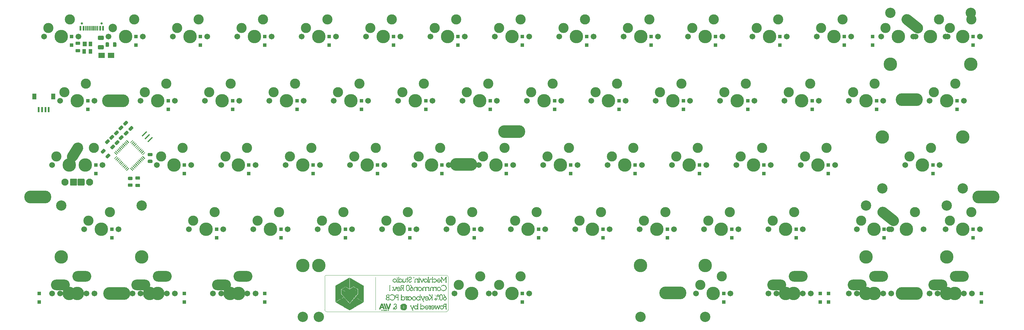
<source format=gbr>
G04 #@! TF.GenerationSoftware,KiCad,Pcbnew,(5.1.8)-1*
G04 #@! TF.CreationDate,2021-01-12T12:44:19+07:00*
G04 #@! TF.ProjectId,PCB-Common60,5043422d-436f-46d6-9d6f-6e36302e6b69,2*
G04 #@! TF.SameCoordinates,Original*
G04 #@! TF.FileFunction,Soldermask,Bot*
G04 #@! TF.FilePolarity,Negative*
%FSLAX46Y46*%
G04 Gerber Fmt 4.6, Leading zero omitted, Abs format (unit mm)*
G04 Created by KiCad (PCBNEW (5.1.8)-1) date 2021-01-12 12:44:19*
%MOMM*%
%LPD*%
G01*
G04 APERTURE LIST*
%ADD10C,0.010000*%
%ADD11C,0.120000*%
%ADD12C,0.310000*%
%ADD13R,1.200000X1.800000*%
%ADD14R,0.600000X1.550000*%
%ADD15C,2.100000*%
%ADD16O,8.000000X3.800000*%
%ADD17O,7.400000X3.300000*%
%ADD18C,0.400000*%
%ADD19C,3.987800*%
%ADD20C,3.048000*%
%ADD21C,0.100000*%
%ADD22R,1.000000X1.400000*%
%ADD23R,1.200000X1.400000*%
%ADD24R,1.000000X1.000000*%
%ADD25C,1.701800*%
%ADD26C,2.300000*%
%ADD27C,3.000000*%
%ADD28C,2.500000*%
%ADD29R,1.950000X1.500000*%
%ADD30O,5.581000X3.200000*%
%ADD31C,0.650000*%
%ADD32R,0.300000X1.450000*%
%ADD33R,0.600000X1.450000*%
G04 APERTURE END LIST*
D10*
G36*
X97279056Y-79183086D02*
G01*
X97272967Y-79184016D01*
X97241079Y-79193404D01*
X97213167Y-79208585D01*
X97190890Y-79228611D01*
X97187482Y-79232818D01*
X97169747Y-79259882D01*
X97152733Y-79293352D01*
X97137434Y-79331171D01*
X97131342Y-79349160D01*
X97124196Y-79371362D01*
X97114979Y-79399631D01*
X97103872Y-79433426D01*
X97091057Y-79472208D01*
X97076717Y-79515436D01*
X97061034Y-79562570D01*
X97044190Y-79613070D01*
X97026367Y-79666394D01*
X97007747Y-79722003D01*
X96988513Y-79779356D01*
X96968847Y-79837914D01*
X96948931Y-79897135D01*
X96928948Y-79956479D01*
X96909078Y-80015407D01*
X96889506Y-80073377D01*
X96870412Y-80129849D01*
X96851980Y-80184283D01*
X96834390Y-80236139D01*
X96817827Y-80284876D01*
X96802470Y-80329954D01*
X96788504Y-80370833D01*
X96776110Y-80406971D01*
X96765470Y-80437830D01*
X96756767Y-80462868D01*
X96750183Y-80481546D01*
X96745899Y-80493322D01*
X96744099Y-80497657D01*
X96744064Y-80497663D01*
X96741807Y-80492727D01*
X96737378Y-80481106D01*
X96731266Y-80464151D01*
X96723960Y-80443216D01*
X96716842Y-80422310D01*
X96691458Y-80346961D01*
X96665822Y-80270945D01*
X96640086Y-80194711D01*
X96614404Y-80118709D01*
X96588929Y-80043389D01*
X96563812Y-79969199D01*
X96539207Y-79896589D01*
X96515267Y-79826008D01*
X96492145Y-79757906D01*
X96469994Y-79692732D01*
X96448966Y-79630935D01*
X96429214Y-79572965D01*
X96410891Y-79519271D01*
X96394150Y-79470303D01*
X96379144Y-79426509D01*
X96366026Y-79388340D01*
X96354948Y-79356244D01*
X96346063Y-79330671D01*
X96339525Y-79312071D01*
X96335486Y-79300892D01*
X96334711Y-79298866D01*
X96320329Y-79267277D01*
X96304223Y-79240144D01*
X96287429Y-79219122D01*
X96280661Y-79212717D01*
X96257289Y-79197873D01*
X96228947Y-79187939D01*
X96197694Y-79183104D01*
X96165592Y-79183560D01*
X96134699Y-79189496D01*
X96114220Y-79197339D01*
X96091162Y-79212289D01*
X96069648Y-79233216D01*
X96050950Y-79258176D01*
X96036345Y-79285223D01*
X96027107Y-79312416D01*
X96024425Y-79334272D01*
X96024583Y-79339608D01*
X96025147Y-79345596D01*
X96026247Y-79352615D01*
X96028017Y-79361046D01*
X96030590Y-79371269D01*
X96034097Y-79383662D01*
X96038671Y-79398606D01*
X96044446Y-79416480D01*
X96051552Y-79437665D01*
X96060123Y-79462540D01*
X96070290Y-79491485D01*
X96082188Y-79524880D01*
X96095947Y-79563105D01*
X96111701Y-79606539D01*
X96129582Y-79655562D01*
X96149722Y-79710555D01*
X96172254Y-79771896D01*
X96197310Y-79839965D01*
X96225023Y-79915144D01*
X96255525Y-79997810D01*
X96261425Y-80013793D01*
X96285278Y-80078445D01*
X96308563Y-80141619D01*
X96331083Y-80202782D01*
X96352645Y-80261402D01*
X96373051Y-80316944D01*
X96392107Y-80368876D01*
X96409618Y-80416664D01*
X96425388Y-80459775D01*
X96439222Y-80497676D01*
X96450924Y-80529834D01*
X96460299Y-80555715D01*
X96467152Y-80574786D01*
X96471286Y-80586513D01*
X96471593Y-80587410D01*
X96480430Y-80611342D01*
X96491990Y-80639738D01*
X96504994Y-80669603D01*
X96518161Y-80697939D01*
X96523021Y-80707842D01*
X96536842Y-80734871D01*
X96548419Y-80755856D01*
X96558851Y-80772529D01*
X96569237Y-80786623D01*
X96580676Y-80799872D01*
X96582886Y-80802252D01*
X96614745Y-80831400D01*
X96648190Y-80852640D01*
X96682826Y-80865728D01*
X96688940Y-80867154D01*
X96710432Y-80870305D01*
X96736620Y-80872075D01*
X96764245Y-80872422D01*
X96790048Y-80871304D01*
X96810683Y-80868698D01*
X96837943Y-80860403D01*
X96866533Y-80846743D01*
X96893897Y-80829307D01*
X96917480Y-80809685D01*
X96932233Y-80793042D01*
X96943559Y-80775917D01*
X96956766Y-80753329D01*
X96970606Y-80727681D01*
X96983832Y-80701377D01*
X96995195Y-80676821D01*
X97003447Y-80656417D01*
X97004056Y-80654690D01*
X97010195Y-80637664D01*
X97018258Y-80616266D01*
X97026934Y-80593946D01*
X97031230Y-80583177D01*
X97035198Y-80572876D01*
X97041793Y-80555186D01*
X97050806Y-80530694D01*
X97062024Y-80499987D01*
X97075238Y-80463651D01*
X97090238Y-80422275D01*
X97106812Y-80376446D01*
X97124751Y-80326750D01*
X97143844Y-80273775D01*
X97163880Y-80218109D01*
X97184648Y-80160339D01*
X97205940Y-80101051D01*
X97227543Y-80040834D01*
X97249247Y-79980273D01*
X97270843Y-79919958D01*
X97292119Y-79860474D01*
X97312865Y-79802410D01*
X97332871Y-79746352D01*
X97351925Y-79692887D01*
X97369818Y-79642604D01*
X97386340Y-79596089D01*
X97401278Y-79553929D01*
X97414424Y-79516712D01*
X97425567Y-79485025D01*
X97434495Y-79459455D01*
X97441000Y-79440590D01*
X97444597Y-79429859D01*
X97452597Y-79404646D01*
X97458149Y-79385274D01*
X97461687Y-79369624D01*
X97463643Y-79355574D01*
X97464452Y-79341003D01*
X97464565Y-79332109D01*
X97464229Y-79312496D01*
X97462668Y-79298144D01*
X97459269Y-79285868D01*
X97453420Y-79272484D01*
X97452894Y-79271404D01*
X97437761Y-79246729D01*
X97418300Y-79224195D01*
X97396721Y-79206106D01*
X97381985Y-79197529D01*
X97359556Y-79189760D01*
X97332517Y-79184465D01*
X97304480Y-79182091D01*
X97279056Y-79183086D01*
G37*
X97279056Y-79183086D02*
X97272967Y-79184016D01*
X97241079Y-79193404D01*
X97213167Y-79208585D01*
X97190890Y-79228611D01*
X97187482Y-79232818D01*
X97169747Y-79259882D01*
X97152733Y-79293352D01*
X97137434Y-79331171D01*
X97131342Y-79349160D01*
X97124196Y-79371362D01*
X97114979Y-79399631D01*
X97103872Y-79433426D01*
X97091057Y-79472208D01*
X97076717Y-79515436D01*
X97061034Y-79562570D01*
X97044190Y-79613070D01*
X97026367Y-79666394D01*
X97007747Y-79722003D01*
X96988513Y-79779356D01*
X96968847Y-79837914D01*
X96948931Y-79897135D01*
X96928948Y-79956479D01*
X96909078Y-80015407D01*
X96889506Y-80073377D01*
X96870412Y-80129849D01*
X96851980Y-80184283D01*
X96834390Y-80236139D01*
X96817827Y-80284876D01*
X96802470Y-80329954D01*
X96788504Y-80370833D01*
X96776110Y-80406971D01*
X96765470Y-80437830D01*
X96756767Y-80462868D01*
X96750183Y-80481546D01*
X96745899Y-80493322D01*
X96744099Y-80497657D01*
X96744064Y-80497663D01*
X96741807Y-80492727D01*
X96737378Y-80481106D01*
X96731266Y-80464151D01*
X96723960Y-80443216D01*
X96716842Y-80422310D01*
X96691458Y-80346961D01*
X96665822Y-80270945D01*
X96640086Y-80194711D01*
X96614404Y-80118709D01*
X96588929Y-80043389D01*
X96563812Y-79969199D01*
X96539207Y-79896589D01*
X96515267Y-79826008D01*
X96492145Y-79757906D01*
X96469994Y-79692732D01*
X96448966Y-79630935D01*
X96429214Y-79572965D01*
X96410891Y-79519271D01*
X96394150Y-79470303D01*
X96379144Y-79426509D01*
X96366026Y-79388340D01*
X96354948Y-79356244D01*
X96346063Y-79330671D01*
X96339525Y-79312071D01*
X96335486Y-79300892D01*
X96334711Y-79298866D01*
X96320329Y-79267277D01*
X96304223Y-79240144D01*
X96287429Y-79219122D01*
X96280661Y-79212717D01*
X96257289Y-79197873D01*
X96228947Y-79187939D01*
X96197694Y-79183104D01*
X96165592Y-79183560D01*
X96134699Y-79189496D01*
X96114220Y-79197339D01*
X96091162Y-79212289D01*
X96069648Y-79233216D01*
X96050950Y-79258176D01*
X96036345Y-79285223D01*
X96027107Y-79312416D01*
X96024425Y-79334272D01*
X96024583Y-79339608D01*
X96025147Y-79345596D01*
X96026247Y-79352615D01*
X96028017Y-79361046D01*
X96030590Y-79371269D01*
X96034097Y-79383662D01*
X96038671Y-79398606D01*
X96044446Y-79416480D01*
X96051552Y-79437665D01*
X96060123Y-79462540D01*
X96070290Y-79491485D01*
X96082188Y-79524880D01*
X96095947Y-79563105D01*
X96111701Y-79606539D01*
X96129582Y-79655562D01*
X96149722Y-79710555D01*
X96172254Y-79771896D01*
X96197310Y-79839965D01*
X96225023Y-79915144D01*
X96255525Y-79997810D01*
X96261425Y-80013793D01*
X96285278Y-80078445D01*
X96308563Y-80141619D01*
X96331083Y-80202782D01*
X96352645Y-80261402D01*
X96373051Y-80316944D01*
X96392107Y-80368876D01*
X96409618Y-80416664D01*
X96425388Y-80459775D01*
X96439222Y-80497676D01*
X96450924Y-80529834D01*
X96460299Y-80555715D01*
X96467152Y-80574786D01*
X96471286Y-80586513D01*
X96471593Y-80587410D01*
X96480430Y-80611342D01*
X96491990Y-80639738D01*
X96504994Y-80669603D01*
X96518161Y-80697939D01*
X96523021Y-80707842D01*
X96536842Y-80734871D01*
X96548419Y-80755856D01*
X96558851Y-80772529D01*
X96569237Y-80786623D01*
X96580676Y-80799872D01*
X96582886Y-80802252D01*
X96614745Y-80831400D01*
X96648190Y-80852640D01*
X96682826Y-80865728D01*
X96688940Y-80867154D01*
X96710432Y-80870305D01*
X96736620Y-80872075D01*
X96764245Y-80872422D01*
X96790048Y-80871304D01*
X96810683Y-80868698D01*
X96837943Y-80860403D01*
X96866533Y-80846743D01*
X96893897Y-80829307D01*
X96917480Y-80809685D01*
X96932233Y-80793042D01*
X96943559Y-80775917D01*
X96956766Y-80753329D01*
X96970606Y-80727681D01*
X96983832Y-80701377D01*
X96995195Y-80676821D01*
X97003447Y-80656417D01*
X97004056Y-80654690D01*
X97010195Y-80637664D01*
X97018258Y-80616266D01*
X97026934Y-80593946D01*
X97031230Y-80583177D01*
X97035198Y-80572876D01*
X97041793Y-80555186D01*
X97050806Y-80530694D01*
X97062024Y-80499987D01*
X97075238Y-80463651D01*
X97090238Y-80422275D01*
X97106812Y-80376446D01*
X97124751Y-80326750D01*
X97143844Y-80273775D01*
X97163880Y-80218109D01*
X97184648Y-80160339D01*
X97205940Y-80101051D01*
X97227543Y-80040834D01*
X97249247Y-79980273D01*
X97270843Y-79919958D01*
X97292119Y-79860474D01*
X97312865Y-79802410D01*
X97332871Y-79746352D01*
X97351925Y-79692887D01*
X97369818Y-79642604D01*
X97386340Y-79596089D01*
X97401278Y-79553929D01*
X97414424Y-79516712D01*
X97425567Y-79485025D01*
X97434495Y-79459455D01*
X97441000Y-79440590D01*
X97444597Y-79429859D01*
X97452597Y-79404646D01*
X97458149Y-79385274D01*
X97461687Y-79369624D01*
X97463643Y-79355574D01*
X97464452Y-79341003D01*
X97464565Y-79332109D01*
X97464229Y-79312496D01*
X97462668Y-79298144D01*
X97459269Y-79285868D01*
X97453420Y-79272484D01*
X97452894Y-79271404D01*
X97437761Y-79246729D01*
X97418300Y-79224195D01*
X97396721Y-79206106D01*
X97381985Y-79197529D01*
X97359556Y-79189760D01*
X97332517Y-79184465D01*
X97304480Y-79182091D01*
X97279056Y-79183086D01*
G36*
X94800748Y-79178278D02*
G01*
X94763800Y-79186217D01*
X94730329Y-79199912D01*
X94699817Y-79219795D01*
X94671749Y-79246297D01*
X94645606Y-79279848D01*
X94620873Y-79320880D01*
X94597033Y-79369822D01*
X94590388Y-79385143D01*
X94585852Y-79396108D01*
X94578430Y-79414375D01*
X94568351Y-79439374D01*
X94555840Y-79470534D01*
X94541124Y-79507283D01*
X94524431Y-79549050D01*
X94505986Y-79595264D01*
X94486016Y-79645354D01*
X94464748Y-79698748D01*
X94442409Y-79754876D01*
X94419226Y-79813166D01*
X94395425Y-79873047D01*
X94371233Y-79933947D01*
X94346877Y-79995296D01*
X94322584Y-80056523D01*
X94298580Y-80117055D01*
X94275091Y-80176323D01*
X94252346Y-80233754D01*
X94230570Y-80288778D01*
X94209990Y-80340824D01*
X94190833Y-80389320D01*
X94173326Y-80433694D01*
X94157695Y-80473377D01*
X94144167Y-80507796D01*
X94132969Y-80536380D01*
X94124327Y-80558559D01*
X94118469Y-80573761D01*
X94116521Y-80578927D01*
X94103113Y-80617173D01*
X94092157Y-80652734D01*
X94083972Y-80684378D01*
X94078877Y-80710871D01*
X94077192Y-80730748D01*
X94081416Y-80761803D01*
X94093223Y-80791170D01*
X94111751Y-80817779D01*
X94136137Y-80840558D01*
X94165521Y-80858435D01*
X94186596Y-80866823D01*
X94209068Y-80871453D01*
X94234939Y-80872605D01*
X94261964Y-80870593D01*
X94287898Y-80865735D01*
X94310495Y-80858347D01*
X94327510Y-80848743D01*
X94329991Y-80846635D01*
X94341383Y-80833654D01*
X94354261Y-80815024D01*
X94367235Y-80793060D01*
X94378914Y-80770076D01*
X94386105Y-80753253D01*
X94393813Y-80734231D01*
X94402299Y-80714799D01*
X94409757Y-80699095D01*
X94409906Y-80698802D01*
X94414491Y-80688778D01*
X94421481Y-80672135D01*
X94430348Y-80650196D01*
X94440564Y-80624283D01*
X94451601Y-80595720D01*
X94461980Y-80568360D01*
X94502560Y-80460410D01*
X95175205Y-80460410D01*
X95236829Y-80614927D01*
X95256220Y-80663280D01*
X95272971Y-80704370D01*
X95287416Y-80738860D01*
X95299886Y-80767414D01*
X95310715Y-80790696D01*
X95320235Y-80809370D01*
X95328778Y-80824100D01*
X95336678Y-80835549D01*
X95344267Y-80844383D01*
X95351877Y-80851264D01*
X95357150Y-80855111D01*
X95387698Y-80870733D01*
X95421474Y-80878612D01*
X95458624Y-80878776D01*
X95471459Y-80877171D01*
X95500669Y-80868607D01*
X95528834Y-80852696D01*
X95554578Y-80830554D01*
X95576525Y-80803296D01*
X95588672Y-80782216D01*
X95595862Y-80766771D01*
X95599690Y-80754941D01*
X95600892Y-80742928D01*
X95600204Y-80726938D01*
X95599978Y-80723882D01*
X95597146Y-80703714D01*
X95591723Y-80679152D01*
X95584475Y-80653575D01*
X95582926Y-80648793D01*
X95579278Y-80638538D01*
X95572725Y-80620959D01*
X95563481Y-80596604D01*
X95551762Y-80566019D01*
X95537782Y-80529751D01*
X95521757Y-80488347D01*
X95503901Y-80442355D01*
X95484429Y-80392321D01*
X95463556Y-80338792D01*
X95441497Y-80282315D01*
X95418467Y-80223438D01*
X95411384Y-80205352D01*
X95088947Y-80205352D01*
X95084821Y-80205932D01*
X95072976Y-80206478D01*
X95054159Y-80206980D01*
X95029116Y-80207428D01*
X94998594Y-80207813D01*
X94963341Y-80208125D01*
X94924104Y-80208354D01*
X94881628Y-80208490D01*
X94844948Y-80208527D01*
X94601038Y-80208527D01*
X94603358Y-80199654D01*
X94605274Y-80193856D01*
X94609797Y-80180953D01*
X94616669Y-80161658D01*
X94625628Y-80136686D01*
X94636415Y-80106751D01*
X94648768Y-80072567D01*
X94662429Y-80034847D01*
X94677137Y-79994307D01*
X94692631Y-79951659D01*
X94708652Y-79907618D01*
X94724938Y-79862898D01*
X94741231Y-79818212D01*
X94757270Y-79774276D01*
X94772794Y-79731802D01*
X94787543Y-79691506D01*
X94801258Y-79654100D01*
X94813678Y-79620299D01*
X94824542Y-79590818D01*
X94833591Y-79566369D01*
X94840564Y-79547667D01*
X94845202Y-79535427D01*
X94847243Y-79530361D01*
X94847295Y-79530276D01*
X94848958Y-79533796D01*
X94853188Y-79544594D01*
X94859735Y-79561966D01*
X94868345Y-79585207D01*
X94878766Y-79613613D01*
X94890746Y-79646479D01*
X94904033Y-79683101D01*
X94918375Y-79722773D01*
X94933519Y-79764792D01*
X94949213Y-79808453D01*
X94965205Y-79853050D01*
X94981242Y-79897880D01*
X94997073Y-79942238D01*
X95012446Y-79985419D01*
X95027107Y-80026719D01*
X95040805Y-80065432D01*
X95053288Y-80100855D01*
X95064303Y-80132283D01*
X95073598Y-80159011D01*
X95080921Y-80180334D01*
X95086020Y-80195549D01*
X95088642Y-80203950D01*
X95088947Y-80205352D01*
X95411384Y-80205352D01*
X95394682Y-80162706D01*
X95370355Y-80100668D01*
X95345702Y-80037871D01*
X95320937Y-79974860D01*
X95296277Y-79912184D01*
X95271935Y-79850389D01*
X95248127Y-79790022D01*
X95225067Y-79731630D01*
X95202970Y-79675760D01*
X95182053Y-79622960D01*
X95162528Y-79573776D01*
X95144612Y-79528755D01*
X95128518Y-79488444D01*
X95114463Y-79453390D01*
X95102661Y-79424141D01*
X95093327Y-79401242D01*
X95086676Y-79385242D01*
X95083891Y-79378793D01*
X95065809Y-79339102D01*
X95049948Y-79306423D01*
X95035617Y-79279815D01*
X95022129Y-79258337D01*
X95008795Y-79241049D01*
X94994928Y-79227011D01*
X94979837Y-79215283D01*
X94962835Y-79204925D01*
X94952710Y-79199616D01*
X94926062Y-79187914D01*
X94899966Y-79180459D01*
X94871415Y-79176601D01*
X94841689Y-79175667D01*
X94800748Y-79178278D01*
G37*
X94800748Y-79178278D02*
X94763800Y-79186217D01*
X94730329Y-79199912D01*
X94699817Y-79219795D01*
X94671749Y-79246297D01*
X94645606Y-79279848D01*
X94620873Y-79320880D01*
X94597033Y-79369822D01*
X94590388Y-79385143D01*
X94585852Y-79396108D01*
X94578430Y-79414375D01*
X94568351Y-79439374D01*
X94555840Y-79470534D01*
X94541124Y-79507283D01*
X94524431Y-79549050D01*
X94505986Y-79595264D01*
X94486016Y-79645354D01*
X94464748Y-79698748D01*
X94442409Y-79754876D01*
X94419226Y-79813166D01*
X94395425Y-79873047D01*
X94371233Y-79933947D01*
X94346877Y-79995296D01*
X94322584Y-80056523D01*
X94298580Y-80117055D01*
X94275091Y-80176323D01*
X94252346Y-80233754D01*
X94230570Y-80288778D01*
X94209990Y-80340824D01*
X94190833Y-80389320D01*
X94173326Y-80433694D01*
X94157695Y-80473377D01*
X94144167Y-80507796D01*
X94132969Y-80536380D01*
X94124327Y-80558559D01*
X94118469Y-80573761D01*
X94116521Y-80578927D01*
X94103113Y-80617173D01*
X94092157Y-80652734D01*
X94083972Y-80684378D01*
X94078877Y-80710871D01*
X94077192Y-80730748D01*
X94081416Y-80761803D01*
X94093223Y-80791170D01*
X94111751Y-80817779D01*
X94136137Y-80840558D01*
X94165521Y-80858435D01*
X94186596Y-80866823D01*
X94209068Y-80871453D01*
X94234939Y-80872605D01*
X94261964Y-80870593D01*
X94287898Y-80865735D01*
X94310495Y-80858347D01*
X94327510Y-80848743D01*
X94329991Y-80846635D01*
X94341383Y-80833654D01*
X94354261Y-80815024D01*
X94367235Y-80793060D01*
X94378914Y-80770076D01*
X94386105Y-80753253D01*
X94393813Y-80734231D01*
X94402299Y-80714799D01*
X94409757Y-80699095D01*
X94409906Y-80698802D01*
X94414491Y-80688778D01*
X94421481Y-80672135D01*
X94430348Y-80650196D01*
X94440564Y-80624283D01*
X94451601Y-80595720D01*
X94461980Y-80568360D01*
X94502560Y-80460410D01*
X95175205Y-80460410D01*
X95236829Y-80614927D01*
X95256220Y-80663280D01*
X95272971Y-80704370D01*
X95287416Y-80738860D01*
X95299886Y-80767414D01*
X95310715Y-80790696D01*
X95320235Y-80809370D01*
X95328778Y-80824100D01*
X95336678Y-80835549D01*
X95344267Y-80844383D01*
X95351877Y-80851264D01*
X95357150Y-80855111D01*
X95387698Y-80870733D01*
X95421474Y-80878612D01*
X95458624Y-80878776D01*
X95471459Y-80877171D01*
X95500669Y-80868607D01*
X95528834Y-80852696D01*
X95554578Y-80830554D01*
X95576525Y-80803296D01*
X95588672Y-80782216D01*
X95595862Y-80766771D01*
X95599690Y-80754941D01*
X95600892Y-80742928D01*
X95600204Y-80726938D01*
X95599978Y-80723882D01*
X95597146Y-80703714D01*
X95591723Y-80679152D01*
X95584475Y-80653575D01*
X95582926Y-80648793D01*
X95579278Y-80638538D01*
X95572725Y-80620959D01*
X95563481Y-80596604D01*
X95551762Y-80566019D01*
X95537782Y-80529751D01*
X95521757Y-80488347D01*
X95503901Y-80442355D01*
X95484429Y-80392321D01*
X95463556Y-80338792D01*
X95441497Y-80282315D01*
X95418467Y-80223438D01*
X95411384Y-80205352D01*
X95088947Y-80205352D01*
X95084821Y-80205932D01*
X95072976Y-80206478D01*
X95054159Y-80206980D01*
X95029116Y-80207428D01*
X94998594Y-80207813D01*
X94963341Y-80208125D01*
X94924104Y-80208354D01*
X94881628Y-80208490D01*
X94844948Y-80208527D01*
X94601038Y-80208527D01*
X94603358Y-80199654D01*
X94605274Y-80193856D01*
X94609797Y-80180953D01*
X94616669Y-80161658D01*
X94625628Y-80136686D01*
X94636415Y-80106751D01*
X94648768Y-80072567D01*
X94662429Y-80034847D01*
X94677137Y-79994307D01*
X94692631Y-79951659D01*
X94708652Y-79907618D01*
X94724938Y-79862898D01*
X94741231Y-79818212D01*
X94757270Y-79774276D01*
X94772794Y-79731802D01*
X94787543Y-79691506D01*
X94801258Y-79654100D01*
X94813678Y-79620299D01*
X94824542Y-79590818D01*
X94833591Y-79566369D01*
X94840564Y-79547667D01*
X94845202Y-79535427D01*
X94847243Y-79530361D01*
X94847295Y-79530276D01*
X94848958Y-79533796D01*
X94853188Y-79544594D01*
X94859735Y-79561966D01*
X94868345Y-79585207D01*
X94878766Y-79613613D01*
X94890746Y-79646479D01*
X94904033Y-79683101D01*
X94918375Y-79722773D01*
X94933519Y-79764792D01*
X94949213Y-79808453D01*
X94965205Y-79853050D01*
X94981242Y-79897880D01*
X94997073Y-79942238D01*
X95012446Y-79985419D01*
X95027107Y-80026719D01*
X95040805Y-80065432D01*
X95053288Y-80100855D01*
X95064303Y-80132283D01*
X95073598Y-80159011D01*
X95080921Y-80180334D01*
X95086020Y-80195549D01*
X95088642Y-80203950D01*
X95088947Y-80205352D01*
X95411384Y-80205352D01*
X95394682Y-80162706D01*
X95370355Y-80100668D01*
X95345702Y-80037871D01*
X95320937Y-79974860D01*
X95296277Y-79912184D01*
X95271935Y-79850389D01*
X95248127Y-79790022D01*
X95225067Y-79731630D01*
X95202970Y-79675760D01*
X95182053Y-79622960D01*
X95162528Y-79573776D01*
X95144612Y-79528755D01*
X95128518Y-79488444D01*
X95114463Y-79453390D01*
X95102661Y-79424141D01*
X95093327Y-79401242D01*
X95086676Y-79385242D01*
X95083891Y-79378793D01*
X95065809Y-79339102D01*
X95049948Y-79306423D01*
X95035617Y-79279815D01*
X95022129Y-79258337D01*
X95008795Y-79241049D01*
X94994928Y-79227011D01*
X94979837Y-79215283D01*
X94962835Y-79204925D01*
X94952710Y-79199616D01*
X94926062Y-79187914D01*
X94899966Y-79180459D01*
X94871415Y-79176601D01*
X94841689Y-79175667D01*
X94800748Y-79178278D01*
G36*
X95506889Y-79165790D02*
G01*
X95473110Y-79178322D01*
X95465609Y-79181951D01*
X95434635Y-79201209D01*
X95411328Y-79223998D01*
X95395587Y-79250482D01*
X95387313Y-79280824D01*
X95386139Y-79311060D01*
X95386456Y-79315284D01*
X95387057Y-79319952D01*
X95388073Y-79325419D01*
X95389637Y-79332041D01*
X95391880Y-79340175D01*
X95394935Y-79350175D01*
X95398933Y-79362399D01*
X95404007Y-79377201D01*
X95410288Y-79394938D01*
X95417908Y-79415965D01*
X95426999Y-79440639D01*
X95437694Y-79469316D01*
X95450124Y-79502351D01*
X95464421Y-79540100D01*
X95480717Y-79582919D01*
X95499144Y-79631164D01*
X95519834Y-79685192D01*
X95542918Y-79745357D01*
X95568530Y-79812016D01*
X95596801Y-79885524D01*
X95627862Y-79966238D01*
X95660022Y-80049776D01*
X95688733Y-80124341D01*
X95716722Y-80197021D01*
X95743829Y-80267399D01*
X95769894Y-80335062D01*
X95794757Y-80399593D01*
X95818258Y-80460576D01*
X95840235Y-80517596D01*
X95860530Y-80570238D01*
X95878981Y-80618085D01*
X95895429Y-80660723D01*
X95909713Y-80697735D01*
X95921674Y-80728707D01*
X95931150Y-80753221D01*
X95937982Y-80770864D01*
X95942009Y-80781219D01*
X95942895Y-80783471D01*
X95958638Y-80813293D01*
X95979519Y-80838389D01*
X96004368Y-80858184D01*
X96032014Y-80872101D01*
X96061289Y-80879565D01*
X96091020Y-80879999D01*
X96120039Y-80872828D01*
X96122459Y-80871839D01*
X96153149Y-80857276D01*
X96177706Y-80842247D01*
X96194438Y-80828029D01*
X96212518Y-80802775D01*
X96224094Y-80773455D01*
X96228560Y-80742076D01*
X96227093Y-80719708D01*
X96225228Y-80713508D01*
X96220488Y-80699894D01*
X96213058Y-80679346D01*
X96203121Y-80652345D01*
X96190861Y-80619371D01*
X96176464Y-80580905D01*
X96160113Y-80537428D01*
X96141992Y-80489419D01*
X96122286Y-80437360D01*
X96101179Y-80381730D01*
X96078855Y-80323011D01*
X96055499Y-80261683D01*
X96031294Y-80198226D01*
X96006424Y-80133121D01*
X95981075Y-80066848D01*
X95955431Y-79999888D01*
X95929674Y-79932722D01*
X95903991Y-79865829D01*
X95878564Y-79799691D01*
X95853579Y-79734787D01*
X95829220Y-79671599D01*
X95805670Y-79610607D01*
X95783114Y-79552291D01*
X95761736Y-79497132D01*
X95741720Y-79445611D01*
X95723252Y-79398207D01*
X95706514Y-79355402D01*
X95691691Y-79317675D01*
X95678968Y-79285508D01*
X95668528Y-79259381D01*
X95660556Y-79239774D01*
X95655236Y-79227168D01*
X95652995Y-79222414D01*
X95634932Y-79197808D01*
X95612474Y-79179621D01*
X95584520Y-79167086D01*
X95566879Y-79162423D01*
X95538426Y-79160436D01*
X95506889Y-79165790D01*
G37*
X95506889Y-79165790D02*
X95473110Y-79178322D01*
X95465609Y-79181951D01*
X95434635Y-79201209D01*
X95411328Y-79223998D01*
X95395587Y-79250482D01*
X95387313Y-79280824D01*
X95386139Y-79311060D01*
X95386456Y-79315284D01*
X95387057Y-79319952D01*
X95388073Y-79325419D01*
X95389637Y-79332041D01*
X95391880Y-79340175D01*
X95394935Y-79350175D01*
X95398933Y-79362399D01*
X95404007Y-79377201D01*
X95410288Y-79394938D01*
X95417908Y-79415965D01*
X95426999Y-79440639D01*
X95437694Y-79469316D01*
X95450124Y-79502351D01*
X95464421Y-79540100D01*
X95480717Y-79582919D01*
X95499144Y-79631164D01*
X95519834Y-79685192D01*
X95542918Y-79745357D01*
X95568530Y-79812016D01*
X95596801Y-79885524D01*
X95627862Y-79966238D01*
X95660022Y-80049776D01*
X95688733Y-80124341D01*
X95716722Y-80197021D01*
X95743829Y-80267399D01*
X95769894Y-80335062D01*
X95794757Y-80399593D01*
X95818258Y-80460576D01*
X95840235Y-80517596D01*
X95860530Y-80570238D01*
X95878981Y-80618085D01*
X95895429Y-80660723D01*
X95909713Y-80697735D01*
X95921674Y-80728707D01*
X95931150Y-80753221D01*
X95937982Y-80770864D01*
X95942009Y-80781219D01*
X95942895Y-80783471D01*
X95958638Y-80813293D01*
X95979519Y-80838389D01*
X96004368Y-80858184D01*
X96032014Y-80872101D01*
X96061289Y-80879565D01*
X96091020Y-80879999D01*
X96120039Y-80872828D01*
X96122459Y-80871839D01*
X96153149Y-80857276D01*
X96177706Y-80842247D01*
X96194438Y-80828029D01*
X96212518Y-80802775D01*
X96224094Y-80773455D01*
X96228560Y-80742076D01*
X96227093Y-80719708D01*
X96225228Y-80713508D01*
X96220488Y-80699894D01*
X96213058Y-80679346D01*
X96203121Y-80652345D01*
X96190861Y-80619371D01*
X96176464Y-80580905D01*
X96160113Y-80537428D01*
X96141992Y-80489419D01*
X96122286Y-80437360D01*
X96101179Y-80381730D01*
X96078855Y-80323011D01*
X96055499Y-80261683D01*
X96031294Y-80198226D01*
X96006424Y-80133121D01*
X95981075Y-80066848D01*
X95955431Y-79999888D01*
X95929674Y-79932722D01*
X95903991Y-79865829D01*
X95878564Y-79799691D01*
X95853579Y-79734787D01*
X95829220Y-79671599D01*
X95805670Y-79610607D01*
X95783114Y-79552291D01*
X95761736Y-79497132D01*
X95741720Y-79445611D01*
X95723252Y-79398207D01*
X95706514Y-79355402D01*
X95691691Y-79317675D01*
X95678968Y-79285508D01*
X95668528Y-79259381D01*
X95660556Y-79239774D01*
X95655236Y-79227168D01*
X95652995Y-79222414D01*
X95634932Y-79197808D01*
X95612474Y-79179621D01*
X95584520Y-79167086D01*
X95566879Y-79162423D01*
X95538426Y-79160436D01*
X95506889Y-79165790D01*
G36*
X95704009Y-81080598D02*
G01*
X95635022Y-81080615D01*
X95573594Y-81080653D01*
X95519270Y-81080717D01*
X95471596Y-81080814D01*
X95430119Y-81080950D01*
X95394384Y-81081133D01*
X95363938Y-81081369D01*
X95338326Y-81081665D01*
X95317093Y-81082026D01*
X95299787Y-81082460D01*
X95285953Y-81082974D01*
X95275137Y-81083574D01*
X95266885Y-81084266D01*
X95260743Y-81085057D01*
X95256256Y-81085955D01*
X95252971Y-81086964D01*
X95250434Y-81088093D01*
X95249986Y-81088329D01*
X95236858Y-81097731D01*
X95227919Y-81110368D01*
X95222591Y-81127683D01*
X95220297Y-81151123D01*
X95220098Y-81163077D01*
X95221259Y-81189514D01*
X95225147Y-81209406D01*
X95232389Y-81224410D01*
X95243612Y-81236184D01*
X95249293Y-81240317D01*
X95263677Y-81249927D01*
X95780642Y-81249927D01*
X95857670Y-81249922D01*
X95926686Y-81249904D01*
X95988142Y-81249867D01*
X96042494Y-81249803D01*
X96090194Y-81249706D01*
X96131697Y-81249570D01*
X96167457Y-81249387D01*
X96197928Y-81249151D01*
X96223562Y-81248856D01*
X96244816Y-81248495D01*
X96262141Y-81248061D01*
X96275993Y-81247548D01*
X96286824Y-81246949D01*
X96295089Y-81246258D01*
X96301243Y-81245467D01*
X96305737Y-81244571D01*
X96309028Y-81243562D01*
X96311568Y-81242434D01*
X96312031Y-81242191D01*
X96324819Y-81233172D01*
X96333620Y-81221199D01*
X96339003Y-81204809D01*
X96341537Y-81182539D01*
X96341925Y-81165260D01*
X96340865Y-81138640D01*
X96337304Y-81118801D01*
X96330676Y-81104280D01*
X96320411Y-81093614D01*
X96312031Y-81088329D01*
X96309587Y-81087176D01*
X96306484Y-81086143D01*
X96302268Y-81085224D01*
X96296486Y-81084413D01*
X96288682Y-81083702D01*
X96278403Y-81083084D01*
X96265195Y-81082554D01*
X96248604Y-81082105D01*
X96228176Y-81081730D01*
X96203456Y-81081422D01*
X96173991Y-81081175D01*
X96139327Y-81080982D01*
X96099009Y-81080837D01*
X96052583Y-81080733D01*
X95999596Y-81080663D01*
X95939594Y-81080621D01*
X95872121Y-81080600D01*
X95796725Y-81080593D01*
X95781008Y-81080593D01*
X95704009Y-81080598D01*
G37*
X95704009Y-81080598D02*
X95635022Y-81080615D01*
X95573594Y-81080653D01*
X95519270Y-81080717D01*
X95471596Y-81080814D01*
X95430119Y-81080950D01*
X95394384Y-81081133D01*
X95363938Y-81081369D01*
X95338326Y-81081665D01*
X95317093Y-81082026D01*
X95299787Y-81082460D01*
X95285953Y-81082974D01*
X95275137Y-81083574D01*
X95266885Y-81084266D01*
X95260743Y-81085057D01*
X95256256Y-81085955D01*
X95252971Y-81086964D01*
X95250434Y-81088093D01*
X95249986Y-81088329D01*
X95236858Y-81097731D01*
X95227919Y-81110368D01*
X95222591Y-81127683D01*
X95220297Y-81151123D01*
X95220098Y-81163077D01*
X95221259Y-81189514D01*
X95225147Y-81209406D01*
X95232389Y-81224410D01*
X95243612Y-81236184D01*
X95249293Y-81240317D01*
X95263677Y-81249927D01*
X95780642Y-81249927D01*
X95857670Y-81249922D01*
X95926686Y-81249904D01*
X95988142Y-81249867D01*
X96042494Y-81249803D01*
X96090194Y-81249706D01*
X96131697Y-81249570D01*
X96167457Y-81249387D01*
X96197928Y-81249151D01*
X96223562Y-81248856D01*
X96244816Y-81248495D01*
X96262141Y-81248061D01*
X96275993Y-81247548D01*
X96286824Y-81246949D01*
X96295089Y-81246258D01*
X96301243Y-81245467D01*
X96305737Y-81244571D01*
X96309028Y-81243562D01*
X96311568Y-81242434D01*
X96312031Y-81242191D01*
X96324819Y-81233172D01*
X96333620Y-81221199D01*
X96339003Y-81204809D01*
X96341537Y-81182539D01*
X96341925Y-81165260D01*
X96340865Y-81138640D01*
X96337304Y-81118801D01*
X96330676Y-81104280D01*
X96320411Y-81093614D01*
X96312031Y-81088329D01*
X96309587Y-81087176D01*
X96306484Y-81086143D01*
X96302268Y-81085224D01*
X96296486Y-81084413D01*
X96288682Y-81083702D01*
X96278403Y-81083084D01*
X96265195Y-81082554D01*
X96248604Y-81082105D01*
X96228176Y-81081730D01*
X96203456Y-81081422D01*
X96173991Y-81081175D01*
X96139327Y-81080982D01*
X96099009Y-81080837D01*
X96052583Y-81080733D01*
X95999596Y-81080663D01*
X95939594Y-81080621D01*
X95872121Y-81080600D01*
X95796725Y-81080593D01*
X95781008Y-81080593D01*
X95704009Y-81080598D01*
G36*
X94848985Y-81043126D02*
G01*
X94842831Y-81043450D01*
X94812771Y-81047982D01*
X94787722Y-81058408D01*
X94765904Y-81075563D01*
X94759318Y-81082605D01*
X94744688Y-81101828D01*
X94735704Y-81120950D01*
X94731005Y-81143343D01*
X94729933Y-81155263D01*
X94729320Y-81173264D01*
X94730687Y-81186736D01*
X94734645Y-81199507D01*
X94738405Y-81208179D01*
X94752152Y-81233164D01*
X94768054Y-81251672D01*
X94787933Y-81265685D01*
X94794342Y-81269015D01*
X94822406Y-81278791D01*
X94851938Y-81282132D01*
X94879979Y-81278725D01*
X94881684Y-81278261D01*
X94909442Y-81266305D01*
X94932766Y-81248117D01*
X94950909Y-81225039D01*
X94963123Y-81198408D01*
X94968659Y-81169564D01*
X94966770Y-81139846D01*
X94964407Y-81130136D01*
X94952244Y-81101364D01*
X94933791Y-81077939D01*
X94908481Y-81059182D01*
X94902399Y-81055855D01*
X94887538Y-81048508D01*
X94876059Y-81044433D01*
X94864396Y-81042886D01*
X94848985Y-81043126D01*
G37*
X94848985Y-81043126D02*
X94842831Y-81043450D01*
X94812771Y-81047982D01*
X94787722Y-81058408D01*
X94765904Y-81075563D01*
X94759318Y-81082605D01*
X94744688Y-81101828D01*
X94735704Y-81120950D01*
X94731005Y-81143343D01*
X94729933Y-81155263D01*
X94729320Y-81173264D01*
X94730687Y-81186736D01*
X94734645Y-81199507D01*
X94738405Y-81208179D01*
X94752152Y-81233164D01*
X94768054Y-81251672D01*
X94787933Y-81265685D01*
X94794342Y-81269015D01*
X94822406Y-81278791D01*
X94851938Y-81282132D01*
X94879979Y-81278725D01*
X94881684Y-81278261D01*
X94909442Y-81266305D01*
X94932766Y-81248117D01*
X94950909Y-81225039D01*
X94963123Y-81198408D01*
X94968659Y-81169564D01*
X94966770Y-81139846D01*
X94964407Y-81130136D01*
X94952244Y-81101364D01*
X94933791Y-81077939D01*
X94908481Y-81059182D01*
X94902399Y-81055855D01*
X94887538Y-81048508D01*
X94876059Y-81044433D01*
X94864396Y-81042886D01*
X94848985Y-81043126D01*
G36*
X96689355Y-81044031D02*
G01*
X96676869Y-81047759D01*
X96667306Y-81051873D01*
X96642637Y-81065401D01*
X96624305Y-81081062D01*
X96610180Y-81100841D01*
X96605784Y-81109212D01*
X96595763Y-81138792D01*
X96593691Y-81169043D01*
X96599301Y-81198597D01*
X96612323Y-81226086D01*
X96632490Y-81250141D01*
X96633602Y-81251157D01*
X96658890Y-81268818D01*
X96687035Y-81279427D01*
X96716428Y-81282635D01*
X96745457Y-81278095D01*
X96750530Y-81276425D01*
X96780306Y-81261696D01*
X96804090Y-81241103D01*
X96821573Y-81214957D01*
X96828673Y-81197469D01*
X96831765Y-81180551D01*
X96832230Y-81159595D01*
X96830296Y-81138047D01*
X96826190Y-81119357D01*
X96822968Y-81111308D01*
X96804478Y-81083850D01*
X96781123Y-81063187D01*
X96753362Y-81049627D01*
X96721657Y-81043474D01*
X96720833Y-81043419D01*
X96702770Y-81042780D01*
X96689355Y-81044031D01*
G37*
X96689355Y-81044031D02*
X96676869Y-81047759D01*
X96667306Y-81051873D01*
X96642637Y-81065401D01*
X96624305Y-81081062D01*
X96610180Y-81100841D01*
X96605784Y-81109212D01*
X96595763Y-81138792D01*
X96593691Y-81169043D01*
X96599301Y-81198597D01*
X96612323Y-81226086D01*
X96632490Y-81250141D01*
X96633602Y-81251157D01*
X96658890Y-81268818D01*
X96687035Y-81279427D01*
X96716428Y-81282635D01*
X96745457Y-81278095D01*
X96750530Y-81276425D01*
X96780306Y-81261696D01*
X96804090Y-81241103D01*
X96821573Y-81214957D01*
X96828673Y-81197469D01*
X96831765Y-81180551D01*
X96832230Y-81159595D01*
X96830296Y-81138047D01*
X96826190Y-81119357D01*
X96822968Y-81111308D01*
X96804478Y-81083850D01*
X96781123Y-81063187D01*
X96753362Y-81049627D01*
X96721657Y-81043474D01*
X96720833Y-81043419D01*
X96702770Y-81042780D01*
X96689355Y-81044031D01*
G36*
X101239834Y-79245403D02*
G01*
X101230693Y-79247407D01*
X101224310Y-79251789D01*
X101220192Y-79259457D01*
X101217845Y-79271320D01*
X101216778Y-79288286D01*
X101216498Y-79311265D01*
X101216511Y-79340530D01*
X101216404Y-79365595D01*
X101216104Y-79388236D01*
X101215644Y-79407207D01*
X101215057Y-79421262D01*
X101214376Y-79429154D01*
X101214139Y-79430185D01*
X101212104Y-79432693D01*
X101207451Y-79434434D01*
X101198984Y-79435537D01*
X101185507Y-79436133D01*
X101165822Y-79436354D01*
X101157478Y-79436367D01*
X101103188Y-79436367D01*
X101103188Y-79354111D01*
X101103022Y-79322910D01*
X101102420Y-79298600D01*
X101101229Y-79280261D01*
X101099298Y-79266974D01*
X101096473Y-79257819D01*
X101092600Y-79251877D01*
X101087528Y-79248227D01*
X101085429Y-79247317D01*
X101078721Y-79246186D01*
X101066517Y-79245337D01*
X101051133Y-79244912D01*
X101046640Y-79244890D01*
X101029144Y-79245265D01*
X101017429Y-79246631D01*
X101009483Y-79249347D01*
X101004952Y-79252353D01*
X101001978Y-79254955D01*
X100999708Y-79258006D01*
X100998031Y-79262537D01*
X100996834Y-79269577D01*
X100996005Y-79280159D01*
X100995431Y-79295312D01*
X100995002Y-79316068D01*
X100994604Y-79343456D01*
X100994542Y-79348092D01*
X100993357Y-79436367D01*
X100884357Y-79436367D01*
X100884357Y-79354111D01*
X100884191Y-79322910D01*
X100883589Y-79298600D01*
X100882399Y-79280261D01*
X100880467Y-79266974D01*
X100877642Y-79257819D01*
X100873770Y-79251877D01*
X100868697Y-79248227D01*
X100866598Y-79247317D01*
X100859916Y-79246196D01*
X100847707Y-79245349D01*
X100832254Y-79244917D01*
X100827199Y-79244890D01*
X100810615Y-79245106D01*
X100799776Y-79246065D01*
X100792617Y-79248230D01*
X100787072Y-79252066D01*
X100784534Y-79254481D01*
X100774942Y-79264073D01*
X100774942Y-79434800D01*
X100730981Y-79439638D01*
X100693460Y-79445217D01*
X100661785Y-79453448D01*
X100634215Y-79465123D01*
X100609005Y-79481031D01*
X100584413Y-79501962D01*
X100576627Y-79509610D01*
X100564808Y-79521928D01*
X100555406Y-79532451D01*
X100549596Y-79539822D01*
X100548296Y-79542376D01*
X100546214Y-79548238D01*
X100541188Y-79556645D01*
X100541008Y-79556902D01*
X100533199Y-79571588D01*
X100525731Y-79592027D01*
X100519103Y-79616159D01*
X100513811Y-79641924D01*
X100510353Y-79667261D01*
X100509219Y-79688572D01*
X100509219Y-79702090D01*
X100333940Y-79702090D01*
X100325841Y-79712386D01*
X100321642Y-79719100D01*
X100319164Y-79727460D01*
X100318000Y-79739603D01*
X100317742Y-79755051D01*
X100318024Y-79770883D01*
X100318773Y-79784174D01*
X100319843Y-79792602D01*
X100320170Y-79793745D01*
X100323230Y-79799276D01*
X100328261Y-79803554D01*
X100336180Y-79806730D01*
X100347908Y-79808959D01*
X100364363Y-79810392D01*
X100386467Y-79811184D01*
X100415137Y-79811486D01*
X100426963Y-79811505D01*
X100509219Y-79811505D01*
X100509219Y-79920920D01*
X100336925Y-79920920D01*
X100327334Y-79930512D01*
X100322738Y-79935775D01*
X100319897Y-79941642D01*
X100318396Y-79950065D01*
X100317818Y-79962997D01*
X100317742Y-79975628D01*
X100317922Y-79992828D01*
X100318739Y-80004167D01*
X100320608Y-80011598D01*
X100323944Y-80017072D01*
X100327334Y-80020744D01*
X100336925Y-80030336D01*
X100509219Y-80030336D01*
X100509219Y-80138998D01*
X100420948Y-80140351D01*
X100389907Y-80140826D01*
X100365802Y-80141491D01*
X100347756Y-80142810D01*
X100334896Y-80145249D01*
X100326345Y-80149270D01*
X100321229Y-80155338D01*
X100318672Y-80163916D01*
X100317799Y-80175470D01*
X100317734Y-80190462D01*
X100317742Y-80195069D01*
X100317930Y-80212116D01*
X100318780Y-80223329D01*
X100320716Y-80230688D01*
X100324166Y-80236169D01*
X100327334Y-80239575D01*
X100336925Y-80249167D01*
X100509434Y-80249167D01*
X100508349Y-80304851D01*
X100507265Y-80360536D01*
X100327733Y-80364444D01*
X100322795Y-80374213D01*
X100320460Y-80382918D01*
X100318809Y-80396843D01*
X100317935Y-80413413D01*
X100317928Y-80430053D01*
X100318880Y-80444191D01*
X100320081Y-80450913D01*
X100322292Y-80456180D01*
X100326356Y-80460258D01*
X100333178Y-80463294D01*
X100343662Y-80465435D01*
X100358710Y-80466827D01*
X100379229Y-80467618D01*
X100406121Y-80467954D01*
X100425388Y-80467997D01*
X100509219Y-80467997D01*
X100509219Y-80581320D01*
X100422273Y-80581445D01*
X100392889Y-80581573D01*
X100370345Y-80581903D01*
X100353665Y-80582497D01*
X100341877Y-80583418D01*
X100334004Y-80584728D01*
X100329072Y-80586488D01*
X100327511Y-80587474D01*
X100323977Y-80590948D01*
X100321693Y-80596010D01*
X100320395Y-80604254D01*
X100319818Y-80617274D01*
X100319696Y-80634517D01*
X100319835Y-80653122D01*
X100320427Y-80665458D01*
X100321737Y-80673069D01*
X100324029Y-80677501D01*
X100327511Y-80680265D01*
X100334634Y-80682098D01*
X100349238Y-80683722D01*
X100370990Y-80685113D01*
X100399557Y-80686249D01*
X100421133Y-80686828D01*
X100506940Y-80688782D01*
X100511898Y-80729813D01*
X100517436Y-80766149D01*
X100524910Y-80796465D01*
X100535079Y-80822469D01*
X100548700Y-80845867D01*
X100566531Y-80868367D01*
X100579557Y-80882136D01*
X100608167Y-80907642D01*
X100636909Y-80926215D01*
X100667419Y-80938591D01*
X100701331Y-80945509D01*
X100724142Y-80947352D01*
X100740071Y-80947824D01*
X100752271Y-80948298D01*
X100761244Y-80949701D01*
X100767496Y-80952963D01*
X100771530Y-80959011D01*
X100773851Y-80968773D01*
X100774963Y-80983178D01*
X100775370Y-81003153D01*
X100775575Y-81029626D01*
X100775715Y-81042289D01*
X100776080Y-81073062D01*
X100776584Y-81096907D01*
X100777702Y-81114708D01*
X100779909Y-81127344D01*
X100783681Y-81135697D01*
X100789494Y-81140648D01*
X100797822Y-81143079D01*
X100809142Y-81143872D01*
X100823928Y-81143906D01*
X100830537Y-81143904D01*
X100845723Y-81143935D01*
X100857595Y-81143346D01*
X100866583Y-81141280D01*
X100873118Y-81136878D01*
X100877630Y-81129284D01*
X100880550Y-81117639D01*
X100882309Y-81101087D01*
X100883337Y-81078770D01*
X100884066Y-81049831D01*
X100884357Y-81036754D01*
X100886311Y-80950597D01*
X100931250Y-80949463D01*
X100950948Y-80948759D01*
X100966011Y-80948367D01*
X100977068Y-80949187D01*
X100984746Y-80952118D01*
X100989672Y-80958058D01*
X100992476Y-80967907D01*
X100993784Y-80982563D01*
X100994225Y-81002926D01*
X100994426Y-81029895D01*
X100994542Y-81040095D01*
X100994953Y-81071265D01*
X100995540Y-81095497D01*
X100996756Y-81113661D01*
X100999053Y-81126629D01*
X101002884Y-81135274D01*
X101008702Y-81140465D01*
X101016957Y-81143076D01*
X101028103Y-81143978D01*
X101042593Y-81144042D01*
X101048481Y-81144028D01*
X101064124Y-81144054D01*
X101076314Y-81143553D01*
X101085502Y-81141660D01*
X101092140Y-81137506D01*
X101096680Y-81130225D01*
X101099575Y-81118950D01*
X101101275Y-81102813D01*
X101102233Y-81080949D01*
X101102902Y-81052490D01*
X101103188Y-81039097D01*
X101105142Y-80950597D01*
X101154572Y-80949507D01*
X101175865Y-80949195D01*
X101190727Y-80949448D01*
X101200530Y-80950392D01*
X101206645Y-80952154D01*
X101210257Y-80954670D01*
X101212350Y-80957725D01*
X101213928Y-80962810D01*
X101215061Y-80970930D01*
X101215817Y-80983087D01*
X101216264Y-81000285D01*
X101216472Y-81023526D01*
X101216511Y-81046009D01*
X101216486Y-81076193D01*
X101216723Y-81099461D01*
X101217695Y-81116710D01*
X101219871Y-81128837D01*
X101223723Y-81136739D01*
X101229723Y-81141313D01*
X101238340Y-81143455D01*
X101250047Y-81144062D01*
X101265314Y-81144032D01*
X101267990Y-81144028D01*
X101283431Y-81144049D01*
X101295462Y-81143534D01*
X101304531Y-81141615D01*
X101311085Y-81137425D01*
X101315569Y-81130098D01*
X101318430Y-81118766D01*
X101320115Y-81102563D01*
X101321069Y-81080619D01*
X101321741Y-81052070D01*
X101322019Y-81039097D01*
X101323973Y-80950597D01*
X101371874Y-80949500D01*
X101393520Y-80949370D01*
X101411059Y-80949995D01*
X101423122Y-80951300D01*
X101427558Y-80952568D01*
X101430084Y-80954283D01*
X101431996Y-80957034D01*
X101433378Y-80961820D01*
X101434317Y-80969642D01*
X101434898Y-80981502D01*
X101435205Y-80998399D01*
X101435325Y-81021336D01*
X101435342Y-81043914D01*
X101435312Y-81074461D01*
X101435528Y-81098082D01*
X101436448Y-81115666D01*
X101438533Y-81128098D01*
X101442240Y-81136266D01*
X101448030Y-81141057D01*
X101456360Y-81143359D01*
X101467690Y-81144057D01*
X101482479Y-81144040D01*
X101487143Y-81144028D01*
X101504635Y-81143909D01*
X101516104Y-81143281D01*
X101523343Y-81141739D01*
X101528146Y-81138880D01*
X101532304Y-81134298D01*
X101532751Y-81133732D01*
X101535416Y-81129923D01*
X101537424Y-81125462D01*
X101538866Y-81119257D01*
X101539836Y-81110218D01*
X101540427Y-81097254D01*
X101540730Y-81079275D01*
X101540839Y-81055189D01*
X101540850Y-81038412D01*
X101540912Y-81010148D01*
X101541142Y-80988740D01*
X101541609Y-80973228D01*
X101542380Y-80962653D01*
X101543524Y-80956055D01*
X101545108Y-80952475D01*
X101547031Y-80951015D01*
X101553836Y-80949942D01*
X101566386Y-80949213D01*
X101582617Y-80948826D01*
X101600466Y-80948778D01*
X101617869Y-80949068D01*
X101632763Y-80949694D01*
X101643085Y-80950654D01*
X101645381Y-80951106D01*
X101648235Y-80952036D01*
X101650393Y-80953745D01*
X101651953Y-80957220D01*
X101653011Y-80963445D01*
X101653664Y-80973405D01*
X101654011Y-80988083D01*
X101654148Y-81008466D01*
X101654173Y-81035537D01*
X101654173Y-81040061D01*
X101654155Y-81071247D01*
X101654388Y-81095492D01*
X101655299Y-81113667D01*
X101657315Y-81126643D01*
X101660865Y-81135292D01*
X101666376Y-81140485D01*
X101674276Y-81143094D01*
X101684992Y-81143991D01*
X101698952Y-81144046D01*
X101705194Y-81144028D01*
X101723583Y-81143830D01*
X101735897Y-81143043D01*
X101743869Y-81141376D01*
X101749234Y-81138540D01*
X101751865Y-81136213D01*
X101754434Y-81133208D01*
X101756370Y-81129320D01*
X101757762Y-81123489D01*
X101758699Y-81114658D01*
X101759271Y-81101770D01*
X101759565Y-81083766D01*
X101759670Y-81059589D01*
X101759681Y-81043210D01*
X101759831Y-81011990D01*
X101760303Y-80988014D01*
X101761126Y-80970718D01*
X101762329Y-80959535D01*
X101763942Y-80953900D01*
X101764370Y-80953333D01*
X101771008Y-80950808D01*
X101784296Y-80949199D01*
X101802801Y-80948644D01*
X101841564Y-80945392D01*
X101877331Y-80935425D01*
X101910834Y-80918424D01*
X101942809Y-80894069D01*
X101955192Y-80882339D01*
X101982858Y-80850027D01*
X102003001Y-80815829D01*
X102015752Y-80779446D01*
X102021242Y-80740577D01*
X102021496Y-80729721D01*
X102021788Y-80714332D01*
X102022560Y-80701517D01*
X102023656Y-80693685D01*
X102023868Y-80693009D01*
X102025485Y-80690981D01*
X102029206Y-80689443D01*
X102035978Y-80688331D01*
X102046747Y-80687578D01*
X102062459Y-80687120D01*
X102084061Y-80686892D01*
X102112499Y-80686828D01*
X102113593Y-80686828D01*
X102144654Y-80686831D01*
X102168777Y-80686538D01*
X102186836Y-80685495D01*
X102199708Y-80683250D01*
X102208268Y-80679348D01*
X102213390Y-80673337D01*
X102215951Y-80664763D01*
X102216825Y-80653173D01*
X102216889Y-80638113D01*
X102216881Y-80633337D01*
X102216900Y-80617705D01*
X102216375Y-80605561D01*
X102214432Y-80596465D01*
X102210196Y-80589980D01*
X102202794Y-80585664D01*
X102191350Y-80583079D01*
X102174993Y-80581786D01*
X102152846Y-80581344D01*
X102124035Y-80581314D01*
X102113401Y-80581320D01*
X102025553Y-80581320D01*
X102023370Y-80572528D01*
X102022602Y-80565261D01*
X102022152Y-80552092D01*
X102022055Y-80534934D01*
X102022318Y-80516844D01*
X102023450Y-80469951D01*
X102111203Y-80468897D01*
X102142655Y-80468517D01*
X102167160Y-80467919D01*
X102185585Y-80466646D01*
X102198794Y-80464243D01*
X102207653Y-80460254D01*
X102213026Y-80454223D01*
X102215780Y-80445693D01*
X102216780Y-80434210D01*
X102216892Y-80419316D01*
X102216881Y-80413214D01*
X102216937Y-80397918D01*
X102216523Y-80386045D01*
X102214764Y-80377162D01*
X102210782Y-80370838D01*
X102203703Y-80366641D01*
X102192652Y-80364138D01*
X102176752Y-80362898D01*
X102155128Y-80362489D01*
X102126905Y-80362479D01*
X102114070Y-80362490D01*
X102025553Y-80362490D01*
X102023370Y-80353697D01*
X102022602Y-80346430D01*
X102022152Y-80333262D01*
X102022055Y-80316103D01*
X102022318Y-80298013D01*
X102023450Y-80251120D01*
X102111950Y-80249167D01*
X102143283Y-80248488D01*
X102167675Y-80247699D01*
X102185993Y-80246349D01*
X102199105Y-80243986D01*
X102207876Y-80240157D01*
X102213174Y-80234410D01*
X102215866Y-80226294D01*
X102216818Y-80215357D01*
X102216899Y-80201145D01*
X102216881Y-80194459D01*
X102216903Y-80178718D01*
X102216391Y-80166472D01*
X102214471Y-80157268D01*
X102210273Y-80150652D01*
X102202926Y-80146170D01*
X102191559Y-80143370D01*
X102175299Y-80141799D01*
X102153275Y-80141001D01*
X102124617Y-80140525D01*
X102112900Y-80140351D01*
X102083632Y-80140038D01*
X102061257Y-80139701D01*
X102044876Y-80138716D01*
X102033589Y-80136454D01*
X102026499Y-80132290D01*
X102022705Y-80125597D01*
X102021308Y-80115748D01*
X102021410Y-80102117D01*
X102022111Y-80084078D01*
X102022316Y-80077228D01*
X102023450Y-80032290D01*
X102111950Y-80030336D01*
X102143284Y-80029658D01*
X102167677Y-80028872D01*
X102185996Y-80027522D01*
X102199108Y-80025154D01*
X102207879Y-80021313D01*
X102213177Y-80015545D01*
X102215869Y-80007395D01*
X102216820Y-79996409D01*
X102216899Y-79982132D01*
X102216881Y-79975306D01*
X102216767Y-79957639D01*
X102216163Y-79946016D01*
X102214675Y-79938670D01*
X102211910Y-79933829D01*
X102207474Y-79929725D01*
X102206584Y-79929019D01*
X102202784Y-79926359D01*
X102198332Y-79924354D01*
X102192141Y-79922912D01*
X102183123Y-79921940D01*
X102170190Y-79921348D01*
X102152254Y-79921043D01*
X102128227Y-79920932D01*
X102110920Y-79920920D01*
X102081995Y-79921061D01*
X102059959Y-79921054D01*
X102043903Y-79920258D01*
X102032917Y-79918030D01*
X102026091Y-79913729D01*
X102022515Y-79906712D01*
X102021279Y-79896338D01*
X102021473Y-79881963D01*
X102022187Y-79862947D01*
X102022316Y-79858397D01*
X102023450Y-79813459D01*
X102109419Y-79811496D01*
X102134914Y-79810771D01*
X102158045Y-79809846D01*
X102177574Y-79808790D01*
X102192262Y-79807676D01*
X102200870Y-79806574D01*
X102202335Y-79806151D01*
X102208911Y-79801389D01*
X102213247Y-79793776D01*
X102215738Y-79781892D01*
X102216780Y-79764320D01*
X102216850Y-79756998D01*
X101697157Y-79756998D01*
X101697017Y-79949352D01*
X101696917Y-79999300D01*
X101696666Y-80042205D01*
X101696218Y-80078836D01*
X101695528Y-80109964D01*
X101694549Y-80136359D01*
X101693236Y-80158791D01*
X101691543Y-80178032D01*
X101689425Y-80194851D01*
X101686836Y-80210019D01*
X101683730Y-80224306D01*
X101680061Y-80238483D01*
X101679816Y-80239369D01*
X101665176Y-80278735D01*
X101643909Y-80316902D01*
X101617187Y-80352171D01*
X101586184Y-80382846D01*
X101573903Y-80392661D01*
X101540648Y-80413781D01*
X101501818Y-80431930D01*
X101459302Y-80446450D01*
X101414989Y-80456684D01*
X101375400Y-80461668D01*
X101359569Y-80462711D01*
X101347516Y-80463874D01*
X101338729Y-80466124D01*
X101332694Y-80470426D01*
X101328899Y-80477749D01*
X101326831Y-80489058D01*
X101325978Y-80505321D01*
X101325827Y-80527504D01*
X101325867Y-80555081D01*
X101325719Y-80579891D01*
X101325340Y-80602118D01*
X101324769Y-80620551D01*
X101324049Y-80633980D01*
X101323220Y-80641195D01*
X101322936Y-80641998D01*
X101313794Y-80648865D01*
X101297815Y-80653240D01*
X101274721Y-80655191D01*
X101268543Y-80655302D01*
X101251990Y-80654924D01*
X101237188Y-80653683D01*
X101226895Y-80651830D01*
X101225638Y-80651414D01*
X101216768Y-80646933D01*
X101211766Y-80642622D01*
X101210895Y-80637492D01*
X101210121Y-80625753D01*
X101209483Y-80608614D01*
X101209023Y-80587282D01*
X101208782Y-80562965D01*
X101208756Y-80553300D01*
X101208696Y-80468618D01*
X101195996Y-80465827D01*
X101185924Y-80464108D01*
X101171046Y-80462142D01*
X101154343Y-80460317D01*
X101152034Y-80460096D01*
X101105913Y-80452550D01*
X101059786Y-80438996D01*
X101015777Y-80420242D01*
X100976011Y-80397097D01*
X100963976Y-80388479D01*
X100929390Y-80357474D01*
X100900063Y-80320941D01*
X100876231Y-80279338D01*
X100858128Y-80233123D01*
X100845988Y-80182752D01*
X100841540Y-80149433D01*
X100840670Y-80136275D01*
X100839865Y-80116371D01*
X100839142Y-80090792D01*
X100838524Y-80060608D01*
X100838029Y-80026889D01*
X100837679Y-79990706D01*
X100837493Y-79953127D01*
X100837468Y-79933904D01*
X100837465Y-79761272D01*
X100847761Y-79753173D01*
X100853554Y-79749409D01*
X100860586Y-79747011D01*
X100870673Y-79745687D01*
X100885629Y-79745145D01*
X100898128Y-79745074D01*
X100910224Y-79744821D01*
X100920464Y-79744459D01*
X100929006Y-79744581D01*
X100936007Y-79745784D01*
X100941622Y-79748661D01*
X100946009Y-79753807D01*
X100949324Y-79761818D01*
X100951724Y-79773287D01*
X100953365Y-79788810D01*
X100954405Y-79808981D01*
X100955000Y-79834396D01*
X100955307Y-79865648D01*
X100955482Y-79903332D01*
X100955681Y-79948044D01*
X100955776Y-79963905D01*
X100956080Y-80009270D01*
X100956373Y-80047535D01*
X100956686Y-80079414D01*
X100957050Y-80105623D01*
X100957497Y-80126877D01*
X100958057Y-80143891D01*
X100958761Y-80157379D01*
X100959641Y-80168057D01*
X100960728Y-80176639D01*
X100962051Y-80183841D01*
X100963643Y-80190378D01*
X100965535Y-80196964D01*
X100965948Y-80198339D01*
X100979799Y-80235437D01*
X100997599Y-80267014D01*
X101020333Y-80294780D01*
X101023252Y-80297750D01*
X101051428Y-80320881D01*
X101084587Y-80339696D01*
X101120720Y-80353368D01*
X101157818Y-80361072D01*
X101180786Y-80362490D01*
X101208696Y-80362490D01*
X101208696Y-79757241D01*
X101217381Y-79751157D01*
X101224452Y-79748011D01*
X101235708Y-79746082D01*
X101252565Y-79745190D01*
X101264530Y-79745074D01*
X101287847Y-79745751D01*
X101304564Y-79747950D01*
X101315790Y-79751924D01*
X101322638Y-79757926D01*
X101322936Y-79758359D01*
X101323394Y-79762864D01*
X101323830Y-79774575D01*
X101324240Y-79792884D01*
X101324617Y-79817182D01*
X101324956Y-79846862D01*
X101325250Y-79881313D01*
X101325493Y-79919929D01*
X101325681Y-79962099D01*
X101325807Y-80007215D01*
X101325864Y-80054669D01*
X101325867Y-80062574D01*
X101325927Y-80362490D01*
X101353836Y-80362490D01*
X101389998Y-80359050D01*
X101426605Y-80349287D01*
X101461610Y-80334038D01*
X101492968Y-80314140D01*
X101511534Y-80298012D01*
X101535329Y-80269781D01*
X101553859Y-80237520D01*
X101567934Y-80199803D01*
X101568365Y-80198336D01*
X101570251Y-80191578D01*
X101571848Y-80184854D01*
X101573185Y-80177447D01*
X101574296Y-80168645D01*
X101575211Y-80157732D01*
X101575963Y-80143995D01*
X101576583Y-80126720D01*
X101577102Y-80105191D01*
X101577553Y-80078695D01*
X101577967Y-80046519D01*
X101578376Y-80007946D01*
X101578806Y-79962872D01*
X101579233Y-79917503D01*
X101579620Y-79879310D01*
X101579998Y-79847654D01*
X101580399Y-79821897D01*
X101580852Y-79801401D01*
X101581389Y-79785525D01*
X101582040Y-79773632D01*
X101582837Y-79765082D01*
X101583809Y-79759237D01*
X101584988Y-79755458D01*
X101586403Y-79753107D01*
X101588087Y-79751543D01*
X101589008Y-79750879D01*
X101597769Y-79747751D01*
X101612029Y-79745741D01*
X101629554Y-79744846D01*
X101648110Y-79745061D01*
X101665461Y-79746384D01*
X101679372Y-79748809D01*
X101685628Y-79751036D01*
X101697157Y-79756998D01*
X102216850Y-79756998D01*
X102216881Y-79753828D01*
X102216682Y-79736791D01*
X102215818Y-79725637D01*
X102213884Y-79718437D01*
X102210477Y-79713262D01*
X102207836Y-79710586D01*
X102204577Y-79707816D01*
X102200774Y-79705724D01*
X102195363Y-79704215D01*
X102187278Y-79703194D01*
X102175454Y-79702566D01*
X102158827Y-79702236D01*
X102136331Y-79702109D01*
X102112516Y-79702090D01*
X102084025Y-79702029D01*
X102062396Y-79701804D01*
X102046677Y-79701346D01*
X102035916Y-79700591D01*
X102029160Y-79699472D01*
X102025457Y-79697922D01*
X102023868Y-79695909D01*
X102022711Y-79689136D01*
X102021866Y-79677031D01*
X102021500Y-79662075D01*
X102021496Y-79660364D01*
X102017691Y-79620359D01*
X102006419Y-79582298D01*
X101987895Y-79546687D01*
X101962336Y-79514035D01*
X101957019Y-79508526D01*
X101932732Y-79486464D01*
X101908166Y-79469441D01*
X101881601Y-79456676D01*
X101851318Y-79447390D01*
X101815599Y-79440801D01*
X101804619Y-79439361D01*
X101761634Y-79434120D01*
X101759681Y-79348297D01*
X101758720Y-79315561D01*
X101757488Y-79289429D01*
X101756010Y-79270235D01*
X101754307Y-79258311D01*
X101753117Y-79254659D01*
X101750309Y-79251139D01*
X101745845Y-79248861D01*
X101738180Y-79247562D01*
X101725770Y-79246978D01*
X101707397Y-79246844D01*
X101685462Y-79247278D01*
X101670704Y-79248625D01*
X101662533Y-79250949D01*
X101661207Y-79251914D01*
X101659372Y-79256033D01*
X101657850Y-79264834D01*
X101656590Y-79278998D01*
X101655540Y-79299208D01*
X101654649Y-79326144D01*
X101654173Y-79345699D01*
X101652219Y-79434413D01*
X101542804Y-79434413D01*
X101540850Y-79347114D01*
X101540156Y-79316244D01*
X101539310Y-79292304D01*
X101537841Y-79274415D01*
X101535280Y-79261696D01*
X101531155Y-79253268D01*
X101524995Y-79248253D01*
X101516331Y-79245770D01*
X101504691Y-79244941D01*
X101489605Y-79244885D01*
X101486142Y-79244890D01*
X101470798Y-79244867D01*
X101458903Y-79245389D01*
X101450007Y-79247335D01*
X101443661Y-79251587D01*
X101439415Y-79259028D01*
X101436821Y-79270539D01*
X101435428Y-79287001D01*
X101434788Y-79309297D01*
X101434452Y-79338307D01*
X101434365Y-79346490D01*
X101433388Y-79434413D01*
X101377704Y-79435497D01*
X101322019Y-79436581D01*
X101322019Y-79264073D01*
X101312427Y-79254481D01*
X101307071Y-79249823D01*
X101301080Y-79246972D01*
X101292457Y-79245491D01*
X101279204Y-79244947D01*
X101268358Y-79244890D01*
X101252225Y-79244866D01*
X101239834Y-79245403D01*
G37*
X101239834Y-79245403D02*
X101230693Y-79247407D01*
X101224310Y-79251789D01*
X101220192Y-79259457D01*
X101217845Y-79271320D01*
X101216778Y-79288286D01*
X101216498Y-79311265D01*
X101216511Y-79340530D01*
X101216404Y-79365595D01*
X101216104Y-79388236D01*
X101215644Y-79407207D01*
X101215057Y-79421262D01*
X101214376Y-79429154D01*
X101214139Y-79430185D01*
X101212104Y-79432693D01*
X101207451Y-79434434D01*
X101198984Y-79435537D01*
X101185507Y-79436133D01*
X101165822Y-79436354D01*
X101157478Y-79436367D01*
X101103188Y-79436367D01*
X101103188Y-79354111D01*
X101103022Y-79322910D01*
X101102420Y-79298600D01*
X101101229Y-79280261D01*
X101099298Y-79266974D01*
X101096473Y-79257819D01*
X101092600Y-79251877D01*
X101087528Y-79248227D01*
X101085429Y-79247317D01*
X101078721Y-79246186D01*
X101066517Y-79245337D01*
X101051133Y-79244912D01*
X101046640Y-79244890D01*
X101029144Y-79245265D01*
X101017429Y-79246631D01*
X101009483Y-79249347D01*
X101004952Y-79252353D01*
X101001978Y-79254955D01*
X100999708Y-79258006D01*
X100998031Y-79262537D01*
X100996834Y-79269577D01*
X100996005Y-79280159D01*
X100995431Y-79295312D01*
X100995002Y-79316068D01*
X100994604Y-79343456D01*
X100994542Y-79348092D01*
X100993357Y-79436367D01*
X100884357Y-79436367D01*
X100884357Y-79354111D01*
X100884191Y-79322910D01*
X100883589Y-79298600D01*
X100882399Y-79280261D01*
X100880467Y-79266974D01*
X100877642Y-79257819D01*
X100873770Y-79251877D01*
X100868697Y-79248227D01*
X100866598Y-79247317D01*
X100859916Y-79246196D01*
X100847707Y-79245349D01*
X100832254Y-79244917D01*
X100827199Y-79244890D01*
X100810615Y-79245106D01*
X100799776Y-79246065D01*
X100792617Y-79248230D01*
X100787072Y-79252066D01*
X100784534Y-79254481D01*
X100774942Y-79264073D01*
X100774942Y-79434800D01*
X100730981Y-79439638D01*
X100693460Y-79445217D01*
X100661785Y-79453448D01*
X100634215Y-79465123D01*
X100609005Y-79481031D01*
X100584413Y-79501962D01*
X100576627Y-79509610D01*
X100564808Y-79521928D01*
X100555406Y-79532451D01*
X100549596Y-79539822D01*
X100548296Y-79542376D01*
X100546214Y-79548238D01*
X100541188Y-79556645D01*
X100541008Y-79556902D01*
X100533199Y-79571588D01*
X100525731Y-79592027D01*
X100519103Y-79616159D01*
X100513811Y-79641924D01*
X100510353Y-79667261D01*
X100509219Y-79688572D01*
X100509219Y-79702090D01*
X100333940Y-79702090D01*
X100325841Y-79712386D01*
X100321642Y-79719100D01*
X100319164Y-79727460D01*
X100318000Y-79739603D01*
X100317742Y-79755051D01*
X100318024Y-79770883D01*
X100318773Y-79784174D01*
X100319843Y-79792602D01*
X100320170Y-79793745D01*
X100323230Y-79799276D01*
X100328261Y-79803554D01*
X100336180Y-79806730D01*
X100347908Y-79808959D01*
X100364363Y-79810392D01*
X100386467Y-79811184D01*
X100415137Y-79811486D01*
X100426963Y-79811505D01*
X100509219Y-79811505D01*
X100509219Y-79920920D01*
X100336925Y-79920920D01*
X100327334Y-79930512D01*
X100322738Y-79935775D01*
X100319897Y-79941642D01*
X100318396Y-79950065D01*
X100317818Y-79962997D01*
X100317742Y-79975628D01*
X100317922Y-79992828D01*
X100318739Y-80004167D01*
X100320608Y-80011598D01*
X100323944Y-80017072D01*
X100327334Y-80020744D01*
X100336925Y-80030336D01*
X100509219Y-80030336D01*
X100509219Y-80138998D01*
X100420948Y-80140351D01*
X100389907Y-80140826D01*
X100365802Y-80141491D01*
X100347756Y-80142810D01*
X100334896Y-80145249D01*
X100326345Y-80149270D01*
X100321229Y-80155338D01*
X100318672Y-80163916D01*
X100317799Y-80175470D01*
X100317734Y-80190462D01*
X100317742Y-80195069D01*
X100317930Y-80212116D01*
X100318780Y-80223329D01*
X100320716Y-80230688D01*
X100324166Y-80236169D01*
X100327334Y-80239575D01*
X100336925Y-80249167D01*
X100509434Y-80249167D01*
X100508349Y-80304851D01*
X100507265Y-80360536D01*
X100327733Y-80364444D01*
X100322795Y-80374213D01*
X100320460Y-80382918D01*
X100318809Y-80396843D01*
X100317935Y-80413413D01*
X100317928Y-80430053D01*
X100318880Y-80444191D01*
X100320081Y-80450913D01*
X100322292Y-80456180D01*
X100326356Y-80460258D01*
X100333178Y-80463294D01*
X100343662Y-80465435D01*
X100358710Y-80466827D01*
X100379229Y-80467618D01*
X100406121Y-80467954D01*
X100425388Y-80467997D01*
X100509219Y-80467997D01*
X100509219Y-80581320D01*
X100422273Y-80581445D01*
X100392889Y-80581573D01*
X100370345Y-80581903D01*
X100353665Y-80582497D01*
X100341877Y-80583418D01*
X100334004Y-80584728D01*
X100329072Y-80586488D01*
X100327511Y-80587474D01*
X100323977Y-80590948D01*
X100321693Y-80596010D01*
X100320395Y-80604254D01*
X100319818Y-80617274D01*
X100319696Y-80634517D01*
X100319835Y-80653122D01*
X100320427Y-80665458D01*
X100321737Y-80673069D01*
X100324029Y-80677501D01*
X100327511Y-80680265D01*
X100334634Y-80682098D01*
X100349238Y-80683722D01*
X100370990Y-80685113D01*
X100399557Y-80686249D01*
X100421133Y-80686828D01*
X100506940Y-80688782D01*
X100511898Y-80729813D01*
X100517436Y-80766149D01*
X100524910Y-80796465D01*
X100535079Y-80822469D01*
X100548700Y-80845867D01*
X100566531Y-80868367D01*
X100579557Y-80882136D01*
X100608167Y-80907642D01*
X100636909Y-80926215D01*
X100667419Y-80938591D01*
X100701331Y-80945509D01*
X100724142Y-80947352D01*
X100740071Y-80947824D01*
X100752271Y-80948298D01*
X100761244Y-80949701D01*
X100767496Y-80952963D01*
X100771530Y-80959011D01*
X100773851Y-80968773D01*
X100774963Y-80983178D01*
X100775370Y-81003153D01*
X100775575Y-81029626D01*
X100775715Y-81042289D01*
X100776080Y-81073062D01*
X100776584Y-81096907D01*
X100777702Y-81114708D01*
X100779909Y-81127344D01*
X100783681Y-81135697D01*
X100789494Y-81140648D01*
X100797822Y-81143079D01*
X100809142Y-81143872D01*
X100823928Y-81143906D01*
X100830537Y-81143904D01*
X100845723Y-81143935D01*
X100857595Y-81143346D01*
X100866583Y-81141280D01*
X100873118Y-81136878D01*
X100877630Y-81129284D01*
X100880550Y-81117639D01*
X100882309Y-81101087D01*
X100883337Y-81078770D01*
X100884066Y-81049831D01*
X100884357Y-81036754D01*
X100886311Y-80950597D01*
X100931250Y-80949463D01*
X100950948Y-80948759D01*
X100966011Y-80948367D01*
X100977068Y-80949187D01*
X100984746Y-80952118D01*
X100989672Y-80958058D01*
X100992476Y-80967907D01*
X100993784Y-80982563D01*
X100994225Y-81002926D01*
X100994426Y-81029895D01*
X100994542Y-81040095D01*
X100994953Y-81071265D01*
X100995540Y-81095497D01*
X100996756Y-81113661D01*
X100999053Y-81126629D01*
X101002884Y-81135274D01*
X101008702Y-81140465D01*
X101016957Y-81143076D01*
X101028103Y-81143978D01*
X101042593Y-81144042D01*
X101048481Y-81144028D01*
X101064124Y-81144054D01*
X101076314Y-81143553D01*
X101085502Y-81141660D01*
X101092140Y-81137506D01*
X101096680Y-81130225D01*
X101099575Y-81118950D01*
X101101275Y-81102813D01*
X101102233Y-81080949D01*
X101102902Y-81052490D01*
X101103188Y-81039097D01*
X101105142Y-80950597D01*
X101154572Y-80949507D01*
X101175865Y-80949195D01*
X101190727Y-80949448D01*
X101200530Y-80950392D01*
X101206645Y-80952154D01*
X101210257Y-80954670D01*
X101212350Y-80957725D01*
X101213928Y-80962810D01*
X101215061Y-80970930D01*
X101215817Y-80983087D01*
X101216264Y-81000285D01*
X101216472Y-81023526D01*
X101216511Y-81046009D01*
X101216486Y-81076193D01*
X101216723Y-81099461D01*
X101217695Y-81116710D01*
X101219871Y-81128837D01*
X101223723Y-81136739D01*
X101229723Y-81141313D01*
X101238340Y-81143455D01*
X101250047Y-81144062D01*
X101265314Y-81144032D01*
X101267990Y-81144028D01*
X101283431Y-81144049D01*
X101295462Y-81143534D01*
X101304531Y-81141615D01*
X101311085Y-81137425D01*
X101315569Y-81130098D01*
X101318430Y-81118766D01*
X101320115Y-81102563D01*
X101321069Y-81080619D01*
X101321741Y-81052070D01*
X101322019Y-81039097D01*
X101323973Y-80950597D01*
X101371874Y-80949500D01*
X101393520Y-80949370D01*
X101411059Y-80949995D01*
X101423122Y-80951300D01*
X101427558Y-80952568D01*
X101430084Y-80954283D01*
X101431996Y-80957034D01*
X101433378Y-80961820D01*
X101434317Y-80969642D01*
X101434898Y-80981502D01*
X101435205Y-80998399D01*
X101435325Y-81021336D01*
X101435342Y-81043914D01*
X101435312Y-81074461D01*
X101435528Y-81098082D01*
X101436448Y-81115666D01*
X101438533Y-81128098D01*
X101442240Y-81136266D01*
X101448030Y-81141057D01*
X101456360Y-81143359D01*
X101467690Y-81144057D01*
X101482479Y-81144040D01*
X101487143Y-81144028D01*
X101504635Y-81143909D01*
X101516104Y-81143281D01*
X101523343Y-81141739D01*
X101528146Y-81138880D01*
X101532304Y-81134298D01*
X101532751Y-81133732D01*
X101535416Y-81129923D01*
X101537424Y-81125462D01*
X101538866Y-81119257D01*
X101539836Y-81110218D01*
X101540427Y-81097254D01*
X101540730Y-81079275D01*
X101540839Y-81055189D01*
X101540850Y-81038412D01*
X101540912Y-81010148D01*
X101541142Y-80988740D01*
X101541609Y-80973228D01*
X101542380Y-80962653D01*
X101543524Y-80956055D01*
X101545108Y-80952475D01*
X101547031Y-80951015D01*
X101553836Y-80949942D01*
X101566386Y-80949213D01*
X101582617Y-80948826D01*
X101600466Y-80948778D01*
X101617869Y-80949068D01*
X101632763Y-80949694D01*
X101643085Y-80950654D01*
X101645381Y-80951106D01*
X101648235Y-80952036D01*
X101650393Y-80953745D01*
X101651953Y-80957220D01*
X101653011Y-80963445D01*
X101653664Y-80973405D01*
X101654011Y-80988083D01*
X101654148Y-81008466D01*
X101654173Y-81035537D01*
X101654173Y-81040061D01*
X101654155Y-81071247D01*
X101654388Y-81095492D01*
X101655299Y-81113667D01*
X101657315Y-81126643D01*
X101660865Y-81135292D01*
X101666376Y-81140485D01*
X101674276Y-81143094D01*
X101684992Y-81143991D01*
X101698952Y-81144046D01*
X101705194Y-81144028D01*
X101723583Y-81143830D01*
X101735897Y-81143043D01*
X101743869Y-81141376D01*
X101749234Y-81138540D01*
X101751865Y-81136213D01*
X101754434Y-81133208D01*
X101756370Y-81129320D01*
X101757762Y-81123489D01*
X101758699Y-81114658D01*
X101759271Y-81101770D01*
X101759565Y-81083766D01*
X101759670Y-81059589D01*
X101759681Y-81043210D01*
X101759831Y-81011990D01*
X101760303Y-80988014D01*
X101761126Y-80970718D01*
X101762329Y-80959535D01*
X101763942Y-80953900D01*
X101764370Y-80953333D01*
X101771008Y-80950808D01*
X101784296Y-80949199D01*
X101802801Y-80948644D01*
X101841564Y-80945392D01*
X101877331Y-80935425D01*
X101910834Y-80918424D01*
X101942809Y-80894069D01*
X101955192Y-80882339D01*
X101982858Y-80850027D01*
X102003001Y-80815829D01*
X102015752Y-80779446D01*
X102021242Y-80740577D01*
X102021496Y-80729721D01*
X102021788Y-80714332D01*
X102022560Y-80701517D01*
X102023656Y-80693685D01*
X102023868Y-80693009D01*
X102025485Y-80690981D01*
X102029206Y-80689443D01*
X102035978Y-80688331D01*
X102046747Y-80687578D01*
X102062459Y-80687120D01*
X102084061Y-80686892D01*
X102112499Y-80686828D01*
X102113593Y-80686828D01*
X102144654Y-80686831D01*
X102168777Y-80686538D01*
X102186836Y-80685495D01*
X102199708Y-80683250D01*
X102208268Y-80679348D01*
X102213390Y-80673337D01*
X102215951Y-80664763D01*
X102216825Y-80653173D01*
X102216889Y-80638113D01*
X102216881Y-80633337D01*
X102216900Y-80617705D01*
X102216375Y-80605561D01*
X102214432Y-80596465D01*
X102210196Y-80589980D01*
X102202794Y-80585664D01*
X102191350Y-80583079D01*
X102174993Y-80581786D01*
X102152846Y-80581344D01*
X102124035Y-80581314D01*
X102113401Y-80581320D01*
X102025553Y-80581320D01*
X102023370Y-80572528D01*
X102022602Y-80565261D01*
X102022152Y-80552092D01*
X102022055Y-80534934D01*
X102022318Y-80516844D01*
X102023450Y-80469951D01*
X102111203Y-80468897D01*
X102142655Y-80468517D01*
X102167160Y-80467919D01*
X102185585Y-80466646D01*
X102198794Y-80464243D01*
X102207653Y-80460254D01*
X102213026Y-80454223D01*
X102215780Y-80445693D01*
X102216780Y-80434210D01*
X102216892Y-80419316D01*
X102216881Y-80413214D01*
X102216937Y-80397918D01*
X102216523Y-80386045D01*
X102214764Y-80377162D01*
X102210782Y-80370838D01*
X102203703Y-80366641D01*
X102192652Y-80364138D01*
X102176752Y-80362898D01*
X102155128Y-80362489D01*
X102126905Y-80362479D01*
X102114070Y-80362490D01*
X102025553Y-80362490D01*
X102023370Y-80353697D01*
X102022602Y-80346430D01*
X102022152Y-80333262D01*
X102022055Y-80316103D01*
X102022318Y-80298013D01*
X102023450Y-80251120D01*
X102111950Y-80249167D01*
X102143283Y-80248488D01*
X102167675Y-80247699D01*
X102185993Y-80246349D01*
X102199105Y-80243986D01*
X102207876Y-80240157D01*
X102213174Y-80234410D01*
X102215866Y-80226294D01*
X102216818Y-80215357D01*
X102216899Y-80201145D01*
X102216881Y-80194459D01*
X102216903Y-80178718D01*
X102216391Y-80166472D01*
X102214471Y-80157268D01*
X102210273Y-80150652D01*
X102202926Y-80146170D01*
X102191559Y-80143370D01*
X102175299Y-80141799D01*
X102153275Y-80141001D01*
X102124617Y-80140525D01*
X102112900Y-80140351D01*
X102083632Y-80140038D01*
X102061257Y-80139701D01*
X102044876Y-80138716D01*
X102033589Y-80136454D01*
X102026499Y-80132290D01*
X102022705Y-80125597D01*
X102021308Y-80115748D01*
X102021410Y-80102117D01*
X102022111Y-80084078D01*
X102022316Y-80077228D01*
X102023450Y-80032290D01*
X102111950Y-80030336D01*
X102143284Y-80029658D01*
X102167677Y-80028872D01*
X102185996Y-80027522D01*
X102199108Y-80025154D01*
X102207879Y-80021313D01*
X102213177Y-80015545D01*
X102215869Y-80007395D01*
X102216820Y-79996409D01*
X102216899Y-79982132D01*
X102216881Y-79975306D01*
X102216767Y-79957639D01*
X102216163Y-79946016D01*
X102214675Y-79938670D01*
X102211910Y-79933829D01*
X102207474Y-79929725D01*
X102206584Y-79929019D01*
X102202784Y-79926359D01*
X102198332Y-79924354D01*
X102192141Y-79922912D01*
X102183123Y-79921940D01*
X102170190Y-79921348D01*
X102152254Y-79921043D01*
X102128227Y-79920932D01*
X102110920Y-79920920D01*
X102081995Y-79921061D01*
X102059959Y-79921054D01*
X102043903Y-79920258D01*
X102032917Y-79918030D01*
X102026091Y-79913729D01*
X102022515Y-79906712D01*
X102021279Y-79896338D01*
X102021473Y-79881963D01*
X102022187Y-79862947D01*
X102022316Y-79858397D01*
X102023450Y-79813459D01*
X102109419Y-79811496D01*
X102134914Y-79810771D01*
X102158045Y-79809846D01*
X102177574Y-79808790D01*
X102192262Y-79807676D01*
X102200870Y-79806574D01*
X102202335Y-79806151D01*
X102208911Y-79801389D01*
X102213247Y-79793776D01*
X102215738Y-79781892D01*
X102216780Y-79764320D01*
X102216850Y-79756998D01*
X101697157Y-79756998D01*
X101697017Y-79949352D01*
X101696917Y-79999300D01*
X101696666Y-80042205D01*
X101696218Y-80078836D01*
X101695528Y-80109964D01*
X101694549Y-80136359D01*
X101693236Y-80158791D01*
X101691543Y-80178032D01*
X101689425Y-80194851D01*
X101686836Y-80210019D01*
X101683730Y-80224306D01*
X101680061Y-80238483D01*
X101679816Y-80239369D01*
X101665176Y-80278735D01*
X101643909Y-80316902D01*
X101617187Y-80352171D01*
X101586184Y-80382846D01*
X101573903Y-80392661D01*
X101540648Y-80413781D01*
X101501818Y-80431930D01*
X101459302Y-80446450D01*
X101414989Y-80456684D01*
X101375400Y-80461668D01*
X101359569Y-80462711D01*
X101347516Y-80463874D01*
X101338729Y-80466124D01*
X101332694Y-80470426D01*
X101328899Y-80477749D01*
X101326831Y-80489058D01*
X101325978Y-80505321D01*
X101325827Y-80527504D01*
X101325867Y-80555081D01*
X101325719Y-80579891D01*
X101325340Y-80602118D01*
X101324769Y-80620551D01*
X101324049Y-80633980D01*
X101323220Y-80641195D01*
X101322936Y-80641998D01*
X101313794Y-80648865D01*
X101297815Y-80653240D01*
X101274721Y-80655191D01*
X101268543Y-80655302D01*
X101251990Y-80654924D01*
X101237188Y-80653683D01*
X101226895Y-80651830D01*
X101225638Y-80651414D01*
X101216768Y-80646933D01*
X101211766Y-80642622D01*
X101210895Y-80637492D01*
X101210121Y-80625753D01*
X101209483Y-80608614D01*
X101209023Y-80587282D01*
X101208782Y-80562965D01*
X101208756Y-80553300D01*
X101208696Y-80468618D01*
X101195996Y-80465827D01*
X101185924Y-80464108D01*
X101171046Y-80462142D01*
X101154343Y-80460317D01*
X101152034Y-80460096D01*
X101105913Y-80452550D01*
X101059786Y-80438996D01*
X101015777Y-80420242D01*
X100976011Y-80397097D01*
X100963976Y-80388479D01*
X100929390Y-80357474D01*
X100900063Y-80320941D01*
X100876231Y-80279338D01*
X100858128Y-80233123D01*
X100845988Y-80182752D01*
X100841540Y-80149433D01*
X100840670Y-80136275D01*
X100839865Y-80116371D01*
X100839142Y-80090792D01*
X100838524Y-80060608D01*
X100838029Y-80026889D01*
X100837679Y-79990706D01*
X100837493Y-79953127D01*
X100837468Y-79933904D01*
X100837465Y-79761272D01*
X100847761Y-79753173D01*
X100853554Y-79749409D01*
X100860586Y-79747011D01*
X100870673Y-79745687D01*
X100885629Y-79745145D01*
X100898128Y-79745074D01*
X100910224Y-79744821D01*
X100920464Y-79744459D01*
X100929006Y-79744581D01*
X100936007Y-79745784D01*
X100941622Y-79748661D01*
X100946009Y-79753807D01*
X100949324Y-79761818D01*
X100951724Y-79773287D01*
X100953365Y-79788810D01*
X100954405Y-79808981D01*
X100955000Y-79834396D01*
X100955307Y-79865648D01*
X100955482Y-79903332D01*
X100955681Y-79948044D01*
X100955776Y-79963905D01*
X100956080Y-80009270D01*
X100956373Y-80047535D01*
X100956686Y-80079414D01*
X100957050Y-80105623D01*
X100957497Y-80126877D01*
X100958057Y-80143891D01*
X100958761Y-80157379D01*
X100959641Y-80168057D01*
X100960728Y-80176639D01*
X100962051Y-80183841D01*
X100963643Y-80190378D01*
X100965535Y-80196964D01*
X100965948Y-80198339D01*
X100979799Y-80235437D01*
X100997599Y-80267014D01*
X101020333Y-80294780D01*
X101023252Y-80297750D01*
X101051428Y-80320881D01*
X101084587Y-80339696D01*
X101120720Y-80353368D01*
X101157818Y-80361072D01*
X101180786Y-80362490D01*
X101208696Y-80362490D01*
X101208696Y-79757241D01*
X101217381Y-79751157D01*
X101224452Y-79748011D01*
X101235708Y-79746082D01*
X101252565Y-79745190D01*
X101264530Y-79745074D01*
X101287847Y-79745751D01*
X101304564Y-79747950D01*
X101315790Y-79751924D01*
X101322638Y-79757926D01*
X101322936Y-79758359D01*
X101323394Y-79762864D01*
X101323830Y-79774575D01*
X101324240Y-79792884D01*
X101324617Y-79817182D01*
X101324956Y-79846862D01*
X101325250Y-79881313D01*
X101325493Y-79919929D01*
X101325681Y-79962099D01*
X101325807Y-80007215D01*
X101325864Y-80054669D01*
X101325867Y-80062574D01*
X101325927Y-80362490D01*
X101353836Y-80362490D01*
X101389998Y-80359050D01*
X101426605Y-80349287D01*
X101461610Y-80334038D01*
X101492968Y-80314140D01*
X101511534Y-80298012D01*
X101535329Y-80269781D01*
X101553859Y-80237520D01*
X101567934Y-80199803D01*
X101568365Y-80198336D01*
X101570251Y-80191578D01*
X101571848Y-80184854D01*
X101573185Y-80177447D01*
X101574296Y-80168645D01*
X101575211Y-80157732D01*
X101575963Y-80143995D01*
X101576583Y-80126720D01*
X101577102Y-80105191D01*
X101577553Y-80078695D01*
X101577967Y-80046519D01*
X101578376Y-80007946D01*
X101578806Y-79962872D01*
X101579233Y-79917503D01*
X101579620Y-79879310D01*
X101579998Y-79847654D01*
X101580399Y-79821897D01*
X101580852Y-79801401D01*
X101581389Y-79785525D01*
X101582040Y-79773632D01*
X101582837Y-79765082D01*
X101583809Y-79759237D01*
X101584988Y-79755458D01*
X101586403Y-79753107D01*
X101588087Y-79751543D01*
X101589008Y-79750879D01*
X101597769Y-79747751D01*
X101612029Y-79745741D01*
X101629554Y-79744846D01*
X101648110Y-79745061D01*
X101665461Y-79746384D01*
X101679372Y-79748809D01*
X101685628Y-79751036D01*
X101697157Y-79756998D01*
X102216850Y-79756998D01*
X102216881Y-79753828D01*
X102216682Y-79736791D01*
X102215818Y-79725637D01*
X102213884Y-79718437D01*
X102210477Y-79713262D01*
X102207836Y-79710586D01*
X102204577Y-79707816D01*
X102200774Y-79705724D01*
X102195363Y-79704215D01*
X102187278Y-79703194D01*
X102175454Y-79702566D01*
X102158827Y-79702236D01*
X102136331Y-79702109D01*
X102112516Y-79702090D01*
X102084025Y-79702029D01*
X102062396Y-79701804D01*
X102046677Y-79701346D01*
X102035916Y-79700591D01*
X102029160Y-79699472D01*
X102025457Y-79697922D01*
X102023868Y-79695909D01*
X102022711Y-79689136D01*
X102021866Y-79677031D01*
X102021500Y-79662075D01*
X102021496Y-79660364D01*
X102017691Y-79620359D01*
X102006419Y-79582298D01*
X101987895Y-79546687D01*
X101962336Y-79514035D01*
X101957019Y-79508526D01*
X101932732Y-79486464D01*
X101908166Y-79469441D01*
X101881601Y-79456676D01*
X101851318Y-79447390D01*
X101815599Y-79440801D01*
X101804619Y-79439361D01*
X101761634Y-79434120D01*
X101759681Y-79348297D01*
X101758720Y-79315561D01*
X101757488Y-79289429D01*
X101756010Y-79270235D01*
X101754307Y-79258311D01*
X101753117Y-79254659D01*
X101750309Y-79251139D01*
X101745845Y-79248861D01*
X101738180Y-79247562D01*
X101725770Y-79246978D01*
X101707397Y-79246844D01*
X101685462Y-79247278D01*
X101670704Y-79248625D01*
X101662533Y-79250949D01*
X101661207Y-79251914D01*
X101659372Y-79256033D01*
X101657850Y-79264834D01*
X101656590Y-79278998D01*
X101655540Y-79299208D01*
X101654649Y-79326144D01*
X101654173Y-79345699D01*
X101652219Y-79434413D01*
X101542804Y-79434413D01*
X101540850Y-79347114D01*
X101540156Y-79316244D01*
X101539310Y-79292304D01*
X101537841Y-79274415D01*
X101535280Y-79261696D01*
X101531155Y-79253268D01*
X101524995Y-79248253D01*
X101516331Y-79245770D01*
X101504691Y-79244941D01*
X101489605Y-79244885D01*
X101486142Y-79244890D01*
X101470798Y-79244867D01*
X101458903Y-79245389D01*
X101450007Y-79247335D01*
X101443661Y-79251587D01*
X101439415Y-79259028D01*
X101436821Y-79270539D01*
X101435428Y-79287001D01*
X101434788Y-79309297D01*
X101434452Y-79338307D01*
X101434365Y-79346490D01*
X101433388Y-79434413D01*
X101377704Y-79435497D01*
X101322019Y-79436581D01*
X101322019Y-79264073D01*
X101312427Y-79254481D01*
X101307071Y-79249823D01*
X101301080Y-79246972D01*
X101292457Y-79245491D01*
X101279204Y-79244947D01*
X101268358Y-79244890D01*
X101252225Y-79244866D01*
X101239834Y-79245403D01*
D11*
X77967409Y-81093546D02*
G75*
G03*
X78467409Y-81593546I500000J0D01*
G01*
X78467409Y-70793107D02*
G75*
G03*
X77967409Y-71293107I0J-500000D01*
G01*
X113967409Y-81593546D02*
G75*
G03*
X114467409Y-81093546I0J500000D01*
G01*
X114467409Y-71293107D02*
G75*
G03*
X113967409Y-70793107I-500000J0D01*
G01*
D10*
G36*
X102334209Y-71794777D02*
G01*
X102247813Y-71798547D01*
X102161416Y-71802318D01*
X102165263Y-71862047D01*
X102169109Y-71921777D01*
X102334209Y-71934477D01*
X102337574Y-72304751D01*
X102340939Y-72675026D01*
X102308543Y-72713527D01*
X102277786Y-72740573D01*
X102245392Y-72755400D01*
X102241678Y-72756002D01*
X102220573Y-72760893D01*
X102209655Y-72773952D01*
X102204672Y-72802313D01*
X102203339Y-72820302D01*
X102201869Y-72856606D01*
X102205949Y-72874154D01*
X102219095Y-72879511D01*
X102235089Y-72879535D01*
X102275193Y-72874817D01*
X102307485Y-72867438D01*
X102351336Y-72844705D01*
X102396139Y-72805816D01*
X102433611Y-72758277D01*
X102440118Y-72747277D01*
X102446218Y-72733319D01*
X102451137Y-72713926D01*
X102455042Y-72686267D01*
X102458097Y-72647510D01*
X102460470Y-72594822D01*
X102462326Y-72525372D01*
X102463829Y-72436327D01*
X102465148Y-72324856D01*
X102465212Y-72318652D01*
X102469214Y-71928127D01*
X102569159Y-71928127D01*
X102569159Y-71801127D01*
X102468096Y-71801127D01*
X102464653Y-71550302D01*
X102461209Y-71299477D01*
X102341101Y-71291757D01*
X102334209Y-71794777D01*
G37*
X102334209Y-71794777D02*
X102247813Y-71798547D01*
X102161416Y-71802318D01*
X102165263Y-71862047D01*
X102169109Y-71921777D01*
X102334209Y-71934477D01*
X102337574Y-72304751D01*
X102340939Y-72675026D01*
X102308543Y-72713527D01*
X102277786Y-72740573D01*
X102245392Y-72755400D01*
X102241678Y-72756002D01*
X102220573Y-72760893D01*
X102209655Y-72773952D01*
X102204672Y-72802313D01*
X102203339Y-72820302D01*
X102201869Y-72856606D01*
X102205949Y-72874154D01*
X102219095Y-72879511D01*
X102235089Y-72879535D01*
X102275193Y-72874817D01*
X102307485Y-72867438D01*
X102351336Y-72844705D01*
X102396139Y-72805816D01*
X102433611Y-72758277D01*
X102440118Y-72747277D01*
X102446218Y-72733319D01*
X102451137Y-72713926D01*
X102455042Y-72686267D01*
X102458097Y-72647510D01*
X102460470Y-72594822D01*
X102462326Y-72525372D01*
X102463829Y-72436327D01*
X102465148Y-72324856D01*
X102465212Y-72318652D01*
X102469214Y-71928127D01*
X102569159Y-71928127D01*
X102569159Y-71801127D01*
X102468096Y-71801127D01*
X102464653Y-71550302D01*
X102461209Y-71299477D01*
X102341101Y-71291757D01*
X102334209Y-71794777D01*
G36*
X104194759Y-71648727D02*
G01*
X104321759Y-71648727D01*
X104321759Y-71293127D01*
X104194759Y-71293127D01*
X104194759Y-71648727D01*
G37*
X104194759Y-71648727D02*
X104321759Y-71648727D01*
X104321759Y-71293127D01*
X104194759Y-71293127D01*
X104194759Y-71648727D01*
G36*
X99317959Y-71661427D02*
G01*
X99444959Y-71661427D01*
X99444959Y-71432827D01*
X99317959Y-71432827D01*
X99317959Y-71661427D01*
G37*
X99317959Y-71661427D02*
X99444959Y-71661427D01*
X99444959Y-71432827D01*
X99317959Y-71432827D01*
X99317959Y-71661427D01*
G36*
X105782259Y-71661427D02*
G01*
X105909259Y-71661427D01*
X105909259Y-71432827D01*
X105782259Y-71432827D01*
X105782259Y-71661427D01*
G37*
X105782259Y-71661427D02*
X105909259Y-71661427D01*
X105909259Y-71432827D01*
X105782259Y-71432827D01*
X105782259Y-71661427D01*
G36*
X99317959Y-71801127D02*
G01*
X99317959Y-72753627D01*
X99279859Y-72753627D01*
X99257305Y-72755014D01*
X99246058Y-72763544D01*
X99242187Y-72785769D01*
X99241759Y-72817127D01*
X99241759Y-72880627D01*
X99515831Y-72880627D01*
X99513510Y-72820302D01*
X99510701Y-72783449D01*
X99503377Y-72764862D01*
X99487612Y-72757414D01*
X99478075Y-72755958D01*
X99444959Y-72751939D01*
X99444959Y-71929814D01*
X99478406Y-71925795D01*
X99498775Y-71920941D01*
X99508913Y-71908055D01*
X99512694Y-71879997D01*
X99513331Y-71861442D01*
X99514809Y-71801107D01*
X99317959Y-71801127D01*
G37*
X99317959Y-71801127D02*
X99317959Y-72753627D01*
X99279859Y-72753627D01*
X99257305Y-72755014D01*
X99246058Y-72763544D01*
X99242187Y-72785769D01*
X99241759Y-72817127D01*
X99241759Y-72880627D01*
X99515831Y-72880627D01*
X99513510Y-72820302D01*
X99510701Y-72783449D01*
X99503377Y-72764862D01*
X99487612Y-72757414D01*
X99478075Y-72755958D01*
X99444959Y-72751939D01*
X99444959Y-71929814D01*
X99478406Y-71925795D01*
X99498775Y-71920941D01*
X99508913Y-71908055D01*
X99512694Y-71879997D01*
X99513331Y-71861442D01*
X99514809Y-71801107D01*
X99317959Y-71801127D01*
G36*
X102334209Y-71794777D02*
G01*
X102247813Y-71798547D01*
X102161416Y-71802318D01*
X102165263Y-71862047D01*
X102169109Y-71921777D01*
X102334209Y-71934477D01*
X102337574Y-72304751D01*
X102340939Y-72675026D01*
X102308543Y-72713527D01*
X102277786Y-72740573D01*
X102245392Y-72755400D01*
X102241678Y-72756002D01*
X102220573Y-72760893D01*
X102209655Y-72773952D01*
X102204672Y-72802313D01*
X102203339Y-72820302D01*
X102201869Y-72856606D01*
X102205949Y-72874154D01*
X102219095Y-72879511D01*
X102235089Y-72879535D01*
X102275193Y-72874817D01*
X102307485Y-72867438D01*
X102351336Y-72844705D01*
X102396139Y-72805816D01*
X102433611Y-72758277D01*
X102440118Y-72747277D01*
X102446218Y-72733319D01*
X102451137Y-72713926D01*
X102455042Y-72686267D01*
X102458097Y-72647510D01*
X102460470Y-72594822D01*
X102462326Y-72525372D01*
X102463829Y-72436327D01*
X102465148Y-72324856D01*
X102465212Y-72318652D01*
X102469214Y-71928127D01*
X102569159Y-71928127D01*
X102569159Y-71801127D01*
X102468096Y-71801127D01*
X102464653Y-71550302D01*
X102461209Y-71299477D01*
X102341101Y-71291757D01*
X102334209Y-71794777D01*
G37*
X102334209Y-71794777D02*
X102247813Y-71798547D01*
X102161416Y-71802318D01*
X102165263Y-71862047D01*
X102169109Y-71921777D01*
X102334209Y-71934477D01*
X102337574Y-72304751D01*
X102340939Y-72675026D01*
X102308543Y-72713527D01*
X102277786Y-72740573D01*
X102245392Y-72755400D01*
X102241678Y-72756002D01*
X102220573Y-72760893D01*
X102209655Y-72773952D01*
X102204672Y-72802313D01*
X102203339Y-72820302D01*
X102201869Y-72856606D01*
X102205949Y-72874154D01*
X102219095Y-72879511D01*
X102235089Y-72879535D01*
X102275193Y-72874817D01*
X102307485Y-72867438D01*
X102351336Y-72844705D01*
X102396139Y-72805816D01*
X102433611Y-72758277D01*
X102440118Y-72747277D01*
X102446218Y-72733319D01*
X102451137Y-72713926D01*
X102455042Y-72686267D01*
X102458097Y-72647510D01*
X102460470Y-72594822D01*
X102462326Y-72525372D01*
X102463829Y-72436327D01*
X102465148Y-72324856D01*
X102465212Y-72318652D01*
X102469214Y-71928127D01*
X102569159Y-71928127D01*
X102569159Y-71801127D01*
X102468096Y-71801127D01*
X102464653Y-71550302D01*
X102461209Y-71299477D01*
X102341101Y-71291757D01*
X102334209Y-71794777D01*
G36*
X104958672Y-71795998D02*
G01*
X104913663Y-71800098D01*
X104876993Y-71808684D01*
X104840154Y-71823236D01*
X104829759Y-71828055D01*
X104753287Y-71873290D01*
X104682178Y-71931961D01*
X104624507Y-71996950D01*
X104605339Y-72025935D01*
X104584162Y-72066265D01*
X104567766Y-72108762D01*
X104555590Y-72157284D01*
X104547072Y-72215691D01*
X104541651Y-72287842D01*
X104538767Y-72377596D01*
X104537859Y-72488811D01*
X104537858Y-72490102D01*
X104537659Y-72753627D01*
X104499559Y-72753627D01*
X104477005Y-72755014D01*
X104465758Y-72763544D01*
X104461887Y-72785769D01*
X104461459Y-72817127D01*
X104461459Y-72880627D01*
X104740859Y-72880627D01*
X104740859Y-72817127D01*
X104740027Y-72779536D01*
X104734909Y-72760791D01*
X104721574Y-72754340D01*
X104702759Y-72753627D01*
X104664659Y-72753627D01*
X104664784Y-72471052D01*
X104664949Y-72378617D01*
X104665574Y-72307719D01*
X104666991Y-72254495D01*
X104669534Y-72215083D01*
X104673534Y-72185619D01*
X104679325Y-72162241D01*
X104687239Y-72141086D01*
X104694602Y-72124710D01*
X104745684Y-72042470D01*
X104812455Y-71979849D01*
X104893335Y-71937841D01*
X104986746Y-71917439D01*
X105027291Y-71915551D01*
X105121410Y-71926212D01*
X105203987Y-71959136D01*
X105277204Y-72015309D01*
X105299577Y-72038997D01*
X105326690Y-72072361D01*
X105347753Y-72105906D01*
X105363506Y-72143372D01*
X105374689Y-72188497D01*
X105382042Y-72245019D01*
X105386305Y-72316680D01*
X105388220Y-72407216D01*
X105388559Y-72488427D01*
X105388559Y-72752017D01*
X105347284Y-72755997D01*
X105322247Y-72760094D01*
X105309517Y-72770830D01*
X105304058Y-72795383D01*
X105302139Y-72820302D01*
X105298268Y-72880627D01*
X105441839Y-72880634D01*
X105585409Y-72880642D01*
X105581009Y-72817134D01*
X105577141Y-72779291D01*
X105570038Y-72760419D01*
X105556166Y-72754093D01*
X105546084Y-72753627D01*
X105515559Y-72753627D01*
X105515559Y-71929814D01*
X105549006Y-71925795D01*
X105569375Y-71920941D01*
X105579513Y-71908055D01*
X105583294Y-71879997D01*
X105583931Y-71861442D01*
X105585409Y-71801107D01*
X105413959Y-71801127D01*
X105413959Y-71890027D01*
X105413125Y-71933847D01*
X105410928Y-71965599D01*
X105407830Y-71978857D01*
X105407576Y-71978927D01*
X105396228Y-71970297D01*
X105373867Y-71948111D01*
X105355410Y-71928249D01*
X105319555Y-71896053D01*
X105271215Y-71862091D01*
X105225535Y-71836174D01*
X105183107Y-71816378D01*
X105148114Y-71804136D01*
X105111725Y-71797671D01*
X105065109Y-71795205D01*
X105020527Y-71794908D01*
X104958672Y-71795998D01*
G37*
X104958672Y-71795998D02*
X104913663Y-71800098D01*
X104876993Y-71808684D01*
X104840154Y-71823236D01*
X104829759Y-71828055D01*
X104753287Y-71873290D01*
X104682178Y-71931961D01*
X104624507Y-71996950D01*
X104605339Y-72025935D01*
X104584162Y-72066265D01*
X104567766Y-72108762D01*
X104555590Y-72157284D01*
X104547072Y-72215691D01*
X104541651Y-72287842D01*
X104538767Y-72377596D01*
X104537859Y-72488811D01*
X104537858Y-72490102D01*
X104537659Y-72753627D01*
X104499559Y-72753627D01*
X104477005Y-72755014D01*
X104465758Y-72763544D01*
X104461887Y-72785769D01*
X104461459Y-72817127D01*
X104461459Y-72880627D01*
X104740859Y-72880627D01*
X104740859Y-72817127D01*
X104740027Y-72779536D01*
X104734909Y-72760791D01*
X104721574Y-72754340D01*
X104702759Y-72753627D01*
X104664659Y-72753627D01*
X104664784Y-72471052D01*
X104664949Y-72378617D01*
X104665574Y-72307719D01*
X104666991Y-72254495D01*
X104669534Y-72215083D01*
X104673534Y-72185619D01*
X104679325Y-72162241D01*
X104687239Y-72141086D01*
X104694602Y-72124710D01*
X104745684Y-72042470D01*
X104812455Y-71979849D01*
X104893335Y-71937841D01*
X104986746Y-71917439D01*
X105027291Y-71915551D01*
X105121410Y-71926212D01*
X105203987Y-71959136D01*
X105277204Y-72015309D01*
X105299577Y-72038997D01*
X105326690Y-72072361D01*
X105347753Y-72105906D01*
X105363506Y-72143372D01*
X105374689Y-72188497D01*
X105382042Y-72245019D01*
X105386305Y-72316680D01*
X105388220Y-72407216D01*
X105388559Y-72488427D01*
X105388559Y-72752017D01*
X105347284Y-72755997D01*
X105322247Y-72760094D01*
X105309517Y-72770830D01*
X105304058Y-72795383D01*
X105302139Y-72820302D01*
X105298268Y-72880627D01*
X105441839Y-72880634D01*
X105585409Y-72880642D01*
X105581009Y-72817134D01*
X105577141Y-72779291D01*
X105570038Y-72760419D01*
X105556166Y-72754093D01*
X105546084Y-72753627D01*
X105515559Y-72753627D01*
X105515559Y-71929814D01*
X105549006Y-71925795D01*
X105569375Y-71920941D01*
X105579513Y-71908055D01*
X105583294Y-71879997D01*
X105583931Y-71861442D01*
X105585409Y-71801107D01*
X105413959Y-71801127D01*
X105413959Y-71890027D01*
X105413125Y-71933847D01*
X105410928Y-71965599D01*
X105407830Y-71978857D01*
X105407576Y-71978927D01*
X105396228Y-71970297D01*
X105373867Y-71948111D01*
X105355410Y-71928249D01*
X105319555Y-71896053D01*
X105271215Y-71862091D01*
X105225535Y-71836174D01*
X105183107Y-71816378D01*
X105148114Y-71804136D01*
X105111725Y-71797671D01*
X105065109Y-71795205D01*
X105020527Y-71794908D01*
X104958672Y-71795998D01*
G36*
X105782259Y-72753627D02*
G01*
X105744159Y-72753627D01*
X105721605Y-72755014D01*
X105710358Y-72763544D01*
X105706487Y-72785769D01*
X105706059Y-72817127D01*
X105706059Y-72880627D01*
X105985459Y-72880627D01*
X105985459Y-72817127D01*
X105984627Y-72779536D01*
X105979509Y-72760791D01*
X105966174Y-72754340D01*
X105947359Y-72753627D01*
X105909259Y-72753627D01*
X105909259Y-71928127D01*
X105947359Y-71928127D01*
X105969914Y-71926739D01*
X105981161Y-71918209D01*
X105985032Y-71895984D01*
X105985459Y-71864627D01*
X105985459Y-71801127D01*
X105782259Y-71801127D01*
X105782259Y-72753627D01*
G37*
X105782259Y-72753627D02*
X105744159Y-72753627D01*
X105721605Y-72755014D01*
X105710358Y-72763544D01*
X105706487Y-72785769D01*
X105706059Y-72817127D01*
X105706059Y-72880627D01*
X105985459Y-72880627D01*
X105985459Y-72817127D01*
X105984627Y-72779536D01*
X105979509Y-72760791D01*
X105966174Y-72754340D01*
X105947359Y-72753627D01*
X105909259Y-72753627D01*
X105909259Y-71928127D01*
X105947359Y-71928127D01*
X105969914Y-71926739D01*
X105981161Y-71918209D01*
X105985032Y-71895984D01*
X105985459Y-71864627D01*
X105985459Y-71801127D01*
X105782259Y-71801127D01*
X105782259Y-72753627D01*
G36*
X106087059Y-71801127D02*
G01*
X106087059Y-71863822D01*
X106087967Y-71901213D01*
X106093565Y-71920236D01*
X106108168Y-71927916D01*
X106127986Y-71930497D01*
X106137905Y-71931241D01*
X106146533Y-71932637D01*
X106154849Y-71936607D01*
X106163834Y-71945073D01*
X106174465Y-71959956D01*
X106187723Y-71983178D01*
X106204585Y-72016662D01*
X106226032Y-72062330D01*
X106253042Y-72122103D01*
X106286594Y-72197902D01*
X106327667Y-72291651D01*
X106377241Y-72405271D01*
X106421154Y-72505977D01*
X106457751Y-72589801D01*
X106491750Y-72667523D01*
X106521602Y-72735613D01*
X106545756Y-72790540D01*
X106562665Y-72828776D01*
X106570268Y-72845702D01*
X106581225Y-72865028D01*
X106596102Y-72875503D01*
X106622143Y-72879808D01*
X106664559Y-72880627D01*
X106742681Y-72880627D01*
X106947179Y-72407552D01*
X106997974Y-72290154D01*
X107039807Y-72193955D01*
X107073762Y-72116821D01*
X107100924Y-72056623D01*
X107122375Y-72011228D01*
X107139199Y-71978506D01*
X107152481Y-71956323D01*
X107163304Y-71942550D01*
X107172751Y-71935055D01*
X107181907Y-71931705D01*
X107189691Y-71930585D01*
X107212488Y-71926358D01*
X107224414Y-71915097D01*
X107229915Y-71889801D01*
X107232057Y-71863902D01*
X107236409Y-71801111D01*
X107086489Y-71801119D01*
X106936568Y-71801126D01*
X106940439Y-71861451D01*
X106944186Y-71898251D01*
X106952100Y-71916796D01*
X106968489Y-71924232D01*
X106979234Y-71925795D01*
X107004581Y-71930450D01*
X107014159Y-71935356D01*
X107009251Y-71948050D01*
X106995482Y-71980652D01*
X106974284Y-72029848D01*
X106947090Y-72092325D01*
X106915333Y-72164771D01*
X106895084Y-72210737D01*
X106857136Y-72296779D01*
X106818964Y-72383412D01*
X106783004Y-72465104D01*
X106751689Y-72536322D01*
X106727456Y-72591533D01*
X106721820Y-72604402D01*
X106698903Y-72655051D01*
X106679084Y-72695685D01*
X106664804Y-72721490D01*
X106659080Y-72728227D01*
X106651470Y-72717172D01*
X106635715Y-72686530D01*
X106613622Y-72640080D01*
X106587001Y-72581605D01*
X106563437Y-72528202D01*
X106525503Y-72441107D01*
X106482361Y-72342108D01*
X106438724Y-72242012D01*
X106399301Y-72151628D01*
X106390443Y-72131327D01*
X106304539Y-71934477D01*
X106343523Y-71928127D01*
X106367167Y-71922383D01*
X106378868Y-71910315D01*
X106383159Y-71884455D01*
X106384008Y-71861442D01*
X106385509Y-71801107D01*
X106087059Y-71801127D01*
G37*
X106087059Y-71801127D02*
X106087059Y-71863822D01*
X106087967Y-71901213D01*
X106093565Y-71920236D01*
X106108168Y-71927916D01*
X106127986Y-71930497D01*
X106137905Y-71931241D01*
X106146533Y-71932637D01*
X106154849Y-71936607D01*
X106163834Y-71945073D01*
X106174465Y-71959956D01*
X106187723Y-71983178D01*
X106204585Y-72016662D01*
X106226032Y-72062330D01*
X106253042Y-72122103D01*
X106286594Y-72197902D01*
X106327667Y-72291651D01*
X106377241Y-72405271D01*
X106421154Y-72505977D01*
X106457751Y-72589801D01*
X106491750Y-72667523D01*
X106521602Y-72735613D01*
X106545756Y-72790540D01*
X106562665Y-72828776D01*
X106570268Y-72845702D01*
X106581225Y-72865028D01*
X106596102Y-72875503D01*
X106622143Y-72879808D01*
X106664559Y-72880627D01*
X106742681Y-72880627D01*
X106947179Y-72407552D01*
X106997974Y-72290154D01*
X107039807Y-72193955D01*
X107073762Y-72116821D01*
X107100924Y-72056623D01*
X107122375Y-72011228D01*
X107139199Y-71978506D01*
X107152481Y-71956323D01*
X107163304Y-71942550D01*
X107172751Y-71935055D01*
X107181907Y-71931705D01*
X107189691Y-71930585D01*
X107212488Y-71926358D01*
X107224414Y-71915097D01*
X107229915Y-71889801D01*
X107232057Y-71863902D01*
X107236409Y-71801111D01*
X107086489Y-71801119D01*
X106936568Y-71801126D01*
X106940439Y-71861451D01*
X106944186Y-71898251D01*
X106952100Y-71916796D01*
X106968489Y-71924232D01*
X106979234Y-71925795D01*
X107004581Y-71930450D01*
X107014159Y-71935356D01*
X107009251Y-71948050D01*
X106995482Y-71980652D01*
X106974284Y-72029848D01*
X106947090Y-72092325D01*
X106915333Y-72164771D01*
X106895084Y-72210737D01*
X106857136Y-72296779D01*
X106818964Y-72383412D01*
X106783004Y-72465104D01*
X106751689Y-72536322D01*
X106727456Y-72591533D01*
X106721820Y-72604402D01*
X106698903Y-72655051D01*
X106679084Y-72695685D01*
X106664804Y-72721490D01*
X106659080Y-72728227D01*
X106651470Y-72717172D01*
X106635715Y-72686530D01*
X106613622Y-72640080D01*
X106587001Y-72581605D01*
X106563437Y-72528202D01*
X106525503Y-72441107D01*
X106482361Y-72342108D01*
X106438724Y-72242012D01*
X106399301Y-72151628D01*
X106390443Y-72131327D01*
X106304539Y-71934477D01*
X106343523Y-71928127D01*
X106367167Y-71922383D01*
X106378868Y-71910315D01*
X106383159Y-71884455D01*
X106384008Y-71861442D01*
X106385509Y-71801107D01*
X106087059Y-71801127D01*
G36*
X108487359Y-71293127D02*
G01*
X108487359Y-72753627D01*
X108449259Y-72753627D01*
X108426705Y-72755014D01*
X108415458Y-72763544D01*
X108411587Y-72785769D01*
X108411159Y-72817127D01*
X108411159Y-72880627D01*
X108554034Y-72880636D01*
X108696909Y-72880646D01*
X108695431Y-72820311D01*
X108693432Y-72783759D01*
X108686720Y-72765423D01*
X108670683Y-72758121D01*
X108654156Y-72755997D01*
X108614359Y-72752017D01*
X108614359Y-71421736D01*
X108654156Y-71417756D01*
X108678233Y-71413677D01*
X108690147Y-71402990D01*
X108694505Y-71378513D01*
X108695431Y-71353442D01*
X108696909Y-71293107D01*
X108487359Y-71293127D01*
G37*
X108487359Y-71293127D02*
X108487359Y-72753627D01*
X108449259Y-72753627D01*
X108426705Y-72755014D01*
X108415458Y-72763544D01*
X108411587Y-72785769D01*
X108411159Y-72817127D01*
X108411159Y-72880627D01*
X108554034Y-72880636D01*
X108696909Y-72880646D01*
X108695431Y-72820311D01*
X108693432Y-72783759D01*
X108686720Y-72765423D01*
X108670683Y-72758121D01*
X108654156Y-72755997D01*
X108614359Y-72752017D01*
X108614359Y-71421736D01*
X108654156Y-71417756D01*
X108678233Y-71413677D01*
X108690147Y-71402990D01*
X108694505Y-71378513D01*
X108695431Y-71353442D01*
X108696909Y-71293107D01*
X108487359Y-71293127D01*
G36*
X109719259Y-71971622D02*
G01*
X109658934Y-71912366D01*
X109578813Y-71849837D01*
X109490996Y-71809579D01*
X109398595Y-71790880D01*
X109304721Y-71793023D01*
X109212483Y-71815294D01*
X109124993Y-71856978D01*
X109045361Y-71917360D01*
X108976698Y-71995727D01*
X108927093Y-72080527D01*
X108918462Y-72100694D01*
X108911736Y-72122541D01*
X108906582Y-72149673D01*
X108902668Y-72185693D01*
X108899662Y-72234207D01*
X108897232Y-72298819D01*
X108895046Y-72383135D01*
X108893759Y-72442477D01*
X108887409Y-72747277D01*
X108852484Y-72751295D01*
X108831638Y-72755658D01*
X108821324Y-72767134D01*
X108817870Y-72792740D01*
X108817559Y-72817970D01*
X108817559Y-72880627D01*
X109096959Y-72880627D01*
X109096959Y-72753627D01*
X109005647Y-72753627D01*
X109010913Y-72464702D01*
X109013077Y-72362330D01*
X109015948Y-72281606D01*
X109020347Y-72218777D01*
X109027097Y-72170090D01*
X109037021Y-72131793D01*
X109050941Y-72100133D01*
X109069681Y-72071358D01*
X109094063Y-72041716D01*
X109106773Y-72027451D01*
X109175382Y-71968306D01*
X109255079Y-71931475D01*
X109347375Y-71916318D01*
X109370009Y-71915829D01*
X109465596Y-71927298D01*
X109549978Y-71960384D01*
X109620788Y-72013631D01*
X109675657Y-72085583D01*
X109689398Y-72112184D01*
X109698961Y-72133877D01*
X109706213Y-72154996D01*
X109711474Y-72179340D01*
X109715065Y-72210711D01*
X109717307Y-72252908D01*
X109718520Y-72309731D01*
X109719025Y-72384980D01*
X109719135Y-72464702D01*
X109719259Y-72753627D01*
X109681159Y-72753627D01*
X109658605Y-72755014D01*
X109647358Y-72763544D01*
X109643487Y-72785769D01*
X109643059Y-72817127D01*
X109643059Y-72880627D01*
X109922459Y-72880627D01*
X109922459Y-72817127D01*
X109921627Y-72779536D01*
X109916509Y-72760791D01*
X109903174Y-72754340D01*
X109884359Y-72753627D01*
X109846259Y-72753627D01*
X109846259Y-71420127D01*
X109884359Y-71420127D01*
X109906914Y-71418739D01*
X109918161Y-71410209D01*
X109922032Y-71387984D01*
X109922459Y-71356627D01*
X109922459Y-71293127D01*
X109719259Y-71293127D01*
X109719259Y-71971622D01*
G37*
X109719259Y-71971622D02*
X109658934Y-71912366D01*
X109578813Y-71849837D01*
X109490996Y-71809579D01*
X109398595Y-71790880D01*
X109304721Y-71793023D01*
X109212483Y-71815294D01*
X109124993Y-71856978D01*
X109045361Y-71917360D01*
X108976698Y-71995727D01*
X108927093Y-72080527D01*
X108918462Y-72100694D01*
X108911736Y-72122541D01*
X108906582Y-72149673D01*
X108902668Y-72185693D01*
X108899662Y-72234207D01*
X108897232Y-72298819D01*
X108895046Y-72383135D01*
X108893759Y-72442477D01*
X108887409Y-72747277D01*
X108852484Y-72751295D01*
X108831638Y-72755658D01*
X108821324Y-72767134D01*
X108817870Y-72792740D01*
X108817559Y-72817970D01*
X108817559Y-72880627D01*
X109096959Y-72880627D01*
X109096959Y-72753627D01*
X109005647Y-72753627D01*
X109010913Y-72464702D01*
X109013077Y-72362330D01*
X109015948Y-72281606D01*
X109020347Y-72218777D01*
X109027097Y-72170090D01*
X109037021Y-72131793D01*
X109050941Y-72100133D01*
X109069681Y-72071358D01*
X109094063Y-72041716D01*
X109106773Y-72027451D01*
X109175382Y-71968306D01*
X109255079Y-71931475D01*
X109347375Y-71916318D01*
X109370009Y-71915829D01*
X109465596Y-71927298D01*
X109549978Y-71960384D01*
X109620788Y-72013631D01*
X109675657Y-72085583D01*
X109689398Y-72112184D01*
X109698961Y-72133877D01*
X109706213Y-72154996D01*
X109711474Y-72179340D01*
X109715065Y-72210711D01*
X109717307Y-72252908D01*
X109718520Y-72309731D01*
X109719025Y-72384980D01*
X109719135Y-72464702D01*
X109719259Y-72753627D01*
X109681159Y-72753627D01*
X109658605Y-72755014D01*
X109647358Y-72763544D01*
X109643487Y-72785769D01*
X109643059Y-72817127D01*
X109643059Y-72880627D01*
X109922459Y-72880627D01*
X109922459Y-72817127D01*
X109921627Y-72779536D01*
X109916509Y-72760791D01*
X109903174Y-72754340D01*
X109884359Y-72753627D01*
X109846259Y-72753627D01*
X109846259Y-71420127D01*
X109884359Y-71420127D01*
X109906914Y-71418739D01*
X109918161Y-71410209D01*
X109922032Y-71387984D01*
X109922459Y-71356627D01*
X109922459Y-71293127D01*
X109719259Y-71293127D01*
X109719259Y-71971622D01*
G36*
X113856465Y-71293117D02*
G01*
X113745520Y-71293127D01*
X113714954Y-71340752D01*
X113701704Y-71361999D01*
X113676919Y-71402331D01*
X113642213Y-71459101D01*
X113599198Y-71529663D01*
X113549489Y-71611369D01*
X113494699Y-71701571D01*
X113436440Y-71797623D01*
X113420849Y-71823352D01*
X113363165Y-71918247D01*
X113309459Y-72006003D01*
X113261168Y-72084315D01*
X113219728Y-72150878D01*
X113186577Y-72203389D01*
X113163152Y-72239544D01*
X113150891Y-72257038D01*
X113149509Y-72258327D01*
X113141765Y-72247896D01*
X113122470Y-72218338D01*
X113093226Y-72172257D01*
X113055633Y-72112256D01*
X113011293Y-72040937D01*
X112961809Y-71960904D01*
X112908781Y-71874759D01*
X112853811Y-71785105D01*
X112798500Y-71694546D01*
X112744450Y-71605684D01*
X112693263Y-71521123D01*
X112646540Y-71443465D01*
X112605882Y-71375313D01*
X112596909Y-71360162D01*
X112557709Y-71293847D01*
X112335459Y-71293127D01*
X112335459Y-71355822D01*
X112336358Y-71393208D01*
X112341953Y-71412225D01*
X112356594Y-71419899D01*
X112376734Y-71422497D01*
X112418009Y-71426477D01*
X112418009Y-72747277D01*
X112376734Y-72751256D01*
X112352178Y-72754988D01*
X112340014Y-72764659D01*
X112335891Y-72787297D01*
X112335459Y-72817931D01*
X112335459Y-72880627D01*
X112627559Y-72880627D01*
X112627559Y-72817931D01*
X112626661Y-72780545D01*
X112621066Y-72761528D01*
X112606425Y-72753854D01*
X112586284Y-72751256D01*
X112545009Y-72747277D01*
X112541703Y-72170193D01*
X112541254Y-72051396D01*
X112541280Y-71940378D01*
X112541748Y-71839722D01*
X112542626Y-71752013D01*
X112543881Y-71679838D01*
X112545480Y-71625781D01*
X112547390Y-71592428D01*
X112549157Y-71582349D01*
X112558040Y-71590297D01*
X112578681Y-71617603D01*
X112609550Y-71661979D01*
X112649120Y-71721135D01*
X112695862Y-71792783D01*
X112748246Y-71874632D01*
X112804745Y-71964393D01*
X112811538Y-71975283D01*
X112869058Y-72067345D01*
X112922972Y-72153216D01*
X112971666Y-72230356D01*
X113013527Y-72296227D01*
X113046941Y-72348289D01*
X113070294Y-72384005D01*
X113081972Y-72400834D01*
X113082278Y-72401202D01*
X113113540Y-72418788D01*
X113154471Y-72423427D01*
X113207547Y-72423427D01*
X113473034Y-71998467D01*
X113531521Y-71905469D01*
X113586034Y-71819986D01*
X113635089Y-71744255D01*
X113677202Y-71680515D01*
X113710887Y-71631004D01*
X113734663Y-71597960D01*
X113747043Y-71583621D01*
X113748321Y-71583308D01*
X113750264Y-71597646D01*
X113751936Y-71634803D01*
X113753308Y-71692200D01*
X113754353Y-71767255D01*
X113755041Y-71857390D01*
X113755344Y-71960024D01*
X113755233Y-72072578D01*
X113754816Y-72170070D01*
X113751509Y-72747031D01*
X113713409Y-72753569D01*
X113690132Y-72759748D01*
X113678218Y-72772799D01*
X113672960Y-72800212D01*
X113671439Y-72820367D01*
X113667568Y-72880627D01*
X113961059Y-72880627D01*
X113961059Y-72817127D01*
X113960227Y-72779536D01*
X113955109Y-72760791D01*
X113941774Y-72754340D01*
X113922959Y-72753627D01*
X113884859Y-72753627D01*
X113884859Y-72087681D01*
X113884860Y-71421736D01*
X113924656Y-71417756D01*
X113948733Y-71413677D01*
X113960647Y-71402990D01*
X113965005Y-71378513D01*
X113965931Y-71353442D01*
X113967409Y-71293107D01*
X113856465Y-71293117D01*
G37*
X113856465Y-71293117D02*
X113745520Y-71293127D01*
X113714954Y-71340752D01*
X113701704Y-71361999D01*
X113676919Y-71402331D01*
X113642213Y-71459101D01*
X113599198Y-71529663D01*
X113549489Y-71611369D01*
X113494699Y-71701571D01*
X113436440Y-71797623D01*
X113420849Y-71823352D01*
X113363165Y-71918247D01*
X113309459Y-72006003D01*
X113261168Y-72084315D01*
X113219728Y-72150878D01*
X113186577Y-72203389D01*
X113163152Y-72239544D01*
X113150891Y-72257038D01*
X113149509Y-72258327D01*
X113141765Y-72247896D01*
X113122470Y-72218338D01*
X113093226Y-72172257D01*
X113055633Y-72112256D01*
X113011293Y-72040937D01*
X112961809Y-71960904D01*
X112908781Y-71874759D01*
X112853811Y-71785105D01*
X112798500Y-71694546D01*
X112744450Y-71605684D01*
X112693263Y-71521123D01*
X112646540Y-71443465D01*
X112605882Y-71375313D01*
X112596909Y-71360162D01*
X112557709Y-71293847D01*
X112335459Y-71293127D01*
X112335459Y-71355822D01*
X112336358Y-71393208D01*
X112341953Y-71412225D01*
X112356594Y-71419899D01*
X112376734Y-71422497D01*
X112418009Y-71426477D01*
X112418009Y-72747277D01*
X112376734Y-72751256D01*
X112352178Y-72754988D01*
X112340014Y-72764659D01*
X112335891Y-72787297D01*
X112335459Y-72817931D01*
X112335459Y-72880627D01*
X112627559Y-72880627D01*
X112627559Y-72817931D01*
X112626661Y-72780545D01*
X112621066Y-72761528D01*
X112606425Y-72753854D01*
X112586284Y-72751256D01*
X112545009Y-72747277D01*
X112541703Y-72170193D01*
X112541254Y-72051396D01*
X112541280Y-71940378D01*
X112541748Y-71839722D01*
X112542626Y-71752013D01*
X112543881Y-71679838D01*
X112545480Y-71625781D01*
X112547390Y-71592428D01*
X112549157Y-71582349D01*
X112558040Y-71590297D01*
X112578681Y-71617603D01*
X112609550Y-71661979D01*
X112649120Y-71721135D01*
X112695862Y-71792783D01*
X112748246Y-71874632D01*
X112804745Y-71964393D01*
X112811538Y-71975283D01*
X112869058Y-72067345D01*
X112922972Y-72153216D01*
X112971666Y-72230356D01*
X113013527Y-72296227D01*
X113046941Y-72348289D01*
X113070294Y-72384005D01*
X113081972Y-72400834D01*
X113082278Y-72401202D01*
X113113540Y-72418788D01*
X113154471Y-72423427D01*
X113207547Y-72423427D01*
X113473034Y-71998467D01*
X113531521Y-71905469D01*
X113586034Y-71819986D01*
X113635089Y-71744255D01*
X113677202Y-71680515D01*
X113710887Y-71631004D01*
X113734663Y-71597960D01*
X113747043Y-71583621D01*
X113748321Y-71583308D01*
X113750264Y-71597646D01*
X113751936Y-71634803D01*
X113753308Y-71692200D01*
X113754353Y-71767255D01*
X113755041Y-71857390D01*
X113755344Y-71960024D01*
X113755233Y-72072578D01*
X113754816Y-72170070D01*
X113751509Y-72747031D01*
X113713409Y-72753569D01*
X113690132Y-72759748D01*
X113678218Y-72772799D01*
X113672960Y-72800212D01*
X113671439Y-72820367D01*
X113667568Y-72880627D01*
X113961059Y-72880627D01*
X113961059Y-72817127D01*
X113960227Y-72779536D01*
X113955109Y-72760791D01*
X113941774Y-72754340D01*
X113922959Y-72753627D01*
X113884859Y-72753627D01*
X113884859Y-72087681D01*
X113884860Y-71421736D01*
X113924656Y-71417756D01*
X113948733Y-71413677D01*
X113960647Y-71402990D01*
X113965005Y-71378513D01*
X113965931Y-71353442D01*
X113967409Y-71293107D01*
X113856465Y-71293117D01*
G36*
X98485686Y-71802106D02*
G01*
X98381375Y-71834865D01*
X98285964Y-71886100D01*
X98202106Y-71953686D01*
X98132455Y-72035499D01*
X98079663Y-72129415D01*
X98046386Y-72233308D01*
X98035259Y-72341083D01*
X98047527Y-72451435D01*
X98082739Y-72556557D01*
X98138509Y-72653084D01*
X98212449Y-72737655D01*
X98302173Y-72806905D01*
X98400473Y-72855673D01*
X98472738Y-72875348D01*
X98557126Y-72886512D01*
X98643009Y-72888524D01*
X98719761Y-72880740D01*
X98740109Y-72876218D01*
X98851143Y-72834755D01*
X98949887Y-72772940D01*
X99033783Y-72693566D01*
X99100272Y-72599423D01*
X99146795Y-72493301D01*
X99166455Y-72411269D01*
X99169325Y-72346314D01*
X99038435Y-72346314D01*
X99028532Y-72444245D01*
X98997821Y-72530331D01*
X98944393Y-72609697D01*
X98937146Y-72618124D01*
X98865806Y-72685605D01*
X98787804Y-72731210D01*
X98699197Y-72756543D01*
X98596046Y-72763204D01*
X98581359Y-72762782D01*
X98522794Y-72759243D01*
X98479252Y-72752194D01*
X98440372Y-72739048D01*
X98395795Y-72717218D01*
X98393069Y-72715766D01*
X98304991Y-72655480D01*
X98235496Y-72578129D01*
X98197245Y-72513286D01*
X98182893Y-72479423D01*
X98174195Y-72444020D01*
X98169903Y-72399244D01*
X98168769Y-72337262D01*
X98168772Y-72334527D01*
X98172254Y-72255032D01*
X98184548Y-72192040D01*
X98208791Y-72137294D01*
X98248118Y-72082540D01*
X98276906Y-72049872D01*
X98349497Y-71986954D01*
X98433285Y-71944798D01*
X98531131Y-71922160D01*
X98580202Y-71918023D01*
X98675074Y-71919719D01*
X98754515Y-71936232D01*
X98825377Y-71970183D01*
X98894509Y-72024195D01*
X98918908Y-72047665D01*
X98973796Y-72109879D01*
X99009919Y-72170845D01*
X99030337Y-72238209D01*
X99038109Y-72319615D01*
X99038435Y-72346314D01*
X99169325Y-72346314D01*
X99171110Y-72305923D01*
X99152634Y-72202662D01*
X99113277Y-72104500D01*
X99055290Y-72014453D01*
X98980926Y-71935534D01*
X98892435Y-71870760D01*
X98792068Y-71823144D01*
X98710393Y-71800513D01*
X98596243Y-71789947D01*
X98485686Y-71802106D01*
G37*
X98485686Y-71802106D02*
X98381375Y-71834865D01*
X98285964Y-71886100D01*
X98202106Y-71953686D01*
X98132455Y-72035499D01*
X98079663Y-72129415D01*
X98046386Y-72233308D01*
X98035259Y-72341083D01*
X98047527Y-72451435D01*
X98082739Y-72556557D01*
X98138509Y-72653084D01*
X98212449Y-72737655D01*
X98302173Y-72806905D01*
X98400473Y-72855673D01*
X98472738Y-72875348D01*
X98557126Y-72886512D01*
X98643009Y-72888524D01*
X98719761Y-72880740D01*
X98740109Y-72876218D01*
X98851143Y-72834755D01*
X98949887Y-72772940D01*
X99033783Y-72693566D01*
X99100272Y-72599423D01*
X99146795Y-72493301D01*
X99166455Y-72411269D01*
X99169325Y-72346314D01*
X99038435Y-72346314D01*
X99028532Y-72444245D01*
X98997821Y-72530331D01*
X98944393Y-72609697D01*
X98937146Y-72618124D01*
X98865806Y-72685605D01*
X98787804Y-72731210D01*
X98699197Y-72756543D01*
X98596046Y-72763204D01*
X98581359Y-72762782D01*
X98522794Y-72759243D01*
X98479252Y-72752194D01*
X98440372Y-72739048D01*
X98395795Y-72717218D01*
X98393069Y-72715766D01*
X98304991Y-72655480D01*
X98235496Y-72578129D01*
X98197245Y-72513286D01*
X98182893Y-72479423D01*
X98174195Y-72444020D01*
X98169903Y-72399244D01*
X98168769Y-72337262D01*
X98168772Y-72334527D01*
X98172254Y-72255032D01*
X98184548Y-72192040D01*
X98208791Y-72137294D01*
X98248118Y-72082540D01*
X98276906Y-72049872D01*
X98349497Y-71986954D01*
X98433285Y-71944798D01*
X98531131Y-71922160D01*
X98580202Y-71918023D01*
X98675074Y-71919719D01*
X98754515Y-71936232D01*
X98825377Y-71970183D01*
X98894509Y-72024195D01*
X98918908Y-72047665D01*
X98973796Y-72109879D01*
X99009919Y-72170845D01*
X99030337Y-72238209D01*
X99038109Y-72319615D01*
X99038435Y-72346314D01*
X99169325Y-72346314D01*
X99171110Y-72305923D01*
X99152634Y-72202662D01*
X99113277Y-72104500D01*
X99055290Y-72014453D01*
X98980926Y-71935534D01*
X98892435Y-71870760D01*
X98792068Y-71823144D01*
X98710393Y-71800513D01*
X98596243Y-71789947D01*
X98485686Y-71802106D01*
G36*
X99737059Y-72753627D02*
G01*
X99648159Y-72753627D01*
X99648159Y-72880627D01*
X99889459Y-72880627D01*
X99889459Y-72712895D01*
X99933405Y-72751480D01*
X100029796Y-72819743D01*
X100136649Y-72865943D01*
X100250440Y-72889218D01*
X100367646Y-72888708D01*
X100441909Y-72875724D01*
X100546403Y-72837740D01*
X100643230Y-72778149D01*
X100727996Y-72700532D01*
X100796305Y-72608472D01*
X100817380Y-72569744D01*
X100836680Y-72529135D01*
X100849250Y-72496317D01*
X100856528Y-72463759D01*
X100859953Y-72423927D01*
X100860961Y-72369290D01*
X100861009Y-72341144D01*
X100860964Y-72335468D01*
X100741961Y-72335468D01*
X100735391Y-72422021D01*
X100713556Y-72499175D01*
X100710156Y-72506807D01*
X100654421Y-72599268D01*
X100583195Y-72671898D01*
X100497797Y-72723906D01*
X100399549Y-72754500D01*
X100289769Y-72762889D01*
X100283159Y-72762681D01*
X100224611Y-72759200D01*
X100181123Y-72752212D01*
X100142375Y-72739152D01*
X100098045Y-72717458D01*
X100095387Y-72716042D01*
X100017654Y-72665623D01*
X99958066Y-72604839D01*
X99910189Y-72526878D01*
X99903444Y-72512906D01*
X99886596Y-72472821D01*
X99876598Y-72435211D01*
X99871824Y-72390922D01*
X99870649Y-72330797D01*
X99870653Y-72328177D01*
X99871828Y-72268815D01*
X99876135Y-72226248D01*
X99885195Y-72191911D01*
X99900630Y-72157243D01*
X99904442Y-72149867D01*
X99951720Y-72080578D01*
X100015390Y-72016234D01*
X100086667Y-71965149D01*
X100115269Y-71950322D01*
X100150962Y-71936575D01*
X100189710Y-71928084D01*
X100239080Y-71923719D01*
X100302209Y-71922364D01*
X100362930Y-71922753D01*
X100406186Y-71925552D01*
X100439892Y-71932211D01*
X100471967Y-71944176D01*
X100502791Y-71959060D01*
X100587564Y-72015590D01*
X100659036Y-72090592D01*
X100709396Y-72173305D01*
X100733289Y-72249301D01*
X100741961Y-72335468D01*
X100860964Y-72335468D01*
X100860505Y-72277733D01*
X100858082Y-72232144D01*
X100852374Y-72196805D01*
X100842017Y-72164146D01*
X100825644Y-72126593D01*
X100820260Y-72115149D01*
X100759426Y-72015937D01*
X100678397Y-71930876D01*
X100579356Y-71862102D01*
X100541662Y-71842663D01*
X100493055Y-71820515D01*
X100454702Y-71806735D01*
X100417213Y-71799303D01*
X100371200Y-71796200D01*
X100322202Y-71795481D01*
X100262068Y-71796878D01*
X100205149Y-71801211D01*
X100160608Y-71807673D01*
X100147831Y-71810819D01*
X100090597Y-71835143D01*
X100027324Y-71872835D01*
X99966833Y-71917730D01*
X99917947Y-71963664D01*
X99902800Y-71982052D01*
X99864059Y-72034730D01*
X99864059Y-71421814D01*
X99898984Y-71417795D01*
X99920564Y-71413051D01*
X99930757Y-71400504D01*
X99933771Y-71372782D01*
X99933909Y-71356627D01*
X99933909Y-71299477D01*
X99835484Y-71295767D01*
X99737059Y-71292058D01*
X99737059Y-72753627D01*
G37*
X99737059Y-72753627D02*
X99648159Y-72753627D01*
X99648159Y-72880627D01*
X99889459Y-72880627D01*
X99889459Y-72712895D01*
X99933405Y-72751480D01*
X100029796Y-72819743D01*
X100136649Y-72865943D01*
X100250440Y-72889218D01*
X100367646Y-72888708D01*
X100441909Y-72875724D01*
X100546403Y-72837740D01*
X100643230Y-72778149D01*
X100727996Y-72700532D01*
X100796305Y-72608472D01*
X100817380Y-72569744D01*
X100836680Y-72529135D01*
X100849250Y-72496317D01*
X100856528Y-72463759D01*
X100859953Y-72423927D01*
X100860961Y-72369290D01*
X100861009Y-72341144D01*
X100860964Y-72335468D01*
X100741961Y-72335468D01*
X100735391Y-72422021D01*
X100713556Y-72499175D01*
X100710156Y-72506807D01*
X100654421Y-72599268D01*
X100583195Y-72671898D01*
X100497797Y-72723906D01*
X100399549Y-72754500D01*
X100289769Y-72762889D01*
X100283159Y-72762681D01*
X100224611Y-72759200D01*
X100181123Y-72752212D01*
X100142375Y-72739152D01*
X100098045Y-72717458D01*
X100095387Y-72716042D01*
X100017654Y-72665623D01*
X99958066Y-72604839D01*
X99910189Y-72526878D01*
X99903444Y-72512906D01*
X99886596Y-72472821D01*
X99876598Y-72435211D01*
X99871824Y-72390922D01*
X99870649Y-72330797D01*
X99870653Y-72328177D01*
X99871828Y-72268815D01*
X99876135Y-72226248D01*
X99885195Y-72191911D01*
X99900630Y-72157243D01*
X99904442Y-72149867D01*
X99951720Y-72080578D01*
X100015390Y-72016234D01*
X100086667Y-71965149D01*
X100115269Y-71950322D01*
X100150962Y-71936575D01*
X100189710Y-71928084D01*
X100239080Y-71923719D01*
X100302209Y-71922364D01*
X100362930Y-71922753D01*
X100406186Y-71925552D01*
X100439892Y-71932211D01*
X100471967Y-71944176D01*
X100502791Y-71959060D01*
X100587564Y-72015590D01*
X100659036Y-72090592D01*
X100709396Y-72173305D01*
X100733289Y-72249301D01*
X100741961Y-72335468D01*
X100860964Y-72335468D01*
X100860505Y-72277733D01*
X100858082Y-72232144D01*
X100852374Y-72196805D01*
X100842017Y-72164146D01*
X100825644Y-72126593D01*
X100820260Y-72115149D01*
X100759426Y-72015937D01*
X100678397Y-71930876D01*
X100579356Y-71862102D01*
X100541662Y-71842663D01*
X100493055Y-71820515D01*
X100454702Y-71806735D01*
X100417213Y-71799303D01*
X100371200Y-71796200D01*
X100322202Y-71795481D01*
X100262068Y-71796878D01*
X100205149Y-71801211D01*
X100160608Y-71807673D01*
X100147831Y-71810819D01*
X100090597Y-71835143D01*
X100027324Y-71872835D01*
X99966833Y-71917730D01*
X99917947Y-71963664D01*
X99902800Y-71982052D01*
X99864059Y-72034730D01*
X99864059Y-71421814D01*
X99898984Y-71417795D01*
X99920564Y-71413051D01*
X99930757Y-71400504D01*
X99933771Y-71372782D01*
X99933909Y-71356627D01*
X99933909Y-71299477D01*
X99835484Y-71295767D01*
X99737059Y-71292058D01*
X99737059Y-72753627D01*
G36*
X101832281Y-72147202D02*
G01*
X101831939Y-72260408D01*
X101830689Y-72351505D01*
X101827893Y-72423781D01*
X101822913Y-72480526D01*
X101815109Y-72525029D01*
X101803843Y-72560578D01*
X101788477Y-72590463D01*
X101768372Y-72617972D01*
X101742889Y-72646396D01*
X101733440Y-72656278D01*
X101670867Y-72709950D01*
X101602924Y-72743792D01*
X101522283Y-72761091D01*
X101494251Y-72763563D01*
X101440287Y-72765428D01*
X101399919Y-72761362D01*
X101361673Y-72749531D01*
X101335501Y-72738186D01*
X101261562Y-72697649D01*
X101206565Y-72650686D01*
X101164055Y-72591275D01*
X101150583Y-72565719D01*
X101115009Y-72493277D01*
X101110926Y-72147202D01*
X101106842Y-71801127D01*
X100994359Y-71801127D01*
X100994359Y-72753627D01*
X100956259Y-72753627D01*
X100933705Y-72755014D01*
X100922458Y-72763544D01*
X100918587Y-72785769D01*
X100918159Y-72817127D01*
X100918159Y-72880627D01*
X101083259Y-72880627D01*
X101083259Y-72700091D01*
X101158565Y-72769810D01*
X101213865Y-72815134D01*
X101267798Y-72848916D01*
X101295090Y-72860972D01*
X101366312Y-72878528D01*
X101448578Y-72887393D01*
X101531079Y-72887108D01*
X101603012Y-72877219D01*
X101613823Y-72874434D01*
X101714013Y-72833391D01*
X101802117Y-72771230D01*
X101875121Y-72690559D01*
X101924902Y-72605411D01*
X101933844Y-72584560D01*
X101940758Y-72563193D01*
X101945960Y-72537687D01*
X101949768Y-72504418D01*
X101952498Y-72459761D01*
X101954468Y-72400092D01*
X101955994Y-72321787D01*
X101957202Y-72236102D01*
X101961195Y-71928127D01*
X101998477Y-71928127D01*
X102020551Y-71926671D01*
X102031558Y-71917939D01*
X102035345Y-71895382D01*
X102035759Y-71864627D01*
X102035759Y-71801127D01*
X101832559Y-71801127D01*
X101832281Y-72147202D01*
G37*
X101832281Y-72147202D02*
X101831939Y-72260408D01*
X101830689Y-72351505D01*
X101827893Y-72423781D01*
X101822913Y-72480526D01*
X101815109Y-72525029D01*
X101803843Y-72560578D01*
X101788477Y-72590463D01*
X101768372Y-72617972D01*
X101742889Y-72646396D01*
X101733440Y-72656278D01*
X101670867Y-72709950D01*
X101602924Y-72743792D01*
X101522283Y-72761091D01*
X101494251Y-72763563D01*
X101440287Y-72765428D01*
X101399919Y-72761362D01*
X101361673Y-72749531D01*
X101335501Y-72738186D01*
X101261562Y-72697649D01*
X101206565Y-72650686D01*
X101164055Y-72591275D01*
X101150583Y-72565719D01*
X101115009Y-72493277D01*
X101110926Y-72147202D01*
X101106842Y-71801127D01*
X100994359Y-71801127D01*
X100994359Y-72753627D01*
X100956259Y-72753627D01*
X100933705Y-72755014D01*
X100922458Y-72763544D01*
X100918587Y-72785769D01*
X100918159Y-72817127D01*
X100918159Y-72880627D01*
X101083259Y-72880627D01*
X101083259Y-72700091D01*
X101158565Y-72769810D01*
X101213865Y-72815134D01*
X101267798Y-72848916D01*
X101295090Y-72860972D01*
X101366312Y-72878528D01*
X101448578Y-72887393D01*
X101531079Y-72887108D01*
X101603012Y-72877219D01*
X101613823Y-72874434D01*
X101714013Y-72833391D01*
X101802117Y-72771230D01*
X101875121Y-72690559D01*
X101924902Y-72605411D01*
X101933844Y-72584560D01*
X101940758Y-72563193D01*
X101945960Y-72537687D01*
X101949768Y-72504418D01*
X101952498Y-72459761D01*
X101954468Y-72400092D01*
X101955994Y-72321787D01*
X101957202Y-72236102D01*
X101961195Y-71928127D01*
X101998477Y-71928127D01*
X102020551Y-71926671D01*
X102031558Y-71917939D01*
X102035345Y-71895382D01*
X102035759Y-71864627D01*
X102035759Y-71801127D01*
X101832559Y-71801127D01*
X101832281Y-72147202D01*
G36*
X103106178Y-71250391D02*
G01*
X103063285Y-71253752D01*
X103028998Y-71261445D01*
X102994934Y-71275021D01*
X102973467Y-71285451D01*
X102925771Y-71313446D01*
X102880057Y-71346783D01*
X102856849Y-71367682D01*
X102815731Y-71419716D01*
X102778687Y-71483481D01*
X102751557Y-71548027D01*
X102742561Y-71582052D01*
X102734894Y-71623327D01*
X102855298Y-71623327D01*
X102877251Y-71561516D01*
X102913488Y-71494551D01*
X102968093Y-71437605D01*
X103035389Y-71394079D01*
X103109699Y-71367375D01*
X103185343Y-71360894D01*
X103207803Y-71363461D01*
X103292307Y-71388648D01*
X103363166Y-71432004D01*
X103417842Y-71490419D01*
X103453793Y-71560779D01*
X103468479Y-71639976D01*
X103467139Y-71681105D01*
X103457304Y-71738924D01*
X103439007Y-71787408D01*
X103409465Y-71828973D01*
X103365894Y-71866034D01*
X103305511Y-71901008D01*
X103225531Y-71936309D01*
X103133329Y-71970769D01*
X103065835Y-71995028D01*
X103004697Y-72017638D01*
X102954910Y-72036704D01*
X102921467Y-72050333D01*
X102912059Y-72054712D01*
X102831900Y-72110669D01*
X102769022Y-72183431D01*
X102753128Y-72209767D01*
X102734795Y-72246610D01*
X102723102Y-72281287D01*
X102716190Y-72322162D01*
X102712203Y-72377595D01*
X102711310Y-72398027D01*
X102709927Y-72461795D01*
X102712462Y-72509176D01*
X102719945Y-72549017D01*
X102733404Y-72590164D01*
X102733752Y-72591087D01*
X102767071Y-72656244D01*
X102816015Y-72723323D01*
X102873240Y-72783399D01*
X102925202Y-72823756D01*
X103008799Y-72863533D01*
X103102294Y-72886241D01*
X103197518Y-72890733D01*
X103286299Y-72875861D01*
X103289427Y-72874902D01*
X103386556Y-72831866D01*
X103472888Y-72768507D01*
X103507280Y-72733470D01*
X103543785Y-72683518D01*
X103575711Y-72624600D01*
X103599147Y-72565348D01*
X103610183Y-72514391D01*
X103610559Y-72505500D01*
X103608360Y-72486752D01*
X103597386Y-72477513D01*
X103571075Y-72474465D01*
X103548683Y-72474227D01*
X103511576Y-72475107D01*
X103492402Y-72481172D01*
X103483692Y-72497553D01*
X103479164Y-72522018D01*
X103457917Y-72586570D01*
X103418125Y-72649616D01*
X103365712Y-72702837D01*
X103335320Y-72723939D01*
X103301576Y-72742069D01*
X103270791Y-72752893D01*
X103234356Y-72758234D01*
X103183660Y-72759914D01*
X103165064Y-72759977D01*
X103109467Y-72759130D01*
X103070742Y-72755316D01*
X103040381Y-72746628D01*
X103009877Y-72731156D01*
X102994052Y-72721604D01*
X102922696Y-72664118D01*
X102870160Y-72593716D01*
X102837667Y-72514434D01*
X102826438Y-72430307D01*
X102837694Y-72345372D01*
X102861545Y-72283727D01*
X102880866Y-72250520D01*
X102904184Y-72221851D01*
X102934722Y-72195807D01*
X102975705Y-72170473D01*
X103030355Y-72143936D01*
X103101895Y-72114282D01*
X103193549Y-72079596D01*
X103224239Y-72068364D01*
X103314727Y-72034000D01*
X103384547Y-72003754D01*
X103437612Y-71975342D01*
X103477835Y-71946481D01*
X103509129Y-71914890D01*
X103526280Y-71892181D01*
X103557263Y-71841581D01*
X103576423Y-71793440D01*
X103586349Y-71738582D01*
X103589633Y-71667830D01*
X103589633Y-71667777D01*
X103588607Y-71609160D01*
X103582655Y-71564421D01*
X103569566Y-71522180D01*
X103554438Y-71486834D01*
X103502775Y-71402159D01*
X103433219Y-71331307D01*
X103350827Y-71279372D01*
X103346650Y-71277448D01*
X103308912Y-71263258D01*
X103267360Y-71254737D01*
X103214016Y-71250664D01*
X103166059Y-71249809D01*
X103106178Y-71250391D01*
G37*
X103106178Y-71250391D02*
X103063285Y-71253752D01*
X103028998Y-71261445D01*
X102994934Y-71275021D01*
X102973467Y-71285451D01*
X102925771Y-71313446D01*
X102880057Y-71346783D01*
X102856849Y-71367682D01*
X102815731Y-71419716D01*
X102778687Y-71483481D01*
X102751557Y-71548027D01*
X102742561Y-71582052D01*
X102734894Y-71623327D01*
X102855298Y-71623327D01*
X102877251Y-71561516D01*
X102913488Y-71494551D01*
X102968093Y-71437605D01*
X103035389Y-71394079D01*
X103109699Y-71367375D01*
X103185343Y-71360894D01*
X103207803Y-71363461D01*
X103292307Y-71388648D01*
X103363166Y-71432004D01*
X103417842Y-71490419D01*
X103453793Y-71560779D01*
X103468479Y-71639976D01*
X103467139Y-71681105D01*
X103457304Y-71738924D01*
X103439007Y-71787408D01*
X103409465Y-71828973D01*
X103365894Y-71866034D01*
X103305511Y-71901008D01*
X103225531Y-71936309D01*
X103133329Y-71970769D01*
X103065835Y-71995028D01*
X103004697Y-72017638D01*
X102954910Y-72036704D01*
X102921467Y-72050333D01*
X102912059Y-72054712D01*
X102831900Y-72110669D01*
X102769022Y-72183431D01*
X102753128Y-72209767D01*
X102734795Y-72246610D01*
X102723102Y-72281287D01*
X102716190Y-72322162D01*
X102712203Y-72377595D01*
X102711310Y-72398027D01*
X102709927Y-72461795D01*
X102712462Y-72509176D01*
X102719945Y-72549017D01*
X102733404Y-72590164D01*
X102733752Y-72591087D01*
X102767071Y-72656244D01*
X102816015Y-72723323D01*
X102873240Y-72783399D01*
X102925202Y-72823756D01*
X103008799Y-72863533D01*
X103102294Y-72886241D01*
X103197518Y-72890733D01*
X103286299Y-72875861D01*
X103289427Y-72874902D01*
X103386556Y-72831866D01*
X103472888Y-72768507D01*
X103507280Y-72733470D01*
X103543785Y-72683518D01*
X103575711Y-72624600D01*
X103599147Y-72565348D01*
X103610183Y-72514391D01*
X103610559Y-72505500D01*
X103608360Y-72486752D01*
X103597386Y-72477513D01*
X103571075Y-72474465D01*
X103548683Y-72474227D01*
X103511576Y-72475107D01*
X103492402Y-72481172D01*
X103483692Y-72497553D01*
X103479164Y-72522018D01*
X103457917Y-72586570D01*
X103418125Y-72649616D01*
X103365712Y-72702837D01*
X103335320Y-72723939D01*
X103301576Y-72742069D01*
X103270791Y-72752893D01*
X103234356Y-72758234D01*
X103183660Y-72759914D01*
X103165064Y-72759977D01*
X103109467Y-72759130D01*
X103070742Y-72755316D01*
X103040381Y-72746628D01*
X103009877Y-72731156D01*
X102994052Y-72721604D01*
X102922696Y-72664118D01*
X102870160Y-72593716D01*
X102837667Y-72514434D01*
X102826438Y-72430307D01*
X102837694Y-72345372D01*
X102861545Y-72283727D01*
X102880866Y-72250520D01*
X102904184Y-72221851D01*
X102934722Y-72195807D01*
X102975705Y-72170473D01*
X103030355Y-72143936D01*
X103101895Y-72114282D01*
X103193549Y-72079596D01*
X103224239Y-72068364D01*
X103314727Y-72034000D01*
X103384547Y-72003754D01*
X103437612Y-71975342D01*
X103477835Y-71946481D01*
X103509129Y-71914890D01*
X103526280Y-71892181D01*
X103557263Y-71841581D01*
X103576423Y-71793440D01*
X103586349Y-71738582D01*
X103589633Y-71667830D01*
X103589633Y-71667777D01*
X103588607Y-71609160D01*
X103582655Y-71564421D01*
X103569566Y-71522180D01*
X103554438Y-71486834D01*
X103502775Y-71402159D01*
X103433219Y-71331307D01*
X103350827Y-71279372D01*
X103346650Y-71277448D01*
X103308912Y-71263258D01*
X103267360Y-71254737D01*
X103214016Y-71250664D01*
X103166059Y-71249809D01*
X103106178Y-71250391D01*
G36*
X107686089Y-71795417D02*
G01*
X107574278Y-71825351D01*
X107470178Y-71878518D01*
X107376320Y-71954197D01*
X107362905Y-71967839D01*
X107290197Y-72061053D01*
X107240419Y-72162217D01*
X107213569Y-72268356D01*
X107209649Y-72376492D01*
X107228657Y-72483649D01*
X107270595Y-72586850D01*
X107335461Y-72683117D01*
X107362905Y-72713914D01*
X107455036Y-72793229D01*
X107557614Y-72849653D01*
X107669204Y-72882747D01*
X107788375Y-72892071D01*
X107902584Y-72879453D01*
X107996903Y-72848945D01*
X108090131Y-72795685D01*
X108178000Y-72722124D01*
X108179687Y-72720449D01*
X108252015Y-72635529D01*
X108302050Y-72545187D01*
X108332897Y-72443491D01*
X108337465Y-72418710D01*
X108342017Y-72329600D01*
X108215776Y-72329600D01*
X108211075Y-72415063D01*
X108191315Y-72491051D01*
X108186676Y-72501858D01*
X108151599Y-72561075D01*
X108102541Y-72622064D01*
X108047755Y-72675438D01*
X108008627Y-72704360D01*
X107926058Y-72741740D01*
X107832218Y-72761604D01*
X107734604Y-72763557D01*
X107640712Y-72747202D01*
X107585659Y-72726766D01*
X107501976Y-72674289D01*
X107429775Y-72602385D01*
X107374236Y-72516235D01*
X107373332Y-72514405D01*
X107354945Y-72473013D01*
X107344216Y-72435392D01*
X107339221Y-72391735D01*
X107338035Y-72334527D01*
X107338990Y-72278598D01*
X107343314Y-72238347D01*
X107353242Y-72204079D01*
X107371008Y-72166096D01*
X107381318Y-72146754D01*
X107427959Y-72074144D01*
X107482964Y-72017377D01*
X107553834Y-71969151D01*
X107576603Y-71956678D01*
X107609296Y-71940682D01*
X107638961Y-71930463D01*
X107672850Y-71924751D01*
X107718218Y-71922280D01*
X107776159Y-71921777D01*
X107838359Y-71922382D01*
X107882450Y-71925055D01*
X107915710Y-71931079D01*
X107945418Y-71941738D01*
X107976618Y-71957135D01*
X108064023Y-72016452D01*
X108135417Y-72092425D01*
X108180670Y-72167547D01*
X108205585Y-72243988D01*
X108215776Y-72329600D01*
X108342017Y-72329600D01*
X108342961Y-72311125D01*
X108325252Y-72205609D01*
X108286508Y-72105356D01*
X108228897Y-72013561D01*
X108154590Y-71933417D01*
X108065756Y-71868118D01*
X107964565Y-71820860D01*
X107922716Y-71808137D01*
X107803079Y-71789438D01*
X107686089Y-71795417D01*
G37*
X107686089Y-71795417D02*
X107574278Y-71825351D01*
X107470178Y-71878518D01*
X107376320Y-71954197D01*
X107362905Y-71967839D01*
X107290197Y-72061053D01*
X107240419Y-72162217D01*
X107213569Y-72268356D01*
X107209649Y-72376492D01*
X107228657Y-72483649D01*
X107270595Y-72586850D01*
X107335461Y-72683117D01*
X107362905Y-72713914D01*
X107455036Y-72793229D01*
X107557614Y-72849653D01*
X107669204Y-72882747D01*
X107788375Y-72892071D01*
X107902584Y-72879453D01*
X107996903Y-72848945D01*
X108090131Y-72795685D01*
X108178000Y-72722124D01*
X108179687Y-72720449D01*
X108252015Y-72635529D01*
X108302050Y-72545187D01*
X108332897Y-72443491D01*
X108337465Y-72418710D01*
X108342017Y-72329600D01*
X108215776Y-72329600D01*
X108211075Y-72415063D01*
X108191315Y-72491051D01*
X108186676Y-72501858D01*
X108151599Y-72561075D01*
X108102541Y-72622064D01*
X108047755Y-72675438D01*
X108008627Y-72704360D01*
X107926058Y-72741740D01*
X107832218Y-72761604D01*
X107734604Y-72763557D01*
X107640712Y-72747202D01*
X107585659Y-72726766D01*
X107501976Y-72674289D01*
X107429775Y-72602385D01*
X107374236Y-72516235D01*
X107373332Y-72514405D01*
X107354945Y-72473013D01*
X107344216Y-72435392D01*
X107339221Y-72391735D01*
X107338035Y-72334527D01*
X107338990Y-72278598D01*
X107343314Y-72238347D01*
X107353242Y-72204079D01*
X107371008Y-72166096D01*
X107381318Y-72146754D01*
X107427959Y-72074144D01*
X107482964Y-72017377D01*
X107553834Y-71969151D01*
X107576603Y-71956678D01*
X107609296Y-71940682D01*
X107638961Y-71930463D01*
X107672850Y-71924751D01*
X107718218Y-71922280D01*
X107776159Y-71921777D01*
X107838359Y-71922382D01*
X107882450Y-71925055D01*
X107915710Y-71931079D01*
X107945418Y-71941738D01*
X107976618Y-71957135D01*
X108064023Y-72016452D01*
X108135417Y-72092425D01*
X108180670Y-72167547D01*
X108205585Y-72243988D01*
X108215776Y-72329600D01*
X108342017Y-72329600D01*
X108342961Y-72311125D01*
X108325252Y-72205609D01*
X108286508Y-72105356D01*
X108228897Y-72013561D01*
X108154590Y-71933417D01*
X108065756Y-71868118D01*
X107964565Y-71820860D01*
X107922716Y-71808137D01*
X107803079Y-71789438D01*
X107686089Y-71795417D01*
G36*
X110329037Y-71798988D02*
G01*
X110227311Y-71827834D01*
X110134147Y-71872175D01*
X110074859Y-71913882D01*
X110030409Y-71951243D01*
X110067711Y-71990485D01*
X110099963Y-72019681D01*
X110124115Y-72028188D01*
X110145083Y-72017126D01*
X110151882Y-72009686D01*
X110172078Y-71992761D01*
X110206252Y-71970636D01*
X110232812Y-71955711D01*
X110264850Y-71940120D01*
X110294435Y-71930167D01*
X110328765Y-71924617D01*
X110375036Y-71922235D01*
X110430459Y-71921777D01*
X110492659Y-71922382D01*
X110536750Y-71925055D01*
X110570010Y-71931079D01*
X110599718Y-71941738D01*
X110630918Y-71957135D01*
X110718323Y-72016452D01*
X110789717Y-72092425D01*
X110834970Y-72167547D01*
X110861201Y-72249445D01*
X110870278Y-72340494D01*
X110862106Y-72431313D01*
X110838471Y-72508403D01*
X110797767Y-72575508D01*
X110739624Y-72640356D01*
X110671554Y-72695927D01*
X110601068Y-72735204D01*
X110591859Y-72738845D01*
X110492379Y-72762954D01*
X110388544Y-72764229D01*
X110285767Y-72743282D01*
X110189464Y-72700724D01*
X110174626Y-72691702D01*
X110115642Y-72654287D01*
X110073026Y-72690028D01*
X110030409Y-72725769D01*
X110061712Y-72759295D01*
X110089911Y-72782713D01*
X110131542Y-72809676D01*
X110169662Y-72830306D01*
X110283042Y-72872405D01*
X110400965Y-72891150D01*
X110519039Y-72886089D01*
X110582552Y-72872967D01*
X110688320Y-72831826D01*
X110783482Y-72769785D01*
X110864980Y-72690198D01*
X110929756Y-72596416D01*
X110974752Y-72491793D01*
X110991008Y-72425079D01*
X110997773Y-72317112D01*
X110981476Y-72212273D01*
X110944450Y-72113215D01*
X110889030Y-72022589D01*
X110817548Y-71943047D01*
X110732338Y-71877242D01*
X110635733Y-71827826D01*
X110530068Y-71797450D01*
X110430966Y-71788577D01*
X110329037Y-71798988D01*
G37*
X110329037Y-71798988D02*
X110227311Y-71827834D01*
X110134147Y-71872175D01*
X110074859Y-71913882D01*
X110030409Y-71951243D01*
X110067711Y-71990485D01*
X110099963Y-72019681D01*
X110124115Y-72028188D01*
X110145083Y-72017126D01*
X110151882Y-72009686D01*
X110172078Y-71992761D01*
X110206252Y-71970636D01*
X110232812Y-71955711D01*
X110264850Y-71940120D01*
X110294435Y-71930167D01*
X110328765Y-71924617D01*
X110375036Y-71922235D01*
X110430459Y-71921777D01*
X110492659Y-71922382D01*
X110536750Y-71925055D01*
X110570010Y-71931079D01*
X110599718Y-71941738D01*
X110630918Y-71957135D01*
X110718323Y-72016452D01*
X110789717Y-72092425D01*
X110834970Y-72167547D01*
X110861201Y-72249445D01*
X110870278Y-72340494D01*
X110862106Y-72431313D01*
X110838471Y-72508403D01*
X110797767Y-72575508D01*
X110739624Y-72640356D01*
X110671554Y-72695927D01*
X110601068Y-72735204D01*
X110591859Y-72738845D01*
X110492379Y-72762954D01*
X110388544Y-72764229D01*
X110285767Y-72743282D01*
X110189464Y-72700724D01*
X110174626Y-72691702D01*
X110115642Y-72654287D01*
X110073026Y-72690028D01*
X110030409Y-72725769D01*
X110061712Y-72759295D01*
X110089911Y-72782713D01*
X110131542Y-72809676D01*
X110169662Y-72830306D01*
X110283042Y-72872405D01*
X110400965Y-72891150D01*
X110519039Y-72886089D01*
X110582552Y-72872967D01*
X110688320Y-72831826D01*
X110783482Y-72769785D01*
X110864980Y-72690198D01*
X110929756Y-72596416D01*
X110974752Y-72491793D01*
X110991008Y-72425079D01*
X110997773Y-72317112D01*
X110981476Y-72212273D01*
X110944450Y-72113215D01*
X110889030Y-72022589D01*
X110817548Y-71943047D01*
X110732338Y-71877242D01*
X110635733Y-71827826D01*
X110530068Y-71797450D01*
X110430966Y-71788577D01*
X110329037Y-71798988D01*
G36*
X111603945Y-71797624D02*
G01*
X111495019Y-71828164D01*
X111395098Y-71879232D01*
X111307062Y-71947797D01*
X111233791Y-72030826D01*
X111178164Y-72125288D01*
X111143060Y-72228150D01*
X111132972Y-72293521D01*
X111125276Y-72385327D01*
X112119559Y-72385327D01*
X112119435Y-72420252D01*
X112108345Y-72478140D01*
X112078081Y-72541364D01*
X112032588Y-72604733D01*
X111975810Y-72663057D01*
X111911688Y-72711144D01*
X111888221Y-72724607D01*
X111854184Y-72741206D01*
X111823457Y-72751642D01*
X111788369Y-72757311D01*
X111741247Y-72759612D01*
X111694109Y-72759967D01*
X111634524Y-72759435D01*
X111592392Y-72756719D01*
X111559769Y-72750160D01*
X111528715Y-72738093D01*
X111491287Y-72718859D01*
X111487287Y-72716694D01*
X111440175Y-72687794D01*
X111396662Y-72655457D01*
X111369149Y-72629771D01*
X111342602Y-72602684D01*
X111319064Y-72591252D01*
X111286502Y-72590667D01*
X111274117Y-72591792D01*
X111238099Y-72596871D01*
X111213796Y-72603036D01*
X111209393Y-72605459D01*
X111209912Y-72621436D01*
X111225841Y-72649330D01*
X111253343Y-72684483D01*
X111288583Y-72722240D01*
X111327723Y-72757941D01*
X111348355Y-72774156D01*
X111398628Y-72807196D01*
X111454372Y-72837843D01*
X111494405Y-72855759D01*
X111572143Y-72876859D01*
X111660836Y-72887756D01*
X111749888Y-72887889D01*
X111828701Y-72876694D01*
X111838831Y-72874047D01*
X111951378Y-72829916D01*
X112051375Y-72765356D01*
X112135805Y-72682842D01*
X112201655Y-72584851D01*
X112209364Y-72569744D01*
X112228613Y-72529159D01*
X112241156Y-72496339D01*
X112248424Y-72463764D01*
X112251848Y-72423912D01*
X112252860Y-72369263D01*
X112252909Y-72340876D01*
X112252470Y-72277978D01*
X112251195Y-72252663D01*
X112128651Y-72252663D01*
X112124792Y-72272835D01*
X112110797Y-72275686D01*
X112075022Y-72278094D01*
X112021085Y-72280059D01*
X111952601Y-72281582D01*
X111873188Y-72282664D01*
X111786462Y-72283306D01*
X111696040Y-72283509D01*
X111605538Y-72283275D01*
X111518573Y-72282603D01*
X111438762Y-72281496D01*
X111369721Y-72279954D01*
X111315067Y-72277978D01*
X111278417Y-72275569D01*
X111263386Y-72272729D01*
X111263278Y-72272594D01*
X111260419Y-72246879D01*
X111270872Y-72207459D01*
X111291914Y-72160327D01*
X111320822Y-72111477D01*
X111354875Y-72066902D01*
X111358599Y-72062757D01*
X111429007Y-71997321D01*
X111503545Y-71953168D01*
X111588355Y-71927481D01*
X111674033Y-71918017D01*
X111773011Y-71920858D01*
X111857563Y-71940738D01*
X111933776Y-71979717D01*
X111992578Y-72025805D01*
X112032828Y-72068012D01*
X112069404Y-72117114D01*
X112099463Y-72167799D01*
X112120159Y-72214753D01*
X112128651Y-72252663D01*
X112251195Y-72252663D01*
X112250201Y-72232950D01*
X112244671Y-72198268D01*
X112234453Y-72166407D01*
X112218117Y-72129840D01*
X112209451Y-72112009D01*
X112147197Y-72012253D01*
X112067883Y-71928815D01*
X111974772Y-71863391D01*
X111871128Y-71817675D01*
X111760215Y-71793361D01*
X111645298Y-71792145D01*
X111603945Y-71797624D01*
G37*
X111603945Y-71797624D02*
X111495019Y-71828164D01*
X111395098Y-71879232D01*
X111307062Y-71947797D01*
X111233791Y-72030826D01*
X111178164Y-72125288D01*
X111143060Y-72228150D01*
X111132972Y-72293521D01*
X111125276Y-72385327D01*
X112119559Y-72385327D01*
X112119435Y-72420252D01*
X112108345Y-72478140D01*
X112078081Y-72541364D01*
X112032588Y-72604733D01*
X111975810Y-72663057D01*
X111911688Y-72711144D01*
X111888221Y-72724607D01*
X111854184Y-72741206D01*
X111823457Y-72751642D01*
X111788369Y-72757311D01*
X111741247Y-72759612D01*
X111694109Y-72759967D01*
X111634524Y-72759435D01*
X111592392Y-72756719D01*
X111559769Y-72750160D01*
X111528715Y-72738093D01*
X111491287Y-72718859D01*
X111487287Y-72716694D01*
X111440175Y-72687794D01*
X111396662Y-72655457D01*
X111369149Y-72629771D01*
X111342602Y-72602684D01*
X111319064Y-72591252D01*
X111286502Y-72590667D01*
X111274117Y-72591792D01*
X111238099Y-72596871D01*
X111213796Y-72603036D01*
X111209393Y-72605459D01*
X111209912Y-72621436D01*
X111225841Y-72649330D01*
X111253343Y-72684483D01*
X111288583Y-72722240D01*
X111327723Y-72757941D01*
X111348355Y-72774156D01*
X111398628Y-72807196D01*
X111454372Y-72837843D01*
X111494405Y-72855759D01*
X111572143Y-72876859D01*
X111660836Y-72887756D01*
X111749888Y-72887889D01*
X111828701Y-72876694D01*
X111838831Y-72874047D01*
X111951378Y-72829916D01*
X112051375Y-72765356D01*
X112135805Y-72682842D01*
X112201655Y-72584851D01*
X112209364Y-72569744D01*
X112228613Y-72529159D01*
X112241156Y-72496339D01*
X112248424Y-72463764D01*
X112251848Y-72423912D01*
X112252860Y-72369263D01*
X112252909Y-72340876D01*
X112252470Y-72277978D01*
X112251195Y-72252663D01*
X112128651Y-72252663D01*
X112124792Y-72272835D01*
X112110797Y-72275686D01*
X112075022Y-72278094D01*
X112021085Y-72280059D01*
X111952601Y-72281582D01*
X111873188Y-72282664D01*
X111786462Y-72283306D01*
X111696040Y-72283509D01*
X111605538Y-72283275D01*
X111518573Y-72282603D01*
X111438762Y-72281496D01*
X111369721Y-72279954D01*
X111315067Y-72277978D01*
X111278417Y-72275569D01*
X111263386Y-72272729D01*
X111263278Y-72272594D01*
X111260419Y-72246879D01*
X111270872Y-72207459D01*
X111291914Y-72160327D01*
X111320822Y-72111477D01*
X111354875Y-72066902D01*
X111358599Y-72062757D01*
X111429007Y-71997321D01*
X111503545Y-71953168D01*
X111588355Y-71927481D01*
X111674033Y-71918017D01*
X111773011Y-71920858D01*
X111857563Y-71940738D01*
X111933776Y-71979717D01*
X111992578Y-72025805D01*
X112032828Y-72068012D01*
X112069404Y-72117114D01*
X112099463Y-72167799D01*
X112120159Y-72214753D01*
X112128651Y-72252663D01*
X112251195Y-72252663D01*
X112250201Y-72232950D01*
X112244671Y-72198268D01*
X112234453Y-72166407D01*
X112218117Y-72129840D01*
X112209451Y-72112009D01*
X112147197Y-72012253D01*
X112067883Y-71928815D01*
X111974772Y-71863391D01*
X111871128Y-71817675D01*
X111760215Y-71793361D01*
X111645298Y-71792145D01*
X111603945Y-71797624D01*
G36*
X108634929Y-79811642D02*
G01*
X108636448Y-79871977D01*
X108709173Y-79879952D01*
X108782828Y-79899863D01*
X108852984Y-79940225D01*
X108914040Y-79996176D01*
X108960393Y-80062856D01*
X108982080Y-80116772D01*
X108985992Y-80143403D01*
X108989447Y-80190907D01*
X108992259Y-80254758D01*
X108994246Y-80330430D01*
X108995221Y-80413399D01*
X108995289Y-80440302D01*
X108995359Y-80716527D01*
X108906459Y-80716527D01*
X108906459Y-80843527D01*
X109198559Y-80843527D01*
X109198559Y-80716527D01*
X109109659Y-80716527D01*
X109109659Y-79891027D01*
X109198559Y-79891027D01*
X109198559Y-79764027D01*
X109008059Y-79764027D01*
X109008059Y-79840227D01*
X109006887Y-79880420D01*
X109003838Y-79908032D01*
X109000315Y-79916427D01*
X108987847Y-79908460D01*
X108962089Y-79887433D01*
X108928285Y-79857656D01*
X108923397Y-79853205D01*
X108844107Y-79795679D01*
X108758528Y-79761385D01*
X108678729Y-79751317D01*
X108633409Y-79751307D01*
X108634929Y-79811642D01*
G37*
X108634929Y-79811642D02*
X108636448Y-79871977D01*
X108709173Y-79879952D01*
X108782828Y-79899863D01*
X108852984Y-79940225D01*
X108914040Y-79996176D01*
X108960393Y-80062856D01*
X108982080Y-80116772D01*
X108985992Y-80143403D01*
X108989447Y-80190907D01*
X108992259Y-80254758D01*
X108994246Y-80330430D01*
X108995221Y-80413399D01*
X108995289Y-80440302D01*
X108995359Y-80716527D01*
X108906459Y-80716527D01*
X108906459Y-80843527D01*
X109198559Y-80843527D01*
X109198559Y-80716527D01*
X109109659Y-80716527D01*
X109109659Y-79891027D01*
X109198559Y-79891027D01*
X109198559Y-79764027D01*
X109008059Y-79764027D01*
X109008059Y-79840227D01*
X109006887Y-79880420D01*
X109003838Y-79908032D01*
X109000315Y-79916427D01*
X108987847Y-79908460D01*
X108962089Y-79887433D01*
X108928285Y-79857656D01*
X108923397Y-79853205D01*
X108844107Y-79795679D01*
X108758528Y-79761385D01*
X108678729Y-79751317D01*
X108633409Y-79751307D01*
X108634929Y-79811642D01*
G36*
X111098854Y-79944595D02*
G01*
X111054674Y-80073638D01*
X111012867Y-80194770D01*
X110974183Y-80305876D01*
X110939376Y-80404841D01*
X110909196Y-80489548D01*
X110884395Y-80557883D01*
X110865725Y-80607729D01*
X110853939Y-80636972D01*
X110850360Y-80643891D01*
X110843221Y-80637159D01*
X110831968Y-80610728D01*
X110818566Y-80569561D01*
X110812652Y-80548641D01*
X110785011Y-80446132D01*
X110757812Y-80344253D01*
X110731850Y-80246072D01*
X110707920Y-80154656D01*
X110686816Y-80073074D01*
X110669333Y-80004394D01*
X110656266Y-79951683D01*
X110648410Y-79918010D01*
X110646410Y-79906902D01*
X110657578Y-79895348D01*
X110684459Y-79891027D01*
X110707014Y-79889639D01*
X110718261Y-79881109D01*
X110722132Y-79858884D01*
X110722559Y-79827527D01*
X110722559Y-79764027D01*
X110424109Y-79764007D01*
X110425611Y-79824342D01*
X110427643Y-79860959D01*
X110434605Y-79879642D01*
X110451389Y-79887855D01*
X110469294Y-79891027D01*
X110492238Y-79896069D01*
X110507125Y-79906626D01*
X110518223Y-79928667D01*
X110529801Y-79968163D01*
X110532873Y-79979927D01*
X110549402Y-80043423D01*
X110569564Y-80120446D01*
X110592328Y-80207103D01*
X110616664Y-80299499D01*
X110641544Y-80393742D01*
X110665936Y-80485937D01*
X110688811Y-80572191D01*
X110709139Y-80648609D01*
X110725891Y-80711300D01*
X110738035Y-80756368D01*
X110743667Y-80776852D01*
X110762462Y-80843527D01*
X110922767Y-80843527D01*
X111021832Y-80554602D01*
X111052969Y-80464002D01*
X111084498Y-80372633D01*
X111114463Y-80286139D01*
X111140909Y-80210159D01*
X111161878Y-80150337D01*
X111168248Y-80132327D01*
X111188885Y-80074748D01*
X111203028Y-80038194D01*
X111212601Y-80019727D01*
X111219530Y-80016408D01*
X111225739Y-80025298D01*
X111230634Y-80037077D01*
X111238570Y-80058470D01*
X111253565Y-80100052D01*
X111274283Y-80158040D01*
X111299388Y-80228648D01*
X111327544Y-80308092D01*
X111357417Y-80392590D01*
X111387670Y-80478356D01*
X111416967Y-80561607D01*
X111443974Y-80638559D01*
X111467354Y-80705428D01*
X111485772Y-80758429D01*
X111497892Y-80793779D01*
X111500718Y-80802252D01*
X111509147Y-80824617D01*
X111520408Y-80836963D01*
X111541304Y-80842266D01*
X111578635Y-80843503D01*
X111595039Y-80843527D01*
X111647474Y-80840935D01*
X111676253Y-80833267D01*
X111681477Y-80827652D01*
X111686002Y-80811567D01*
X111695910Y-80774294D01*
X111710320Y-80719255D01*
X111728348Y-80649877D01*
X111749114Y-80569585D01*
X111771734Y-80481804D01*
X111795326Y-80389959D01*
X111819010Y-80297476D01*
X111841901Y-80207780D01*
X111863118Y-80124296D01*
X111881780Y-80050449D01*
X111887381Y-80028165D01*
X111921482Y-79892254D01*
X111964729Y-79888465D01*
X111990875Y-79884738D01*
X112003901Y-79874813D01*
X112008896Y-79851529D01*
X112010304Y-79824352D01*
X112012631Y-79764027D01*
X111713159Y-79764027D01*
X111713159Y-79827527D01*
X111713992Y-79865117D01*
X111719110Y-79883862D01*
X111732445Y-79890313D01*
X111751259Y-79891027D01*
X111778027Y-79893421D01*
X111789357Y-79899190D01*
X111789359Y-79899283D01*
X111786233Y-79913377D01*
X111777454Y-79948525D01*
X111763922Y-80001239D01*
X111746536Y-80068033D01*
X111726198Y-80145420D01*
X111711514Y-80200908D01*
X111688283Y-80288650D01*
X111666055Y-80372969D01*
X111646056Y-80449179D01*
X111629515Y-80512593D01*
X111617661Y-80558527D01*
X111613830Y-80573652D01*
X111602658Y-80614316D01*
X111592868Y-80642933D01*
X111586901Y-80653003D01*
X111584372Y-80651322D01*
X111580545Y-80644964D01*
X111574698Y-80631932D01*
X111566107Y-80610230D01*
X111554048Y-80577863D01*
X111537800Y-80532834D01*
X111516639Y-80473147D01*
X111489842Y-80396807D01*
X111456687Y-80301818D01*
X111416449Y-80186182D01*
X111384495Y-80094227D01*
X111271998Y-79770377D01*
X111216354Y-79766795D01*
X111160709Y-79763213D01*
X111098854Y-79944595D01*
G37*
X111098854Y-79944595D02*
X111054674Y-80073638D01*
X111012867Y-80194770D01*
X110974183Y-80305876D01*
X110939376Y-80404841D01*
X110909196Y-80489548D01*
X110884395Y-80557883D01*
X110865725Y-80607729D01*
X110853939Y-80636972D01*
X110850360Y-80643891D01*
X110843221Y-80637159D01*
X110831968Y-80610728D01*
X110818566Y-80569561D01*
X110812652Y-80548641D01*
X110785011Y-80446132D01*
X110757812Y-80344253D01*
X110731850Y-80246072D01*
X110707920Y-80154656D01*
X110686816Y-80073074D01*
X110669333Y-80004394D01*
X110656266Y-79951683D01*
X110648410Y-79918010D01*
X110646410Y-79906902D01*
X110657578Y-79895348D01*
X110684459Y-79891027D01*
X110707014Y-79889639D01*
X110718261Y-79881109D01*
X110722132Y-79858884D01*
X110722559Y-79827527D01*
X110722559Y-79764027D01*
X110424109Y-79764007D01*
X110425611Y-79824342D01*
X110427643Y-79860959D01*
X110434605Y-79879642D01*
X110451389Y-79887855D01*
X110469294Y-79891027D01*
X110492238Y-79896069D01*
X110507125Y-79906626D01*
X110518223Y-79928667D01*
X110529801Y-79968163D01*
X110532873Y-79979927D01*
X110549402Y-80043423D01*
X110569564Y-80120446D01*
X110592328Y-80207103D01*
X110616664Y-80299499D01*
X110641544Y-80393742D01*
X110665936Y-80485937D01*
X110688811Y-80572191D01*
X110709139Y-80648609D01*
X110725891Y-80711300D01*
X110738035Y-80756368D01*
X110743667Y-80776852D01*
X110762462Y-80843527D01*
X110922767Y-80843527D01*
X111021832Y-80554602D01*
X111052969Y-80464002D01*
X111084498Y-80372633D01*
X111114463Y-80286139D01*
X111140909Y-80210159D01*
X111161878Y-80150337D01*
X111168248Y-80132327D01*
X111188885Y-80074748D01*
X111203028Y-80038194D01*
X111212601Y-80019727D01*
X111219530Y-80016408D01*
X111225739Y-80025298D01*
X111230634Y-80037077D01*
X111238570Y-80058470D01*
X111253565Y-80100052D01*
X111274283Y-80158040D01*
X111299388Y-80228648D01*
X111327544Y-80308092D01*
X111357417Y-80392590D01*
X111387670Y-80478356D01*
X111416967Y-80561607D01*
X111443974Y-80638559D01*
X111467354Y-80705428D01*
X111485772Y-80758429D01*
X111497892Y-80793779D01*
X111500718Y-80802252D01*
X111509147Y-80824617D01*
X111520408Y-80836963D01*
X111541304Y-80842266D01*
X111578635Y-80843503D01*
X111595039Y-80843527D01*
X111647474Y-80840935D01*
X111676253Y-80833267D01*
X111681477Y-80827652D01*
X111686002Y-80811567D01*
X111695910Y-80774294D01*
X111710320Y-80719255D01*
X111728348Y-80649877D01*
X111749114Y-80569585D01*
X111771734Y-80481804D01*
X111795326Y-80389959D01*
X111819010Y-80297476D01*
X111841901Y-80207780D01*
X111863118Y-80124296D01*
X111881780Y-80050449D01*
X111887381Y-80028165D01*
X111921482Y-79892254D01*
X111964729Y-79888465D01*
X111990875Y-79884738D01*
X112003901Y-79874813D01*
X112008896Y-79851529D01*
X112010304Y-79824352D01*
X112012631Y-79764027D01*
X111713159Y-79764027D01*
X111713159Y-79827527D01*
X111713992Y-79865117D01*
X111719110Y-79883862D01*
X111732445Y-79890313D01*
X111751259Y-79891027D01*
X111778027Y-79893421D01*
X111789357Y-79899190D01*
X111789359Y-79899283D01*
X111786233Y-79913377D01*
X111777454Y-79948525D01*
X111763922Y-80001239D01*
X111746536Y-80068033D01*
X111726198Y-80145420D01*
X111711514Y-80200908D01*
X111688283Y-80288650D01*
X111666055Y-80372969D01*
X111646056Y-80449179D01*
X111629515Y-80512593D01*
X111617661Y-80558527D01*
X111613830Y-80573652D01*
X111602658Y-80614316D01*
X111592868Y-80642933D01*
X111586901Y-80653003D01*
X111584372Y-80651322D01*
X111580545Y-80644964D01*
X111574698Y-80631932D01*
X111566107Y-80610230D01*
X111554048Y-80577863D01*
X111537800Y-80532834D01*
X111516639Y-80473147D01*
X111489842Y-80396807D01*
X111456687Y-80301818D01*
X111416449Y-80186182D01*
X111384495Y-80094227D01*
X111271998Y-79770377D01*
X111216354Y-79766795D01*
X111160709Y-79763213D01*
X111098854Y-79944595D01*
G36*
X113656259Y-79258246D02*
G01*
X113558137Y-79259692D01*
X113481835Y-79261309D01*
X113423774Y-79263400D01*
X113380373Y-79266271D01*
X113348054Y-79270227D01*
X113323238Y-79275574D01*
X113302343Y-79282615D01*
X113285728Y-79289820D01*
X113208857Y-79337230D01*
X113139379Y-79402254D01*
X113085249Y-79477109D01*
X113075494Y-79495529D01*
X113049298Y-79571888D01*
X113038634Y-79656902D01*
X113043648Y-79741652D01*
X113064489Y-79817216D01*
X113069983Y-79829255D01*
X113125051Y-79917297D01*
X113195424Y-79986190D01*
X113272286Y-80033368D01*
X113305120Y-80049147D01*
X113332872Y-80060455D01*
X113360853Y-80068150D01*
X113394374Y-80073092D01*
X113438745Y-80076138D01*
X113499278Y-80078146D01*
X113557503Y-80079467D01*
X113757859Y-80083758D01*
X113757859Y-80716527D01*
X113719759Y-80716527D01*
X113697205Y-80717914D01*
X113685958Y-80726444D01*
X113682087Y-80748669D01*
X113681659Y-80780027D01*
X113681659Y-80843527D01*
X113824534Y-80843536D01*
X113967409Y-80843546D01*
X113965931Y-80783211D01*
X113963932Y-80746659D01*
X113957220Y-80728323D01*
X113941183Y-80721021D01*
X113924656Y-80718897D01*
X113884859Y-80714917D01*
X113884859Y-79954527D01*
X113757859Y-79954527D01*
X113573302Y-79954527D01*
X113489766Y-79953671D01*
X113427454Y-79950872D01*
X113382242Y-79945779D01*
X113350003Y-79938042D01*
X113341527Y-79934856D01*
X113271367Y-79893186D01*
X113218016Y-79836315D01*
X113182377Y-79768642D01*
X113165351Y-79694564D01*
X113167841Y-79618481D01*
X113190748Y-79544790D01*
X113234975Y-79477890D01*
X113245505Y-79466670D01*
X113278837Y-79436514D01*
X113313446Y-79414472D01*
X113354030Y-79399337D01*
X113405286Y-79389907D01*
X113471911Y-79384975D01*
X113558603Y-79383338D01*
X113570534Y-79383305D01*
X113757859Y-79383027D01*
X113757859Y-79954527D01*
X113884859Y-79954527D01*
X113884859Y-79384636D01*
X113924656Y-79380656D01*
X113948594Y-79376637D01*
X113960522Y-79366120D01*
X113964943Y-79341987D01*
X113965931Y-79315396D01*
X113967409Y-79254115D01*
X113656259Y-79258246D01*
G37*
X113656259Y-79258246D02*
X113558137Y-79259692D01*
X113481835Y-79261309D01*
X113423774Y-79263400D01*
X113380373Y-79266271D01*
X113348054Y-79270227D01*
X113323238Y-79275574D01*
X113302343Y-79282615D01*
X113285728Y-79289820D01*
X113208857Y-79337230D01*
X113139379Y-79402254D01*
X113085249Y-79477109D01*
X113075494Y-79495529D01*
X113049298Y-79571888D01*
X113038634Y-79656902D01*
X113043648Y-79741652D01*
X113064489Y-79817216D01*
X113069983Y-79829255D01*
X113125051Y-79917297D01*
X113195424Y-79986190D01*
X113272286Y-80033368D01*
X113305120Y-80049147D01*
X113332872Y-80060455D01*
X113360853Y-80068150D01*
X113394374Y-80073092D01*
X113438745Y-80076138D01*
X113499278Y-80078146D01*
X113557503Y-80079467D01*
X113757859Y-80083758D01*
X113757859Y-80716527D01*
X113719759Y-80716527D01*
X113697205Y-80717914D01*
X113685958Y-80726444D01*
X113682087Y-80748669D01*
X113681659Y-80780027D01*
X113681659Y-80843527D01*
X113824534Y-80843536D01*
X113967409Y-80843546D01*
X113965931Y-80783211D01*
X113963932Y-80746659D01*
X113957220Y-80728323D01*
X113941183Y-80721021D01*
X113924656Y-80718897D01*
X113884859Y-80714917D01*
X113884859Y-79954527D01*
X113757859Y-79954527D01*
X113573302Y-79954527D01*
X113489766Y-79953671D01*
X113427454Y-79950872D01*
X113382242Y-79945779D01*
X113350003Y-79938042D01*
X113341527Y-79934856D01*
X113271367Y-79893186D01*
X113218016Y-79836315D01*
X113182377Y-79768642D01*
X113165351Y-79694564D01*
X113167841Y-79618481D01*
X113190748Y-79544790D01*
X113234975Y-79477890D01*
X113245505Y-79466670D01*
X113278837Y-79436514D01*
X113313446Y-79414472D01*
X113354030Y-79399337D01*
X113405286Y-79389907D01*
X113471911Y-79384975D01*
X113558603Y-79383338D01*
X113570534Y-79383305D01*
X113757859Y-79383027D01*
X113757859Y-79954527D01*
X113884859Y-79954527D01*
X113884859Y-79384636D01*
X113924656Y-79380656D01*
X113948594Y-79376637D01*
X113960522Y-79366120D01*
X113964943Y-79341987D01*
X113965931Y-79315396D01*
X113967409Y-79254115D01*
X113656259Y-79258246D01*
G36*
X98655299Y-79223259D02*
G01*
X98609801Y-79240138D01*
X98533752Y-79286978D01*
X98469360Y-79352645D01*
X98420611Y-79431753D01*
X98391491Y-79518916D01*
X98387927Y-79539983D01*
X98379637Y-79600468D01*
X98441637Y-79596522D01*
X98478824Y-79593149D01*
X98498120Y-79585483D01*
X98507005Y-79567920D01*
X98511442Y-79544198D01*
X98531894Y-79484627D01*
X98570654Y-79426192D01*
X98621624Y-79377055D01*
X98650564Y-79358088D01*
X98721686Y-79331236D01*
X98791967Y-79326855D01*
X98858581Y-79342091D01*
X98918706Y-79374092D01*
X98969515Y-79420006D01*
X99008184Y-79476981D01*
X99031888Y-79542164D01*
X99037803Y-79612703D01*
X99023103Y-79685745D01*
X99008551Y-79719577D01*
X98995813Y-79740077D01*
X98970658Y-79776771D01*
X98935140Y-79826894D01*
X98891315Y-79887682D01*
X98841236Y-79956374D01*
X98786958Y-80030206D01*
X98730537Y-80106414D01*
X98674026Y-80182235D01*
X98619480Y-80254907D01*
X98568954Y-80321665D01*
X98524503Y-80379748D01*
X98488182Y-80426391D01*
X98462044Y-80458831D01*
X98448145Y-80474306D01*
X98446665Y-80475227D01*
X98438612Y-80463764D01*
X98428823Y-80433881D01*
X98418921Y-80392332D01*
X98410529Y-80345875D01*
X98405470Y-80303777D01*
X98401764Y-80280893D01*
X98390909Y-80269026D01*
X98365960Y-80263709D01*
X98340059Y-80261725D01*
X98277768Y-80257774D01*
X98285662Y-80377953D01*
X98292510Y-80445235D01*
X98303216Y-80508251D01*
X98316049Y-80557098D01*
X98317834Y-80562026D01*
X98342112Y-80625920D01*
X98309878Y-80671223D01*
X98284985Y-80700899D01*
X98259916Y-80713909D01*
X98228872Y-80716527D01*
X98180100Y-80716527D01*
X98180100Y-80843527D01*
X98255898Y-80843527D01*
X98298654Y-80842675D01*
X98325391Y-80837106D01*
X98345489Y-80822294D01*
X98368328Y-80793717D01*
X98373373Y-80786872D01*
X98397671Y-80755622D01*
X98416338Y-80734832D01*
X98423299Y-80729722D01*
X98437385Y-80736033D01*
X98465782Y-80752954D01*
X98496984Y-80773262D01*
X98540997Y-80799969D01*
X98585022Y-80822098D01*
X98609385Y-80831523D01*
X98665370Y-80843138D01*
X98733887Y-80849693D01*
X98804973Y-80850917D01*
X98868665Y-80846536D01*
X98904898Y-80839605D01*
X99004373Y-80798784D01*
X99093792Y-80737067D01*
X99168486Y-80658342D01*
X99217953Y-80578854D01*
X99235463Y-80539320D01*
X99246686Y-80501519D01*
X99253321Y-80457016D01*
X99257067Y-80397377D01*
X99257660Y-80381741D01*
X99257865Y-80374335D01*
X99145300Y-80374335D01*
X99133146Y-80458264D01*
X99098857Y-80538317D01*
X99045692Y-80610101D01*
X98976912Y-80669221D01*
X98895775Y-80711284D01*
X98895136Y-80711521D01*
X98833508Y-80724977D01*
X98759710Y-80727269D01*
X98684028Y-80719095D01*
X98616752Y-80701153D01*
X98593849Y-80691065D01*
X98556617Y-80669451D01*
X98528343Y-80648618D01*
X98519056Y-80638668D01*
X98517828Y-80628772D01*
X98523827Y-80611609D01*
X98538412Y-80585089D01*
X98562944Y-80547124D01*
X98598780Y-80495624D01*
X98647280Y-80428500D01*
X98709802Y-80343662D01*
X98719098Y-80331133D01*
X98932126Y-80044183D01*
X98967409Y-80062429D01*
X99023921Y-80104170D01*
X99073843Y-80164315D01*
X99113265Y-80236012D01*
X99138280Y-80312407D01*
X99145300Y-80374335D01*
X99257865Y-80374335D01*
X99259277Y-80323332D01*
X99258162Y-80281956D01*
X99252729Y-80249272D01*
X99241392Y-80216937D01*
X99222563Y-80176610D01*
X99216183Y-80163661D01*
X99189352Y-80117422D01*
X99154920Y-80069310D01*
X99117196Y-80024155D01*
X99080488Y-79986787D01*
X99049105Y-79962037D01*
X99029627Y-79954527D01*
X99019773Y-79949717D01*
X99022420Y-79933503D01*
X99038703Y-79903207D01*
X99069756Y-79856148D01*
X99073757Y-79850360D01*
X99118207Y-79779139D01*
X99145714Y-79715214D01*
X99159184Y-79650027D01*
X99161801Y-79590876D01*
X99149453Y-79497456D01*
X99116047Y-79413470D01*
X99064831Y-79340982D01*
X98999053Y-79282056D01*
X98921963Y-79238757D01*
X98836808Y-79213148D01*
X98746837Y-79207294D01*
X98655299Y-79223259D01*
G37*
X98655299Y-79223259D02*
X98609801Y-79240138D01*
X98533752Y-79286978D01*
X98469360Y-79352645D01*
X98420611Y-79431753D01*
X98391491Y-79518916D01*
X98387927Y-79539983D01*
X98379637Y-79600468D01*
X98441637Y-79596522D01*
X98478824Y-79593149D01*
X98498120Y-79585483D01*
X98507005Y-79567920D01*
X98511442Y-79544198D01*
X98531894Y-79484627D01*
X98570654Y-79426192D01*
X98621624Y-79377055D01*
X98650564Y-79358088D01*
X98721686Y-79331236D01*
X98791967Y-79326855D01*
X98858581Y-79342091D01*
X98918706Y-79374092D01*
X98969515Y-79420006D01*
X99008184Y-79476981D01*
X99031888Y-79542164D01*
X99037803Y-79612703D01*
X99023103Y-79685745D01*
X99008551Y-79719577D01*
X98995813Y-79740077D01*
X98970658Y-79776771D01*
X98935140Y-79826894D01*
X98891315Y-79887682D01*
X98841236Y-79956374D01*
X98786958Y-80030206D01*
X98730537Y-80106414D01*
X98674026Y-80182235D01*
X98619480Y-80254907D01*
X98568954Y-80321665D01*
X98524503Y-80379748D01*
X98488182Y-80426391D01*
X98462044Y-80458831D01*
X98448145Y-80474306D01*
X98446665Y-80475227D01*
X98438612Y-80463764D01*
X98428823Y-80433881D01*
X98418921Y-80392332D01*
X98410529Y-80345875D01*
X98405470Y-80303777D01*
X98401764Y-80280893D01*
X98390909Y-80269026D01*
X98365960Y-80263709D01*
X98340059Y-80261725D01*
X98277768Y-80257774D01*
X98285662Y-80377953D01*
X98292510Y-80445235D01*
X98303216Y-80508251D01*
X98316049Y-80557098D01*
X98317834Y-80562026D01*
X98342112Y-80625920D01*
X98309878Y-80671223D01*
X98284985Y-80700899D01*
X98259916Y-80713909D01*
X98228872Y-80716527D01*
X98180100Y-80716527D01*
X98180100Y-80843527D01*
X98255898Y-80843527D01*
X98298654Y-80842675D01*
X98325391Y-80837106D01*
X98345489Y-80822294D01*
X98368328Y-80793717D01*
X98373373Y-80786872D01*
X98397671Y-80755622D01*
X98416338Y-80734832D01*
X98423299Y-80729722D01*
X98437385Y-80736033D01*
X98465782Y-80752954D01*
X98496984Y-80773262D01*
X98540997Y-80799969D01*
X98585022Y-80822098D01*
X98609385Y-80831523D01*
X98665370Y-80843138D01*
X98733887Y-80849693D01*
X98804973Y-80850917D01*
X98868665Y-80846536D01*
X98904898Y-80839605D01*
X99004373Y-80798784D01*
X99093792Y-80737067D01*
X99168486Y-80658342D01*
X99217953Y-80578854D01*
X99235463Y-80539320D01*
X99246686Y-80501519D01*
X99253321Y-80457016D01*
X99257067Y-80397377D01*
X99257660Y-80381741D01*
X99257865Y-80374335D01*
X99145300Y-80374335D01*
X99133146Y-80458264D01*
X99098857Y-80538317D01*
X99045692Y-80610101D01*
X98976912Y-80669221D01*
X98895775Y-80711284D01*
X98895136Y-80711521D01*
X98833508Y-80724977D01*
X98759710Y-80727269D01*
X98684028Y-80719095D01*
X98616752Y-80701153D01*
X98593849Y-80691065D01*
X98556617Y-80669451D01*
X98528343Y-80648618D01*
X98519056Y-80638668D01*
X98517828Y-80628772D01*
X98523827Y-80611609D01*
X98538412Y-80585089D01*
X98562944Y-80547124D01*
X98598780Y-80495624D01*
X98647280Y-80428500D01*
X98709802Y-80343662D01*
X98719098Y-80331133D01*
X98932126Y-80044183D01*
X98967409Y-80062429D01*
X99023921Y-80104170D01*
X99073843Y-80164315D01*
X99113265Y-80236012D01*
X99138280Y-80312407D01*
X99145300Y-80374335D01*
X99257865Y-80374335D01*
X99259277Y-80323332D01*
X99258162Y-80281956D01*
X99252729Y-80249272D01*
X99241392Y-80216937D01*
X99222563Y-80176610D01*
X99216183Y-80163661D01*
X99189352Y-80117422D01*
X99154920Y-80069310D01*
X99117196Y-80024155D01*
X99080488Y-79986787D01*
X99049105Y-79962037D01*
X99029627Y-79954527D01*
X99019773Y-79949717D01*
X99022420Y-79933503D01*
X99038703Y-79903207D01*
X99069756Y-79856148D01*
X99073757Y-79850360D01*
X99118207Y-79779139D01*
X99145714Y-79715214D01*
X99159184Y-79650027D01*
X99161801Y-79590876D01*
X99149453Y-79497456D01*
X99116047Y-79413470D01*
X99064831Y-79340982D01*
X98999053Y-79282056D01*
X98921963Y-79238757D01*
X98836808Y-79213148D01*
X98746837Y-79207294D01*
X98655299Y-79223259D01*
G36*
X105350459Y-79997697D02*
G01*
X105286249Y-79925654D01*
X105203874Y-79850715D01*
X105111780Y-79797237D01*
X105012988Y-79764709D01*
X104910520Y-79752618D01*
X104807398Y-79760452D01*
X104706642Y-79787699D01*
X104611275Y-79833846D01*
X104524316Y-79898383D01*
X104448789Y-79980796D01*
X104389109Y-80077732D01*
X104366948Y-80123973D01*
X104352863Y-80159910D01*
X104345030Y-80194080D01*
X104341623Y-80235023D01*
X104340819Y-80291276D01*
X104340809Y-80303776D01*
X104341345Y-80363783D01*
X104344155Y-80406901D01*
X104351042Y-80441639D01*
X104363812Y-80476504D01*
X104384267Y-80520005D01*
X104388467Y-80528522D01*
X104450231Y-80626897D01*
X104528984Y-80710049D01*
X104621212Y-80776262D01*
X104723404Y-80823825D01*
X104832046Y-80851022D01*
X104943627Y-80856142D01*
X105033193Y-80843060D01*
X105139729Y-80804981D01*
X105236236Y-80744775D01*
X105255821Y-80728625D01*
X105318709Y-80674122D01*
X105322465Y-80758824D01*
X105326220Y-80843527D01*
X105553659Y-80843527D01*
X105553659Y-80780027D01*
X105552827Y-80742436D01*
X105547709Y-80723691D01*
X105534374Y-80717240D01*
X105515559Y-80716527D01*
X105477459Y-80716527D01*
X105477459Y-80261890D01*
X105344128Y-80261890D01*
X105342179Y-80356323D01*
X105318932Y-80448375D01*
X105274246Y-80533787D01*
X105242035Y-80574672D01*
X105170331Y-80643581D01*
X105096857Y-80690112D01*
X105015805Y-80716732D01*
X104921369Y-80725909D01*
X104886909Y-80725549D01*
X104820211Y-80720791D01*
X104767021Y-80709752D01*
X104715740Y-80689985D01*
X104713580Y-80688985D01*
X104627186Y-80635233D01*
X104553536Y-80561770D01*
X104503285Y-80485185D01*
X104485728Y-80448555D01*
X104475125Y-80415133D01*
X104469784Y-80376240D01*
X104468014Y-80323200D01*
X104467926Y-80303777D01*
X104468621Y-80246858D01*
X104472199Y-80206287D01*
X104480689Y-80173028D01*
X104496124Y-80138042D01*
X104511870Y-80108195D01*
X104570462Y-80024763D01*
X104643735Y-79959485D01*
X104728095Y-79912872D01*
X104819950Y-79885436D01*
X104915708Y-79877688D01*
X105011777Y-79890140D01*
X105104564Y-79923302D01*
X105190476Y-79977686D01*
X105223565Y-80006901D01*
X105284682Y-80082920D01*
X105324916Y-80169336D01*
X105344128Y-80261890D01*
X105477459Y-80261890D01*
X105477459Y-79383027D01*
X105515559Y-79383027D01*
X105538114Y-79381639D01*
X105549361Y-79373109D01*
X105553232Y-79350884D01*
X105553659Y-79319527D01*
X105553659Y-79256027D01*
X105350459Y-79256027D01*
X105350459Y-79997697D01*
G37*
X105350459Y-79997697D02*
X105286249Y-79925654D01*
X105203874Y-79850715D01*
X105111780Y-79797237D01*
X105012988Y-79764709D01*
X104910520Y-79752618D01*
X104807398Y-79760452D01*
X104706642Y-79787699D01*
X104611275Y-79833846D01*
X104524316Y-79898383D01*
X104448789Y-79980796D01*
X104389109Y-80077732D01*
X104366948Y-80123973D01*
X104352863Y-80159910D01*
X104345030Y-80194080D01*
X104341623Y-80235023D01*
X104340819Y-80291276D01*
X104340809Y-80303776D01*
X104341345Y-80363783D01*
X104344155Y-80406901D01*
X104351042Y-80441639D01*
X104363812Y-80476504D01*
X104384267Y-80520005D01*
X104388467Y-80528522D01*
X104450231Y-80626897D01*
X104528984Y-80710049D01*
X104621212Y-80776262D01*
X104723404Y-80823825D01*
X104832046Y-80851022D01*
X104943627Y-80856142D01*
X105033193Y-80843060D01*
X105139729Y-80804981D01*
X105236236Y-80744775D01*
X105255821Y-80728625D01*
X105318709Y-80674122D01*
X105322465Y-80758824D01*
X105326220Y-80843527D01*
X105553659Y-80843527D01*
X105553659Y-80780027D01*
X105552827Y-80742436D01*
X105547709Y-80723691D01*
X105534374Y-80717240D01*
X105515559Y-80716527D01*
X105477459Y-80716527D01*
X105477459Y-80261890D01*
X105344128Y-80261890D01*
X105342179Y-80356323D01*
X105318932Y-80448375D01*
X105274246Y-80533787D01*
X105242035Y-80574672D01*
X105170331Y-80643581D01*
X105096857Y-80690112D01*
X105015805Y-80716732D01*
X104921369Y-80725909D01*
X104886909Y-80725549D01*
X104820211Y-80720791D01*
X104767021Y-80709752D01*
X104715740Y-80689985D01*
X104713580Y-80688985D01*
X104627186Y-80635233D01*
X104553536Y-80561770D01*
X104503285Y-80485185D01*
X104485728Y-80448555D01*
X104475125Y-80415133D01*
X104469784Y-80376240D01*
X104468014Y-80323200D01*
X104467926Y-80303777D01*
X104468621Y-80246858D01*
X104472199Y-80206287D01*
X104480689Y-80173028D01*
X104496124Y-80138042D01*
X104511870Y-80108195D01*
X104570462Y-80024763D01*
X104643735Y-79959485D01*
X104728095Y-79912872D01*
X104819950Y-79885436D01*
X104915708Y-79877688D01*
X105011777Y-79890140D01*
X105104564Y-79923302D01*
X105190476Y-79977686D01*
X105223565Y-80006901D01*
X105284682Y-80082920D01*
X105324916Y-80169336D01*
X105344128Y-80261890D01*
X105477459Y-80261890D01*
X105477459Y-79383027D01*
X105515559Y-79383027D01*
X105538114Y-79381639D01*
X105549361Y-79373109D01*
X105553232Y-79350884D01*
X105553659Y-79319527D01*
X105553659Y-79256027D01*
X105350459Y-79256027D01*
X105350459Y-79997697D01*
G36*
X106239459Y-80716527D02*
G01*
X106201359Y-80716527D01*
X106178805Y-80717914D01*
X106167558Y-80726444D01*
X106163687Y-80748669D01*
X106163259Y-80780027D01*
X106163259Y-80843527D01*
X106404559Y-80843527D01*
X106404559Y-80767327D01*
X106405910Y-80727135D01*
X106409422Y-80699523D01*
X106413480Y-80691127D01*
X106427371Y-80699173D01*
X106451468Y-80719335D01*
X106461105Y-80728346D01*
X106534996Y-80782941D01*
X106625194Y-80822811D01*
X106726478Y-80846709D01*
X106833624Y-80853387D01*
X106937959Y-80842282D01*
X107019519Y-80816907D01*
X107103639Y-80774382D01*
X107180846Y-80719927D01*
X107212967Y-80690786D01*
X107288430Y-80599226D01*
X107341469Y-80499290D01*
X107372062Y-80393986D01*
X107377446Y-80322617D01*
X107253182Y-80322617D01*
X107236422Y-80419054D01*
X107196037Y-80513636D01*
X107178262Y-80542598D01*
X107121760Y-80610121D01*
X107049016Y-80664381D01*
X106977069Y-80700226D01*
X106896869Y-80722444D01*
X106806473Y-80728499D01*
X106714998Y-80718724D01*
X106631561Y-80693453D01*
X106617636Y-80687058D01*
X106535153Y-80633891D01*
X106467777Y-80564696D01*
X106417049Y-80483530D01*
X106384508Y-80394450D01*
X106371692Y-80301513D01*
X106380143Y-80208777D01*
X106406444Y-80130447D01*
X106460706Y-80043685D01*
X106534640Y-79969805D01*
X106610501Y-79920035D01*
X106643509Y-79903847D01*
X106673225Y-79893501D01*
X106706927Y-79887714D01*
X106751896Y-79885201D01*
X106810959Y-79884677D01*
X106873159Y-79885282D01*
X106917250Y-79887955D01*
X106950510Y-79893979D01*
X106980218Y-79904638D01*
X107011418Y-79920035D01*
X107100437Y-79979704D01*
X107169946Y-80052866D01*
X107219122Y-80136453D01*
X107247141Y-80227393D01*
X107253182Y-80322617D01*
X107377446Y-80322617D01*
X107380185Y-80286326D01*
X107365818Y-80179320D01*
X107328938Y-80075978D01*
X107269523Y-79979311D01*
X107218645Y-79921320D01*
X107128966Y-79847663D01*
X107030420Y-79794919D01*
X106926309Y-79763074D01*
X106819936Y-79752118D01*
X106714604Y-79762037D01*
X106613617Y-79792819D01*
X106520277Y-79844452D01*
X106437888Y-79916925D01*
X106431336Y-79924227D01*
X106403743Y-79954155D01*
X106382711Y-79974373D01*
X106374383Y-79979927D01*
X106372153Y-79967811D01*
X106370165Y-79933804D01*
X106368513Y-79881411D01*
X106367291Y-79814142D01*
X106366590Y-79735501D01*
X106366459Y-79681477D01*
X106366459Y-79383027D01*
X106404559Y-79383027D01*
X106427114Y-79381639D01*
X106438361Y-79373109D01*
X106442232Y-79350884D01*
X106442659Y-79319527D01*
X106442659Y-79256027D01*
X106239459Y-79256027D01*
X106239459Y-80716527D01*
G37*
X106239459Y-80716527D02*
X106201359Y-80716527D01*
X106178805Y-80717914D01*
X106167558Y-80726444D01*
X106163687Y-80748669D01*
X106163259Y-80780027D01*
X106163259Y-80843527D01*
X106404559Y-80843527D01*
X106404559Y-80767327D01*
X106405910Y-80727135D01*
X106409422Y-80699523D01*
X106413480Y-80691127D01*
X106427371Y-80699173D01*
X106451468Y-80719335D01*
X106461105Y-80728346D01*
X106534996Y-80782941D01*
X106625194Y-80822811D01*
X106726478Y-80846709D01*
X106833624Y-80853387D01*
X106937959Y-80842282D01*
X107019519Y-80816907D01*
X107103639Y-80774382D01*
X107180846Y-80719927D01*
X107212967Y-80690786D01*
X107288430Y-80599226D01*
X107341469Y-80499290D01*
X107372062Y-80393986D01*
X107377446Y-80322617D01*
X107253182Y-80322617D01*
X107236422Y-80419054D01*
X107196037Y-80513636D01*
X107178262Y-80542598D01*
X107121760Y-80610121D01*
X107049016Y-80664381D01*
X106977069Y-80700226D01*
X106896869Y-80722444D01*
X106806473Y-80728499D01*
X106714998Y-80718724D01*
X106631561Y-80693453D01*
X106617636Y-80687058D01*
X106535153Y-80633891D01*
X106467777Y-80564696D01*
X106417049Y-80483530D01*
X106384508Y-80394450D01*
X106371692Y-80301513D01*
X106380143Y-80208777D01*
X106406444Y-80130447D01*
X106460706Y-80043685D01*
X106534640Y-79969805D01*
X106610501Y-79920035D01*
X106643509Y-79903847D01*
X106673225Y-79893501D01*
X106706927Y-79887714D01*
X106751896Y-79885201D01*
X106810959Y-79884677D01*
X106873159Y-79885282D01*
X106917250Y-79887955D01*
X106950510Y-79893979D01*
X106980218Y-79904638D01*
X107011418Y-79920035D01*
X107100437Y-79979704D01*
X107169946Y-80052866D01*
X107219122Y-80136453D01*
X107247141Y-80227393D01*
X107253182Y-80322617D01*
X107377446Y-80322617D01*
X107380185Y-80286326D01*
X107365818Y-80179320D01*
X107328938Y-80075978D01*
X107269523Y-79979311D01*
X107218645Y-79921320D01*
X107128966Y-79847663D01*
X107030420Y-79794919D01*
X106926309Y-79763074D01*
X106819936Y-79752118D01*
X106714604Y-79762037D01*
X106613617Y-79792819D01*
X106520277Y-79844452D01*
X106437888Y-79916925D01*
X106431336Y-79924227D01*
X106403743Y-79954155D01*
X106382711Y-79974373D01*
X106374383Y-79979927D01*
X106372153Y-79967811D01*
X106370165Y-79933804D01*
X106368513Y-79881411D01*
X106367291Y-79814142D01*
X106366590Y-79735501D01*
X106366459Y-79681477D01*
X106366459Y-79383027D01*
X106404559Y-79383027D01*
X106427114Y-79381639D01*
X106438361Y-79373109D01*
X106442232Y-79350884D01*
X106442659Y-79319527D01*
X106442659Y-79256027D01*
X106239459Y-79256027D01*
X106239459Y-80716527D01*
G36*
X107991591Y-79763667D02*
G01*
X107960754Y-79770794D01*
X107859483Y-79806904D01*
X107770779Y-79860700D01*
X107693182Y-79930658D01*
X107620165Y-80023026D01*
X107569051Y-80122979D01*
X107541352Y-80227315D01*
X107537717Y-80260584D01*
X107531447Y-80348227D01*
X108525459Y-80348227D01*
X108525459Y-80383833D01*
X108517053Y-80426825D01*
X108494469Y-80480169D01*
X108461656Y-80536427D01*
X108422566Y-80588161D01*
X108409191Y-80602738D01*
X108367328Y-80638698D01*
X108316051Y-80673164D01*
X108286133Y-80689204D01*
X108247210Y-80705775D01*
X108211330Y-80715874D01*
X108169881Y-80720999D01*
X108114254Y-80722648D01*
X108093659Y-80722688D01*
X108033779Y-80721763D01*
X107991098Y-80718175D01*
X107957441Y-80710375D01*
X107924632Y-80696814D01*
X107905189Y-80686969D01*
X107855621Y-80656956D01*
X107805279Y-80620286D01*
X107783119Y-80601432D01*
X107743485Y-80569384D01*
X107710151Y-80554285D01*
X107685839Y-80551621D01*
X107641530Y-80555128D01*
X107620487Y-80566985D01*
X107621196Y-80589963D01*
X107642145Y-80626832D01*
X107643598Y-80628948D01*
X107689628Y-80681698D01*
X107752294Y-80734543D01*
X107823560Y-80781544D01*
X107895389Y-80816761D01*
X107900305Y-80818659D01*
X107976529Y-80839422D01*
X108063740Y-80850428D01*
X108151464Y-80851107D01*
X108229229Y-80840888D01*
X108243137Y-80837355D01*
X108354952Y-80793950D01*
X108452747Y-80731950D01*
X108534496Y-80653917D01*
X108598174Y-80562410D01*
X108641757Y-80459990D01*
X108663221Y-80349219D01*
X108665159Y-80303570D01*
X108656094Y-80217521D01*
X108532316Y-80217521D01*
X108530588Y-80235903D01*
X108516713Y-80238432D01*
X108480431Y-80240562D01*
X108424737Y-80242241D01*
X108352620Y-80243414D01*
X108267074Y-80244030D01*
X108171090Y-80244034D01*
X108095981Y-80243619D01*
X107668209Y-80240277D01*
X107672285Y-80202177D01*
X107692591Y-80126382D01*
X107735113Y-80053806D01*
X107796677Y-79988392D01*
X107874111Y-79934085D01*
X107898156Y-79921430D01*
X107983865Y-79891531D01*
X108079528Y-79878368D01*
X108175815Y-79882407D01*
X108261320Y-79903327D01*
X108346252Y-79947681D01*
X108421357Y-80011061D01*
X108481739Y-80088221D01*
X108522502Y-80173916D01*
X108526785Y-80187748D01*
X108532316Y-80217521D01*
X108656094Y-80217521D01*
X108653315Y-80191143D01*
X108619547Y-80087155D01*
X108566500Y-79993608D01*
X108496823Y-79912502D01*
X108413160Y-79845841D01*
X108318159Y-79795625D01*
X108214466Y-79763856D01*
X108104728Y-79752537D01*
X107991591Y-79763667D01*
G37*
X107991591Y-79763667D02*
X107960754Y-79770794D01*
X107859483Y-79806904D01*
X107770779Y-79860700D01*
X107693182Y-79930658D01*
X107620165Y-80023026D01*
X107569051Y-80122979D01*
X107541352Y-80227315D01*
X107537717Y-80260584D01*
X107531447Y-80348227D01*
X108525459Y-80348227D01*
X108525459Y-80383833D01*
X108517053Y-80426825D01*
X108494469Y-80480169D01*
X108461656Y-80536427D01*
X108422566Y-80588161D01*
X108409191Y-80602738D01*
X108367328Y-80638698D01*
X108316051Y-80673164D01*
X108286133Y-80689204D01*
X108247210Y-80705775D01*
X108211330Y-80715874D01*
X108169881Y-80720999D01*
X108114254Y-80722648D01*
X108093659Y-80722688D01*
X108033779Y-80721763D01*
X107991098Y-80718175D01*
X107957441Y-80710375D01*
X107924632Y-80696814D01*
X107905189Y-80686969D01*
X107855621Y-80656956D01*
X107805279Y-80620286D01*
X107783119Y-80601432D01*
X107743485Y-80569384D01*
X107710151Y-80554285D01*
X107685839Y-80551621D01*
X107641530Y-80555128D01*
X107620487Y-80566985D01*
X107621196Y-80589963D01*
X107642145Y-80626832D01*
X107643598Y-80628948D01*
X107689628Y-80681698D01*
X107752294Y-80734543D01*
X107823560Y-80781544D01*
X107895389Y-80816761D01*
X107900305Y-80818659D01*
X107976529Y-80839422D01*
X108063740Y-80850428D01*
X108151464Y-80851107D01*
X108229229Y-80840888D01*
X108243137Y-80837355D01*
X108354952Y-80793950D01*
X108452747Y-80731950D01*
X108534496Y-80653917D01*
X108598174Y-80562410D01*
X108641757Y-80459990D01*
X108663221Y-80349219D01*
X108665159Y-80303570D01*
X108656094Y-80217521D01*
X108532316Y-80217521D01*
X108530588Y-80235903D01*
X108516713Y-80238432D01*
X108480431Y-80240562D01*
X108424737Y-80242241D01*
X108352620Y-80243414D01*
X108267074Y-80244030D01*
X108171090Y-80244034D01*
X108095981Y-80243619D01*
X107668209Y-80240277D01*
X107672285Y-80202177D01*
X107692591Y-80126382D01*
X107735113Y-80053806D01*
X107796677Y-79988392D01*
X107874111Y-79934085D01*
X107898156Y-79921430D01*
X107983865Y-79891531D01*
X108079528Y-79878368D01*
X108175815Y-79882407D01*
X108261320Y-79903327D01*
X108346252Y-79947681D01*
X108421357Y-80011061D01*
X108481739Y-80088221D01*
X108522502Y-80173916D01*
X108526785Y-80187748D01*
X108532316Y-80217521D01*
X108656094Y-80217521D01*
X108653315Y-80191143D01*
X108619547Y-80087155D01*
X108566500Y-79993608D01*
X108496823Y-79912502D01*
X108413160Y-79845841D01*
X108318159Y-79795625D01*
X108214466Y-79763856D01*
X108104728Y-79752537D01*
X107991591Y-79763667D01*
G36*
X109719792Y-79763732D02*
G01*
X109700209Y-79768549D01*
X109595388Y-79808111D01*
X109500852Y-79866488D01*
X109419295Y-79940406D01*
X109353408Y-80026592D01*
X109305884Y-80121771D01*
X109279416Y-80222671D01*
X109274759Y-80285858D01*
X109274759Y-80348227D01*
X109770059Y-80348227D01*
X109898222Y-80348084D01*
X110003129Y-80347985D01*
X110086921Y-80348421D01*
X110151737Y-80349883D01*
X110199719Y-80352862D01*
X110233006Y-80357851D01*
X110253738Y-80365340D01*
X110264057Y-80375821D01*
X110266101Y-80389786D01*
X110262012Y-80407726D01*
X110253930Y-80430132D01*
X110244133Y-80457089D01*
X110213473Y-80517392D01*
X110164794Y-80578899D01*
X110104392Y-80635462D01*
X110038561Y-80680935D01*
X109992309Y-80702994D01*
X109894783Y-80726639D01*
X109794103Y-80727231D01*
X109695125Y-80705818D01*
X109602709Y-80663451D01*
X109521929Y-80601389D01*
X109485014Y-80569718D01*
X109453711Y-80554678D01*
X109426679Y-80551621D01*
X109382241Y-80555173D01*
X109360685Y-80566971D01*
X109360160Y-80589475D01*
X109375426Y-80619766D01*
X109424028Y-80679787D01*
X109492838Y-80737890D01*
X109576775Y-80789786D01*
X109576964Y-80789886D01*
X109686259Y-80833576D01*
X109801334Y-80853673D01*
X109917906Y-80849692D01*
X109984631Y-80836129D01*
X110090771Y-80795584D01*
X110184814Y-80736018D01*
X110264752Y-80660563D01*
X110328578Y-80572349D01*
X110374285Y-80474510D01*
X110399864Y-80370177D01*
X110403309Y-80262483D01*
X110398799Y-80231306D01*
X110271416Y-80231306D01*
X110269861Y-80236918D01*
X110256138Y-80239206D01*
X110220004Y-80241116D01*
X110164444Y-80242601D01*
X110092446Y-80243616D01*
X110006994Y-80244114D01*
X109911076Y-80244050D01*
X109835881Y-80243619D01*
X109408109Y-80240277D01*
X109411612Y-80196944D01*
X109425770Y-80140996D01*
X109456785Y-80079946D01*
X109499769Y-80021816D01*
X109544608Y-79978659D01*
X109634711Y-79922350D01*
X109731581Y-79888387D01*
X109831526Y-79876385D01*
X109930856Y-79885962D01*
X110025879Y-79916734D01*
X110112903Y-79968318D01*
X110188238Y-80040329D01*
X110192901Y-80046029D01*
X110214930Y-80079250D01*
X110236635Y-80121432D01*
X110255178Y-80165531D01*
X110267718Y-80204504D01*
X110271416Y-80231306D01*
X110398799Y-80231306D01*
X110393913Y-80197538D01*
X110358548Y-80089694D01*
X110302972Y-79993311D01*
X110230305Y-79910319D01*
X110143667Y-79842645D01*
X110046176Y-79792221D01*
X109940954Y-79760974D01*
X109831119Y-79750835D01*
X109719792Y-79763732D01*
G37*
X109719792Y-79763732D02*
X109700209Y-79768549D01*
X109595388Y-79808111D01*
X109500852Y-79866488D01*
X109419295Y-79940406D01*
X109353408Y-80026592D01*
X109305884Y-80121771D01*
X109279416Y-80222671D01*
X109274759Y-80285858D01*
X109274759Y-80348227D01*
X109770059Y-80348227D01*
X109898222Y-80348084D01*
X110003129Y-80347985D01*
X110086921Y-80348421D01*
X110151737Y-80349883D01*
X110199719Y-80352862D01*
X110233006Y-80357851D01*
X110253738Y-80365340D01*
X110264057Y-80375821D01*
X110266101Y-80389786D01*
X110262012Y-80407726D01*
X110253930Y-80430132D01*
X110244133Y-80457089D01*
X110213473Y-80517392D01*
X110164794Y-80578899D01*
X110104392Y-80635462D01*
X110038561Y-80680935D01*
X109992309Y-80702994D01*
X109894783Y-80726639D01*
X109794103Y-80727231D01*
X109695125Y-80705818D01*
X109602709Y-80663451D01*
X109521929Y-80601389D01*
X109485014Y-80569718D01*
X109453711Y-80554678D01*
X109426679Y-80551621D01*
X109382241Y-80555173D01*
X109360685Y-80566971D01*
X109360160Y-80589475D01*
X109375426Y-80619766D01*
X109424028Y-80679787D01*
X109492838Y-80737890D01*
X109576775Y-80789786D01*
X109576964Y-80789886D01*
X109686259Y-80833576D01*
X109801334Y-80853673D01*
X109917906Y-80849692D01*
X109984631Y-80836129D01*
X110090771Y-80795584D01*
X110184814Y-80736018D01*
X110264752Y-80660563D01*
X110328578Y-80572349D01*
X110374285Y-80474510D01*
X110399864Y-80370177D01*
X110403309Y-80262483D01*
X110398799Y-80231306D01*
X110271416Y-80231306D01*
X110269861Y-80236918D01*
X110256138Y-80239206D01*
X110220004Y-80241116D01*
X110164444Y-80242601D01*
X110092446Y-80243616D01*
X110006994Y-80244114D01*
X109911076Y-80244050D01*
X109835881Y-80243619D01*
X109408109Y-80240277D01*
X109411612Y-80196944D01*
X109425770Y-80140996D01*
X109456785Y-80079946D01*
X109499769Y-80021816D01*
X109544608Y-79978659D01*
X109634711Y-79922350D01*
X109731581Y-79888387D01*
X109831526Y-79876385D01*
X109930856Y-79885962D01*
X110025879Y-79916734D01*
X110112903Y-79968318D01*
X110188238Y-80040329D01*
X110192901Y-80046029D01*
X110214930Y-80079250D01*
X110236635Y-80121432D01*
X110255178Y-80165531D01*
X110267718Y-80204504D01*
X110271416Y-80231306D01*
X110398799Y-80231306D01*
X110393913Y-80197538D01*
X110358548Y-80089694D01*
X110302972Y-79993311D01*
X110230305Y-79910319D01*
X110143667Y-79842645D01*
X110046176Y-79792221D01*
X109940954Y-79760974D01*
X109831119Y-79750835D01*
X109719792Y-79763732D01*
G36*
X112448112Y-79761435D02*
G01*
X112405754Y-79770794D01*
X112304573Y-79806861D01*
X112215937Y-79860586D01*
X112138105Y-79930739D01*
X112065506Y-80023544D01*
X112015900Y-80123491D01*
X111988913Y-80227772D01*
X111984167Y-80333581D01*
X112001287Y-80438109D01*
X112039897Y-80538549D01*
X112099620Y-80632094D01*
X112180080Y-80715936D01*
X112250342Y-80768524D01*
X112344841Y-80815793D01*
X112451087Y-80844704D01*
X112562265Y-80854236D01*
X112671563Y-80843373D01*
X112702431Y-80836129D01*
X112807147Y-80795971D01*
X112900398Y-80736669D01*
X112980012Y-80661455D01*
X113043812Y-80573566D01*
X113089625Y-80476236D01*
X113115276Y-80372699D01*
X113117077Y-80314813D01*
X112993537Y-80314813D01*
X112979566Y-80407946D01*
X112942892Y-80498109D01*
X112909716Y-80549316D01*
X112861418Y-80607396D01*
X112813211Y-80649490D01*
X112755546Y-80683111D01*
X112718330Y-80699876D01*
X112637011Y-80722443D01*
X112545738Y-80728505D01*
X112453580Y-80718388D01*
X112369607Y-80692418D01*
X112357754Y-80686920D01*
X112268839Y-80629581D01*
X112195529Y-80553334D01*
X112148532Y-80477305D01*
X112119726Y-80391874D01*
X112110703Y-80298455D01*
X112121502Y-80205041D01*
X112146839Y-80130447D01*
X112201112Y-80043677D01*
X112275055Y-79969793D01*
X112350901Y-79920035D01*
X112383909Y-79903847D01*
X112413625Y-79893501D01*
X112447327Y-79887714D01*
X112492296Y-79885201D01*
X112551359Y-79884677D01*
X112613559Y-79885282D01*
X112657650Y-79887955D01*
X112690910Y-79893979D01*
X112720618Y-79904638D01*
X112751818Y-79920035D01*
X112838947Y-79978547D01*
X112907511Y-80050579D01*
X112956682Y-80132832D01*
X112985634Y-80222010D01*
X112993537Y-80314813D01*
X113117077Y-80314813D01*
X113118590Y-80266191D01*
X113113394Y-80224749D01*
X113082078Y-80112600D01*
X113030266Y-80012301D01*
X112960801Y-79925675D01*
X112876522Y-79854545D01*
X112780273Y-79800733D01*
X112674894Y-79766062D01*
X112563226Y-79752355D01*
X112448112Y-79761435D01*
G37*
X112448112Y-79761435D02*
X112405754Y-79770794D01*
X112304573Y-79806861D01*
X112215937Y-79860586D01*
X112138105Y-79930739D01*
X112065506Y-80023544D01*
X112015900Y-80123491D01*
X111988913Y-80227772D01*
X111984167Y-80333581D01*
X112001287Y-80438109D01*
X112039897Y-80538549D01*
X112099620Y-80632094D01*
X112180080Y-80715936D01*
X112250342Y-80768524D01*
X112344841Y-80815793D01*
X112451087Y-80844704D01*
X112562265Y-80854236D01*
X112671563Y-80843373D01*
X112702431Y-80836129D01*
X112807147Y-80795971D01*
X112900398Y-80736669D01*
X112980012Y-80661455D01*
X113043812Y-80573566D01*
X113089625Y-80476236D01*
X113115276Y-80372699D01*
X113117077Y-80314813D01*
X112993537Y-80314813D01*
X112979566Y-80407946D01*
X112942892Y-80498109D01*
X112909716Y-80549316D01*
X112861418Y-80607396D01*
X112813211Y-80649490D01*
X112755546Y-80683111D01*
X112718330Y-80699876D01*
X112637011Y-80722443D01*
X112545738Y-80728505D01*
X112453580Y-80718388D01*
X112369607Y-80692418D01*
X112357754Y-80686920D01*
X112268839Y-80629581D01*
X112195529Y-80553334D01*
X112148532Y-80477305D01*
X112119726Y-80391874D01*
X112110703Y-80298455D01*
X112121502Y-80205041D01*
X112146839Y-80130447D01*
X112201112Y-80043677D01*
X112275055Y-79969793D01*
X112350901Y-79920035D01*
X112383909Y-79903847D01*
X112413625Y-79893501D01*
X112447327Y-79887714D01*
X112492296Y-79885201D01*
X112551359Y-79884677D01*
X112613559Y-79885282D01*
X112657650Y-79887955D01*
X112690910Y-79893979D01*
X112720618Y-79904638D01*
X112751818Y-79920035D01*
X112838947Y-79978547D01*
X112907511Y-80050579D01*
X112956682Y-80132832D01*
X112985634Y-80222010D01*
X112993537Y-80314813D01*
X113117077Y-80314813D01*
X113118590Y-80266191D01*
X113113394Y-80224749D01*
X113082078Y-80112600D01*
X113030266Y-80012301D01*
X112960801Y-79925675D01*
X112876522Y-79854545D01*
X112780273Y-79800733D01*
X112674894Y-79766062D01*
X112563226Y-79752355D01*
X112448112Y-79761435D01*
G36*
X104050199Y-79824342D02*
G01*
X104052162Y-79860910D01*
X104059094Y-79879537D01*
X104076112Y-79887683D01*
X104095959Y-79891027D01*
X104140230Y-79897377D01*
X103979112Y-80282437D01*
X103940144Y-80374849D01*
X103903956Y-80459296D01*
X103871769Y-80533032D01*
X103844804Y-80593316D01*
X103824284Y-80637401D01*
X103811429Y-80662545D01*
X103807752Y-80667432D01*
X103800743Y-80656427D01*
X103784661Y-80625616D01*
X103761050Y-80578269D01*
X103731454Y-80517655D01*
X103697417Y-80447042D01*
X103660483Y-80369701D01*
X103622196Y-80288899D01*
X103584099Y-80207907D01*
X103547737Y-80129994D01*
X103514653Y-80058428D01*
X103486391Y-79996479D01*
X103464496Y-79947416D01*
X103450511Y-79914508D01*
X103445961Y-79901356D01*
X103456707Y-79894355D01*
X103483561Y-79888988D01*
X103486734Y-79888656D01*
X103511772Y-79884559D01*
X103524502Y-79873823D01*
X103529961Y-79849270D01*
X103531880Y-79824352D01*
X103535751Y-79764027D01*
X103202768Y-79764027D01*
X103206639Y-79824352D01*
X103209995Y-79860804D01*
X103217607Y-79879042D01*
X103235020Y-79886215D01*
X103256393Y-79888514D01*
X103302277Y-79892352D01*
X103436419Y-80182037D01*
X103475889Y-80267206D01*
X103523476Y-80369778D01*
X103576568Y-80484132D01*
X103632555Y-80604648D01*
X103688827Y-80725706D01*
X103742772Y-80841684D01*
X103763501Y-80886224D01*
X103956440Y-81300727D01*
X104018450Y-81300727D01*
X104058993Y-81298246D01*
X104077975Y-81290157D01*
X104080459Y-81283085D01*
X104075185Y-81266476D01*
X104060522Y-81230970D01*
X104038210Y-81180503D01*
X104009986Y-81119009D01*
X103978376Y-81052066D01*
X103876293Y-80838688D01*
X104005346Y-80533132D01*
X104045053Y-80439088D01*
X104085992Y-80342066D01*
X104125727Y-80247846D01*
X104161821Y-80162209D01*
X104191836Y-80090935D01*
X104205143Y-80059302D01*
X104232953Y-79993528D01*
X104253326Y-79947609D01*
X104268652Y-79917977D01*
X104281321Y-79901066D01*
X104293723Y-79893307D01*
X104308246Y-79891134D01*
X104317873Y-79891027D01*
X104342721Y-79889912D01*
X104355111Y-79882198D01*
X104359379Y-79861325D01*
X104359859Y-79827527D01*
X104359859Y-79764027D01*
X104048709Y-79764007D01*
X104050199Y-79824342D01*
G37*
X104050199Y-79824342D02*
X104052162Y-79860910D01*
X104059094Y-79879537D01*
X104076112Y-79887683D01*
X104095959Y-79891027D01*
X104140230Y-79897377D01*
X103979112Y-80282437D01*
X103940144Y-80374849D01*
X103903956Y-80459296D01*
X103871769Y-80533032D01*
X103844804Y-80593316D01*
X103824284Y-80637401D01*
X103811429Y-80662545D01*
X103807752Y-80667432D01*
X103800743Y-80656427D01*
X103784661Y-80625616D01*
X103761050Y-80578269D01*
X103731454Y-80517655D01*
X103697417Y-80447042D01*
X103660483Y-80369701D01*
X103622196Y-80288899D01*
X103584099Y-80207907D01*
X103547737Y-80129994D01*
X103514653Y-80058428D01*
X103486391Y-79996479D01*
X103464496Y-79947416D01*
X103450511Y-79914508D01*
X103445961Y-79901356D01*
X103456707Y-79894355D01*
X103483561Y-79888988D01*
X103486734Y-79888656D01*
X103511772Y-79884559D01*
X103524502Y-79873823D01*
X103529961Y-79849270D01*
X103531880Y-79824352D01*
X103535751Y-79764027D01*
X103202768Y-79764027D01*
X103206639Y-79824352D01*
X103209995Y-79860804D01*
X103217607Y-79879042D01*
X103235020Y-79886215D01*
X103256393Y-79888514D01*
X103302277Y-79892352D01*
X103436419Y-80182037D01*
X103475889Y-80267206D01*
X103523476Y-80369778D01*
X103576568Y-80484132D01*
X103632555Y-80604648D01*
X103688827Y-80725706D01*
X103742772Y-80841684D01*
X103763501Y-80886224D01*
X103956440Y-81300727D01*
X104018450Y-81300727D01*
X104058993Y-81298246D01*
X104077975Y-81290157D01*
X104080459Y-81283085D01*
X104075185Y-81266476D01*
X104060522Y-81230970D01*
X104038210Y-81180503D01*
X104009986Y-81119009D01*
X103978376Y-81052066D01*
X103876293Y-80838688D01*
X104005346Y-80533132D01*
X104045053Y-80439088D01*
X104085992Y-80342066D01*
X104125727Y-80247846D01*
X104161821Y-80162209D01*
X104191836Y-80090935D01*
X104205143Y-80059302D01*
X104232953Y-79993528D01*
X104253326Y-79947609D01*
X104268652Y-79917977D01*
X104281321Y-79901066D01*
X104293723Y-79893307D01*
X104308246Y-79891134D01*
X104317873Y-79891027D01*
X104342721Y-79889912D01*
X104355111Y-79882198D01*
X104359379Y-79861325D01*
X104359859Y-79827527D01*
X104359859Y-79764027D01*
X104048709Y-79764007D01*
X104050199Y-79824342D01*
D11*
X114467409Y-71293107D02*
X114467409Y-81093546D01*
X113967409Y-70793107D02*
X78467409Y-70793107D01*
X78467409Y-81593546D02*
X113967409Y-81593546D01*
X77967409Y-81093546D02*
X77967409Y-71293107D01*
X92967409Y-71343546D02*
X92967409Y-81093546D01*
D10*
G36*
X83528799Y-74592550D02*
G01*
X83431477Y-74647503D01*
X83339667Y-74699656D01*
X83254862Y-74748142D01*
X83178553Y-74792094D01*
X83112232Y-74830643D01*
X83057390Y-74862921D01*
X83015519Y-74888061D01*
X82988111Y-74905195D01*
X82976657Y-74913454D01*
X82976410Y-74913958D01*
X82985266Y-74919781D01*
X83010479Y-74935007D01*
X83050794Y-74958908D01*
X83104953Y-74990759D01*
X83171700Y-75029832D01*
X83249776Y-75075402D01*
X83337925Y-75126741D01*
X83434890Y-75183123D01*
X83539414Y-75243822D01*
X83650239Y-75308110D01*
X83766108Y-75375262D01*
X83885765Y-75444551D01*
X84007953Y-75515250D01*
X84131413Y-75586632D01*
X84254890Y-75657972D01*
X84377125Y-75728542D01*
X84496863Y-75797616D01*
X84612845Y-75864467D01*
X84723815Y-75928369D01*
X84828515Y-75988595D01*
X84925689Y-76044419D01*
X85014080Y-76095113D01*
X85092430Y-76139953D01*
X85159482Y-76178210D01*
X85213979Y-76209158D01*
X85254664Y-76232071D01*
X85280280Y-76246222D01*
X85289539Y-76250890D01*
X85298792Y-76245894D01*
X85324592Y-76231315D01*
X85365901Y-76207752D01*
X85421679Y-76175802D01*
X85490888Y-76136064D01*
X85572490Y-76089136D01*
X85665446Y-76035616D01*
X85768717Y-75976101D01*
X85881265Y-75911191D01*
X86002051Y-75841483D01*
X86130037Y-75767574D01*
X86264183Y-75690064D01*
X86403451Y-75609551D01*
X86437619Y-75589791D01*
X86578162Y-75508509D01*
X86713947Y-75429982D01*
X86843925Y-75354815D01*
X86967047Y-75283616D01*
X87082262Y-75216992D01*
X87188523Y-75155548D01*
X87284779Y-75099893D01*
X87369981Y-75050632D01*
X87443079Y-75008373D01*
X87503025Y-74973721D01*
X87548768Y-74947285D01*
X87579260Y-74929671D01*
X87593451Y-74921485D01*
X87594295Y-74921001D01*
X87588690Y-74914323D01*
X87565478Y-74898101D01*
X87524912Y-74872486D01*
X87467245Y-74837626D01*
X87392729Y-74793673D01*
X87301617Y-74740777D01*
X87194160Y-74679088D01*
X87070611Y-74608757D01*
X87049312Y-74596680D01*
X86490652Y-74280094D01*
X85909450Y-74616068D01*
X85809384Y-74673873D01*
X85714100Y-74728836D01*
X85625123Y-74780084D01*
X85543974Y-74826744D01*
X85472176Y-74867943D01*
X85411253Y-74902807D01*
X85362726Y-74930463D01*
X85328119Y-74950037D01*
X85308954Y-74960656D01*
X85305928Y-74962212D01*
X85299651Y-74963164D01*
X85289504Y-74961249D01*
X85274265Y-74955809D01*
X85252710Y-74946180D01*
X85223615Y-74931704D01*
X85185757Y-74911720D01*
X85137911Y-74885565D01*
X85078855Y-74852581D01*
X85007365Y-74812107D01*
X84922218Y-74763480D01*
X84822189Y-74706042D01*
X84706056Y-74639131D01*
X84683707Y-74626238D01*
X84083805Y-74280094D01*
X83528799Y-74592550D01*
G37*
X83528799Y-74592550D02*
X83431477Y-74647503D01*
X83339667Y-74699656D01*
X83254862Y-74748142D01*
X83178553Y-74792094D01*
X83112232Y-74830643D01*
X83057390Y-74862921D01*
X83015519Y-74888061D01*
X82988111Y-74905195D01*
X82976657Y-74913454D01*
X82976410Y-74913958D01*
X82985266Y-74919781D01*
X83010479Y-74935007D01*
X83050794Y-74958908D01*
X83104953Y-74990759D01*
X83171700Y-75029832D01*
X83249776Y-75075402D01*
X83337925Y-75126741D01*
X83434890Y-75183123D01*
X83539414Y-75243822D01*
X83650239Y-75308110D01*
X83766108Y-75375262D01*
X83885765Y-75444551D01*
X84007953Y-75515250D01*
X84131413Y-75586632D01*
X84254890Y-75657972D01*
X84377125Y-75728542D01*
X84496863Y-75797616D01*
X84612845Y-75864467D01*
X84723815Y-75928369D01*
X84828515Y-75988595D01*
X84925689Y-76044419D01*
X85014080Y-76095113D01*
X85092430Y-76139953D01*
X85159482Y-76178210D01*
X85213979Y-76209158D01*
X85254664Y-76232071D01*
X85280280Y-76246222D01*
X85289539Y-76250890D01*
X85298792Y-76245894D01*
X85324592Y-76231315D01*
X85365901Y-76207752D01*
X85421679Y-76175802D01*
X85490888Y-76136064D01*
X85572490Y-76089136D01*
X85665446Y-76035616D01*
X85768717Y-75976101D01*
X85881265Y-75911191D01*
X86002051Y-75841483D01*
X86130037Y-75767574D01*
X86264183Y-75690064D01*
X86403451Y-75609551D01*
X86437619Y-75589791D01*
X86578162Y-75508509D01*
X86713947Y-75429982D01*
X86843925Y-75354815D01*
X86967047Y-75283616D01*
X87082262Y-75216992D01*
X87188523Y-75155548D01*
X87284779Y-75099893D01*
X87369981Y-75050632D01*
X87443079Y-75008373D01*
X87503025Y-74973721D01*
X87548768Y-74947285D01*
X87579260Y-74929671D01*
X87593451Y-74921485D01*
X87594295Y-74921001D01*
X87588690Y-74914323D01*
X87565478Y-74898101D01*
X87524912Y-74872486D01*
X87467245Y-74837626D01*
X87392729Y-74793673D01*
X87301617Y-74740777D01*
X87194160Y-74679088D01*
X87070611Y-74608757D01*
X87049312Y-74596680D01*
X86490652Y-74280094D01*
X85909450Y-74616068D01*
X85809384Y-74673873D01*
X85714100Y-74728836D01*
X85625123Y-74780084D01*
X85543974Y-74826744D01*
X85472176Y-74867943D01*
X85411253Y-74902807D01*
X85362726Y-74930463D01*
X85328119Y-74950037D01*
X85308954Y-74960656D01*
X85305928Y-74962212D01*
X85299651Y-74963164D01*
X85289504Y-74961249D01*
X85274265Y-74955809D01*
X85252710Y-74946180D01*
X85223615Y-74931704D01*
X85185757Y-74911720D01*
X85137911Y-74885565D01*
X85078855Y-74852581D01*
X85007365Y-74812107D01*
X84922218Y-74763480D01*
X84822189Y-74706042D01*
X84706056Y-74639131D01*
X84683707Y-74626238D01*
X84083805Y-74280094D01*
X83528799Y-74592550D01*
G36*
X83171300Y-72705752D02*
G01*
X82982904Y-72814534D01*
X82799133Y-72920673D01*
X82620764Y-73023720D01*
X82448575Y-73123222D01*
X82283343Y-73218732D01*
X82125845Y-73309799D01*
X81976859Y-73395972D01*
X81837162Y-73476801D01*
X81707532Y-73551838D01*
X81588746Y-73620630D01*
X81481580Y-73682730D01*
X81386814Y-73737685D01*
X81305223Y-73785047D01*
X81237585Y-73824366D01*
X81184678Y-73855191D01*
X81147280Y-73877071D01*
X81126166Y-73889559D01*
X81121498Y-73892464D01*
X81120794Y-73903197D01*
X81120129Y-73933355D01*
X81119504Y-73982042D01*
X81118923Y-74048361D01*
X81118386Y-74131418D01*
X81117895Y-74230317D01*
X81117454Y-74344162D01*
X81117063Y-74472057D01*
X81116724Y-74613107D01*
X81116440Y-74766417D01*
X81116213Y-74931090D01*
X81116044Y-75106230D01*
X81115936Y-75290943D01*
X81115889Y-75484333D01*
X81115908Y-75685503D01*
X81115992Y-75893559D01*
X81116145Y-76107605D01*
X81116298Y-76264204D01*
X81118859Y-78628182D01*
X82317739Y-77936437D01*
X82461641Y-77853389D01*
X82600714Y-77773093D01*
X82733940Y-77696138D01*
X82860301Y-77623115D01*
X82978780Y-77554612D01*
X83088359Y-77491218D01*
X83188019Y-77433523D01*
X83276744Y-77382117D01*
X83353514Y-77337588D01*
X83417314Y-77300526D01*
X83467123Y-77271521D01*
X83501926Y-77251161D01*
X83520704Y-77240037D01*
X83523833Y-77238067D01*
X83518700Y-77229398D01*
X83501363Y-77206798D01*
X83472977Y-77171646D01*
X83434697Y-77125323D01*
X83387677Y-77069208D01*
X83333073Y-77004682D01*
X83272040Y-76933125D01*
X83205732Y-76855917D01*
X83150453Y-76791920D01*
X82769859Y-76352396D01*
X82769859Y-74869915D01*
X82792719Y-74855088D01*
X82805117Y-74847663D01*
X82833663Y-74830931D01*
X82876900Y-74805736D01*
X82933375Y-74772920D01*
X83001632Y-74733329D01*
X83080215Y-74687804D01*
X83167669Y-74637191D01*
X83262539Y-74582332D01*
X83363370Y-74524072D01*
X83450066Y-74474013D01*
X83571635Y-74403885D01*
X83676858Y-74343317D01*
X83766953Y-74291652D01*
X83843138Y-74248236D01*
X83906632Y-74212412D01*
X83958654Y-74183523D01*
X84000421Y-74160915D01*
X84033153Y-74143931D01*
X84058068Y-74131914D01*
X84076384Y-74124210D01*
X84089321Y-74120161D01*
X84098096Y-74119112D01*
X84103929Y-74120408D01*
X84105386Y-74121219D01*
X84124991Y-74133248D01*
X84159191Y-74153527D01*
X84206169Y-74181019D01*
X84264108Y-74214684D01*
X84331194Y-74253485D01*
X84405609Y-74296383D01*
X84485537Y-74342341D01*
X84569164Y-74390321D01*
X84654672Y-74439283D01*
X84740246Y-74488190D01*
X84824069Y-74536004D01*
X84904326Y-74581687D01*
X84979201Y-74624200D01*
X85046877Y-74662505D01*
X85105538Y-74695564D01*
X85153370Y-74722339D01*
X85188554Y-74741792D01*
X85209276Y-74752884D01*
X85214226Y-74755107D01*
X85214683Y-74744648D01*
X85215096Y-74714952D01*
X85215461Y-74667104D01*
X85215779Y-74602186D01*
X85216048Y-74521284D01*
X85216267Y-74425480D01*
X85216434Y-74315858D01*
X85216550Y-74193502D01*
X85216612Y-74059495D01*
X85216619Y-73914922D01*
X85216571Y-73760865D01*
X85216466Y-73598409D01*
X85216304Y-73428637D01*
X85216082Y-73252633D01*
X85215911Y-73138826D01*
X85213339Y-71526802D01*
X83171300Y-72705752D01*
G37*
X83171300Y-72705752D02*
X82982904Y-72814534D01*
X82799133Y-72920673D01*
X82620764Y-73023720D01*
X82448575Y-73123222D01*
X82283343Y-73218732D01*
X82125845Y-73309799D01*
X81976859Y-73395972D01*
X81837162Y-73476801D01*
X81707532Y-73551838D01*
X81588746Y-73620630D01*
X81481580Y-73682730D01*
X81386814Y-73737685D01*
X81305223Y-73785047D01*
X81237585Y-73824366D01*
X81184678Y-73855191D01*
X81147280Y-73877071D01*
X81126166Y-73889559D01*
X81121498Y-73892464D01*
X81120794Y-73903197D01*
X81120129Y-73933355D01*
X81119504Y-73982042D01*
X81118923Y-74048361D01*
X81118386Y-74131418D01*
X81117895Y-74230317D01*
X81117454Y-74344162D01*
X81117063Y-74472057D01*
X81116724Y-74613107D01*
X81116440Y-74766417D01*
X81116213Y-74931090D01*
X81116044Y-75106230D01*
X81115936Y-75290943D01*
X81115889Y-75484333D01*
X81115908Y-75685503D01*
X81115992Y-75893559D01*
X81116145Y-76107605D01*
X81116298Y-76264204D01*
X81118859Y-78628182D01*
X82317739Y-77936437D01*
X82461641Y-77853389D01*
X82600714Y-77773093D01*
X82733940Y-77696138D01*
X82860301Y-77623115D01*
X82978780Y-77554612D01*
X83088359Y-77491218D01*
X83188019Y-77433523D01*
X83276744Y-77382117D01*
X83353514Y-77337588D01*
X83417314Y-77300526D01*
X83467123Y-77271521D01*
X83501926Y-77251161D01*
X83520704Y-77240037D01*
X83523833Y-77238067D01*
X83518700Y-77229398D01*
X83501363Y-77206798D01*
X83472977Y-77171646D01*
X83434697Y-77125323D01*
X83387677Y-77069208D01*
X83333073Y-77004682D01*
X83272040Y-76933125D01*
X83205732Y-76855917D01*
X83150453Y-76791920D01*
X82769859Y-76352396D01*
X82769859Y-74869915D01*
X82792719Y-74855088D01*
X82805117Y-74847663D01*
X82833663Y-74830931D01*
X82876900Y-74805736D01*
X82933375Y-74772920D01*
X83001632Y-74733329D01*
X83080215Y-74687804D01*
X83167669Y-74637191D01*
X83262539Y-74582332D01*
X83363370Y-74524072D01*
X83450066Y-74474013D01*
X83571635Y-74403885D01*
X83676858Y-74343317D01*
X83766953Y-74291652D01*
X83843138Y-74248236D01*
X83906632Y-74212412D01*
X83958654Y-74183523D01*
X84000421Y-74160915D01*
X84033153Y-74143931D01*
X84058068Y-74131914D01*
X84076384Y-74124210D01*
X84089321Y-74120161D01*
X84098096Y-74119112D01*
X84103929Y-74120408D01*
X84105386Y-74121219D01*
X84124991Y-74133248D01*
X84159191Y-74153527D01*
X84206169Y-74181019D01*
X84264108Y-74214684D01*
X84331194Y-74253485D01*
X84405609Y-74296383D01*
X84485537Y-74342341D01*
X84569164Y-74390321D01*
X84654672Y-74439283D01*
X84740246Y-74488190D01*
X84824069Y-74536004D01*
X84904326Y-74581687D01*
X84979201Y-74624200D01*
X85046877Y-74662505D01*
X85105538Y-74695564D01*
X85153370Y-74722339D01*
X85188554Y-74741792D01*
X85209276Y-74752884D01*
X85214226Y-74755107D01*
X85214683Y-74744648D01*
X85215096Y-74714952D01*
X85215461Y-74667104D01*
X85215779Y-74602186D01*
X85216048Y-74521284D01*
X85216267Y-74425480D01*
X85216434Y-74315858D01*
X85216550Y-74193502D01*
X85216612Y-74059495D01*
X85216619Y-73914922D01*
X85216571Y-73760865D01*
X85216466Y-73598409D01*
X85216304Y-73428637D01*
X85216082Y-73252633D01*
X85215911Y-73138826D01*
X85213339Y-71526802D01*
X83171300Y-72705752D01*
G36*
X85352979Y-72334663D02*
G01*
X85352562Y-72489137D01*
X85352247Y-72659522D01*
X85352034Y-72841411D01*
X85351924Y-73030396D01*
X85351915Y-73222069D01*
X85352008Y-73412023D01*
X85352204Y-73595849D01*
X85352502Y-73769140D01*
X85352901Y-73927488D01*
X85352979Y-73952384D01*
X85355579Y-74764121D01*
X86489673Y-74109127D01*
X86695092Y-74227667D01*
X86746502Y-74257330D01*
X86812692Y-74295517D01*
X86890839Y-74340598D01*
X86978122Y-74390946D01*
X87071716Y-74444933D01*
X87168800Y-74500930D01*
X87266551Y-74557308D01*
X87349740Y-74605287D01*
X87798971Y-74864367D01*
X87798777Y-75611127D01*
X87798584Y-76357887D01*
X87418941Y-76794767D01*
X87349286Y-76875172D01*
X87283985Y-76951033D01*
X87224201Y-77020966D01*
X87171095Y-77083590D01*
X87125832Y-77137519D01*
X87089572Y-77181371D01*
X87063480Y-77213763D01*
X87048717Y-77233311D01*
X87045799Y-77238738D01*
X87055239Y-77244599D01*
X87081237Y-77260004D01*
X87122750Y-77284349D01*
X87178734Y-77317026D01*
X87248143Y-77357431D01*
X87329934Y-77404958D01*
X87423063Y-77458999D01*
X87526485Y-77518951D01*
X87639156Y-77584206D01*
X87760032Y-77654158D01*
X87888068Y-77728203D01*
X88022221Y-77805734D01*
X88161446Y-77886145D01*
X88190219Y-77902757D01*
X88331433Y-77984283D01*
X88468495Y-78063420D01*
X88600300Y-78139528D01*
X88725739Y-78211965D01*
X88843704Y-78280094D01*
X88953086Y-78343272D01*
X89052778Y-78400861D01*
X89141672Y-78452219D01*
X89218660Y-78496708D01*
X89282633Y-78533687D01*
X89332484Y-78562515D01*
X89367104Y-78582554D01*
X89385387Y-78593162D01*
X89386559Y-78593846D01*
X89444979Y-78628008D01*
X89444839Y-76258507D01*
X89444698Y-73889007D01*
X87400139Y-72708844D01*
X85355579Y-71528681D01*
X85352979Y-72334663D01*
G37*
X85352979Y-72334663D02*
X85352562Y-72489137D01*
X85352247Y-72659522D01*
X85352034Y-72841411D01*
X85351924Y-73030396D01*
X85351915Y-73222069D01*
X85352008Y-73412023D01*
X85352204Y-73595849D01*
X85352502Y-73769140D01*
X85352901Y-73927488D01*
X85352979Y-73952384D01*
X85355579Y-74764121D01*
X86489673Y-74109127D01*
X86695092Y-74227667D01*
X86746502Y-74257330D01*
X86812692Y-74295517D01*
X86890839Y-74340598D01*
X86978122Y-74390946D01*
X87071716Y-74444933D01*
X87168800Y-74500930D01*
X87266551Y-74557308D01*
X87349740Y-74605287D01*
X87798971Y-74864367D01*
X87798777Y-75611127D01*
X87798584Y-76357887D01*
X87418941Y-76794767D01*
X87349286Y-76875172D01*
X87283985Y-76951033D01*
X87224201Y-77020966D01*
X87171095Y-77083590D01*
X87125832Y-77137519D01*
X87089572Y-77181371D01*
X87063480Y-77213763D01*
X87048717Y-77233311D01*
X87045799Y-77238738D01*
X87055239Y-77244599D01*
X87081237Y-77260004D01*
X87122750Y-77284349D01*
X87178734Y-77317026D01*
X87248143Y-77357431D01*
X87329934Y-77404958D01*
X87423063Y-77458999D01*
X87526485Y-77518951D01*
X87639156Y-77584206D01*
X87760032Y-77654158D01*
X87888068Y-77728203D01*
X88022221Y-77805734D01*
X88161446Y-77886145D01*
X88190219Y-77902757D01*
X88331433Y-77984283D01*
X88468495Y-78063420D01*
X88600300Y-78139528D01*
X88725739Y-78211965D01*
X88843704Y-78280094D01*
X88953086Y-78343272D01*
X89052778Y-78400861D01*
X89141672Y-78452219D01*
X89218660Y-78496708D01*
X89282633Y-78533687D01*
X89332484Y-78562515D01*
X89367104Y-78582554D01*
X89385387Y-78593162D01*
X89386559Y-78593846D01*
X89444979Y-78628008D01*
X89444839Y-76258507D01*
X89444698Y-73889007D01*
X87400139Y-72708844D01*
X85355579Y-71528681D01*
X85352979Y-72334663D01*
G36*
X82924725Y-75652756D02*
G01*
X82922110Y-76301350D01*
X84076843Y-77635178D01*
X84199757Y-77777157D01*
X84319077Y-77914984D01*
X84434123Y-78047877D01*
X84544218Y-78175051D01*
X84648683Y-78295722D01*
X84746839Y-78409107D01*
X84838009Y-78514423D01*
X84921513Y-78610885D01*
X84996673Y-78697710D01*
X85062811Y-78774113D01*
X85119248Y-78839312D01*
X85165307Y-78892523D01*
X85200307Y-78932962D01*
X85223572Y-78959844D01*
X85234422Y-78972388D01*
X85235157Y-78973240D01*
X85235596Y-78963803D01*
X85236019Y-78935233D01*
X85236423Y-78888713D01*
X85236806Y-78825430D01*
X85237164Y-78746570D01*
X85237493Y-78653317D01*
X85237791Y-78546858D01*
X85238054Y-78428378D01*
X85238279Y-78299063D01*
X85238464Y-78160098D01*
X85238603Y-78012669D01*
X85238696Y-77857962D01*
X85238737Y-77697161D01*
X85238739Y-77651456D01*
X85238739Y-76325438D01*
X84083039Y-75664800D01*
X82927339Y-75004161D01*
X82924725Y-75652756D01*
G37*
X82924725Y-75652756D02*
X82922110Y-76301350D01*
X84076843Y-77635178D01*
X84199757Y-77777157D01*
X84319077Y-77914984D01*
X84434123Y-78047877D01*
X84544218Y-78175051D01*
X84648683Y-78295722D01*
X84746839Y-78409107D01*
X84838009Y-78514423D01*
X84921513Y-78610885D01*
X84996673Y-78697710D01*
X85062811Y-78774113D01*
X85119248Y-78839312D01*
X85165307Y-78892523D01*
X85200307Y-78932962D01*
X85223572Y-78959844D01*
X85234422Y-78972388D01*
X85235157Y-78973240D01*
X85235596Y-78963803D01*
X85236019Y-78935233D01*
X85236423Y-78888713D01*
X85236806Y-78825430D01*
X85237164Y-78746570D01*
X85237493Y-78653317D01*
X85237791Y-78546858D01*
X85238054Y-78428378D01*
X85238279Y-78299063D01*
X85238464Y-78160098D01*
X85238603Y-78012669D01*
X85238696Y-77857962D01*
X85238737Y-77697161D01*
X85238739Y-77651456D01*
X85238739Y-76325438D01*
X84083039Y-75664800D01*
X82927339Y-75004161D01*
X82924725Y-75652756D01*
G36*
X86488512Y-75664952D02*
G01*
X85330364Y-76327407D01*
X85330272Y-77650747D01*
X85330280Y-77812954D01*
X85330326Y-77969455D01*
X85330408Y-78119056D01*
X85330523Y-78260566D01*
X85330669Y-78392794D01*
X85330844Y-78514546D01*
X85331046Y-78624632D01*
X85331272Y-78721859D01*
X85331520Y-78805035D01*
X85331788Y-78872970D01*
X85332074Y-78924470D01*
X85332375Y-78958345D01*
X85332689Y-78973401D01*
X85332772Y-78974087D01*
X85339590Y-78966536D01*
X85359032Y-78944405D01*
X85390420Y-78908474D01*
X85433078Y-78859523D01*
X85486327Y-78798333D01*
X85549491Y-78725683D01*
X85621890Y-78642355D01*
X85702848Y-78549128D01*
X85791687Y-78446784D01*
X85887729Y-78336102D01*
X85990297Y-78217863D01*
X86098713Y-78092847D01*
X86212300Y-77961835D01*
X86330379Y-77825606D01*
X86452274Y-77684942D01*
X86490705Y-77640587D01*
X87646044Y-76307087D01*
X87646352Y-75654792D01*
X87646659Y-75002498D01*
X86488512Y-75664952D01*
G37*
X86488512Y-75664952D02*
X85330364Y-76327407D01*
X85330272Y-77650747D01*
X85330280Y-77812954D01*
X85330326Y-77969455D01*
X85330408Y-78119056D01*
X85330523Y-78260566D01*
X85330669Y-78392794D01*
X85330844Y-78514546D01*
X85331046Y-78624632D01*
X85331272Y-78721859D01*
X85331520Y-78805035D01*
X85331788Y-78872970D01*
X85332074Y-78924470D01*
X85332375Y-78958345D01*
X85332689Y-78973401D01*
X85332772Y-78974087D01*
X85339590Y-78966536D01*
X85359032Y-78944405D01*
X85390420Y-78908474D01*
X85433078Y-78859523D01*
X85486327Y-78798333D01*
X85549491Y-78725683D01*
X85621890Y-78642355D01*
X85702848Y-78549128D01*
X85791687Y-78446784D01*
X85887729Y-78336102D01*
... [181141 chars truncated]
</source>
